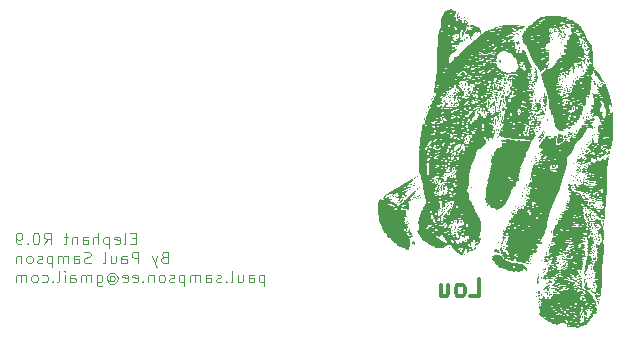
<source format=gbr>
%TF.GenerationSoftware,KiCad,Pcbnew,7.0.9*%
%TF.CreationDate,2023-12-30T14:39:04-07:00*%
%TF.ProjectId,ElephantR9,456c6570-6861-46e7-9452-392e6b696361,rev?*%
%TF.SameCoordinates,Original*%
%TF.FileFunction,Legend,Bot*%
%TF.FilePolarity,Positive*%
%FSLAX46Y46*%
G04 Gerber Fmt 4.6, Leading zero omitted, Abs format (unit mm)*
G04 Created by KiCad (PCBNEW 7.0.9) date 2023-12-30 14:39:04*
%MOMM*%
%LPD*%
G01*
G04 APERTURE LIST*
%ADD10C,0.125000*%
%ADD11C,0.300000*%
G04 APERTURE END LIST*
D10*
X29132189Y-44895309D02*
X28798856Y-44895309D01*
X28655999Y-45419119D02*
X29132189Y-45419119D01*
X29132189Y-45419119D02*
X29132189Y-44419119D01*
X29132189Y-44419119D02*
X28655999Y-44419119D01*
X28084570Y-45419119D02*
X28179808Y-45371500D01*
X28179808Y-45371500D02*
X28227427Y-45276261D01*
X28227427Y-45276261D02*
X28227427Y-44419119D01*
X27322665Y-45371500D02*
X27417903Y-45419119D01*
X27417903Y-45419119D02*
X27608379Y-45419119D01*
X27608379Y-45419119D02*
X27703617Y-45371500D01*
X27703617Y-45371500D02*
X27751236Y-45276261D01*
X27751236Y-45276261D02*
X27751236Y-44895309D01*
X27751236Y-44895309D02*
X27703617Y-44800071D01*
X27703617Y-44800071D02*
X27608379Y-44752452D01*
X27608379Y-44752452D02*
X27417903Y-44752452D01*
X27417903Y-44752452D02*
X27322665Y-44800071D01*
X27322665Y-44800071D02*
X27275046Y-44895309D01*
X27275046Y-44895309D02*
X27275046Y-44990547D01*
X27275046Y-44990547D02*
X27751236Y-45085785D01*
X26846474Y-44752452D02*
X26846474Y-45752452D01*
X26846474Y-44800071D02*
X26751236Y-44752452D01*
X26751236Y-44752452D02*
X26560760Y-44752452D01*
X26560760Y-44752452D02*
X26465522Y-44800071D01*
X26465522Y-44800071D02*
X26417903Y-44847690D01*
X26417903Y-44847690D02*
X26370284Y-44942928D01*
X26370284Y-44942928D02*
X26370284Y-45228642D01*
X26370284Y-45228642D02*
X26417903Y-45323880D01*
X26417903Y-45323880D02*
X26465522Y-45371500D01*
X26465522Y-45371500D02*
X26560760Y-45419119D01*
X26560760Y-45419119D02*
X26751236Y-45419119D01*
X26751236Y-45419119D02*
X26846474Y-45371500D01*
X25941712Y-45419119D02*
X25941712Y-44419119D01*
X25513141Y-45419119D02*
X25513141Y-44895309D01*
X25513141Y-44895309D02*
X25560760Y-44800071D01*
X25560760Y-44800071D02*
X25655998Y-44752452D01*
X25655998Y-44752452D02*
X25798855Y-44752452D01*
X25798855Y-44752452D02*
X25894093Y-44800071D01*
X25894093Y-44800071D02*
X25941712Y-44847690D01*
X24608379Y-45419119D02*
X24608379Y-44895309D01*
X24608379Y-44895309D02*
X24655998Y-44800071D01*
X24655998Y-44800071D02*
X24751236Y-44752452D01*
X24751236Y-44752452D02*
X24941712Y-44752452D01*
X24941712Y-44752452D02*
X25036950Y-44800071D01*
X24608379Y-45371500D02*
X24703617Y-45419119D01*
X24703617Y-45419119D02*
X24941712Y-45419119D01*
X24941712Y-45419119D02*
X25036950Y-45371500D01*
X25036950Y-45371500D02*
X25084569Y-45276261D01*
X25084569Y-45276261D02*
X25084569Y-45181023D01*
X25084569Y-45181023D02*
X25036950Y-45085785D01*
X25036950Y-45085785D02*
X24941712Y-45038166D01*
X24941712Y-45038166D02*
X24703617Y-45038166D01*
X24703617Y-45038166D02*
X24608379Y-44990547D01*
X24132188Y-44752452D02*
X24132188Y-45419119D01*
X24132188Y-44847690D02*
X24084569Y-44800071D01*
X24084569Y-44800071D02*
X23989331Y-44752452D01*
X23989331Y-44752452D02*
X23846474Y-44752452D01*
X23846474Y-44752452D02*
X23751236Y-44800071D01*
X23751236Y-44800071D02*
X23703617Y-44895309D01*
X23703617Y-44895309D02*
X23703617Y-45419119D01*
X23370283Y-44752452D02*
X22989331Y-44752452D01*
X23227426Y-44419119D02*
X23227426Y-45276261D01*
X23227426Y-45276261D02*
X23179807Y-45371500D01*
X23179807Y-45371500D02*
X23084569Y-45419119D01*
X23084569Y-45419119D02*
X22989331Y-45419119D01*
X21322664Y-45419119D02*
X21655997Y-44942928D01*
X21894092Y-45419119D02*
X21894092Y-44419119D01*
X21894092Y-44419119D02*
X21513140Y-44419119D01*
X21513140Y-44419119D02*
X21417902Y-44466738D01*
X21417902Y-44466738D02*
X21370283Y-44514357D01*
X21370283Y-44514357D02*
X21322664Y-44609595D01*
X21322664Y-44609595D02*
X21322664Y-44752452D01*
X21322664Y-44752452D02*
X21370283Y-44847690D01*
X21370283Y-44847690D02*
X21417902Y-44895309D01*
X21417902Y-44895309D02*
X21513140Y-44942928D01*
X21513140Y-44942928D02*
X21894092Y-44942928D01*
X20703616Y-44419119D02*
X20608378Y-44419119D01*
X20608378Y-44419119D02*
X20513140Y-44466738D01*
X20513140Y-44466738D02*
X20465521Y-44514357D01*
X20465521Y-44514357D02*
X20417902Y-44609595D01*
X20417902Y-44609595D02*
X20370283Y-44800071D01*
X20370283Y-44800071D02*
X20370283Y-45038166D01*
X20370283Y-45038166D02*
X20417902Y-45228642D01*
X20417902Y-45228642D02*
X20465521Y-45323880D01*
X20465521Y-45323880D02*
X20513140Y-45371500D01*
X20513140Y-45371500D02*
X20608378Y-45419119D01*
X20608378Y-45419119D02*
X20703616Y-45419119D01*
X20703616Y-45419119D02*
X20798854Y-45371500D01*
X20798854Y-45371500D02*
X20846473Y-45323880D01*
X20846473Y-45323880D02*
X20894092Y-45228642D01*
X20894092Y-45228642D02*
X20941711Y-45038166D01*
X20941711Y-45038166D02*
X20941711Y-44800071D01*
X20941711Y-44800071D02*
X20894092Y-44609595D01*
X20894092Y-44609595D02*
X20846473Y-44514357D01*
X20846473Y-44514357D02*
X20798854Y-44466738D01*
X20798854Y-44466738D02*
X20703616Y-44419119D01*
X19941711Y-45323880D02*
X19894092Y-45371500D01*
X19894092Y-45371500D02*
X19941711Y-45419119D01*
X19941711Y-45419119D02*
X19989330Y-45371500D01*
X19989330Y-45371500D02*
X19941711Y-45323880D01*
X19941711Y-45323880D02*
X19941711Y-45419119D01*
X19417902Y-45419119D02*
X19227426Y-45419119D01*
X19227426Y-45419119D02*
X19132188Y-45371500D01*
X19132188Y-45371500D02*
X19084569Y-45323880D01*
X19084569Y-45323880D02*
X18989331Y-45181023D01*
X18989331Y-45181023D02*
X18941712Y-44990547D01*
X18941712Y-44990547D02*
X18941712Y-44609595D01*
X18941712Y-44609595D02*
X18989331Y-44514357D01*
X18989331Y-44514357D02*
X19036950Y-44466738D01*
X19036950Y-44466738D02*
X19132188Y-44419119D01*
X19132188Y-44419119D02*
X19322664Y-44419119D01*
X19322664Y-44419119D02*
X19417902Y-44466738D01*
X19417902Y-44466738D02*
X19465521Y-44514357D01*
X19465521Y-44514357D02*
X19513140Y-44609595D01*
X19513140Y-44609595D02*
X19513140Y-44847690D01*
X19513140Y-44847690D02*
X19465521Y-44942928D01*
X19465521Y-44942928D02*
X19417902Y-44990547D01*
X19417902Y-44990547D02*
X19322664Y-45038166D01*
X19322664Y-45038166D02*
X19132188Y-45038166D01*
X19132188Y-45038166D02*
X19036950Y-44990547D01*
X19036950Y-44990547D02*
X18989331Y-44942928D01*
X18989331Y-44942928D02*
X18941712Y-44847690D01*
X31513142Y-46505309D02*
X31370285Y-46552928D01*
X31370285Y-46552928D02*
X31322666Y-46600547D01*
X31322666Y-46600547D02*
X31275047Y-46695785D01*
X31275047Y-46695785D02*
X31275047Y-46838642D01*
X31275047Y-46838642D02*
X31322666Y-46933880D01*
X31322666Y-46933880D02*
X31370285Y-46981500D01*
X31370285Y-46981500D02*
X31465523Y-47029119D01*
X31465523Y-47029119D02*
X31846475Y-47029119D01*
X31846475Y-47029119D02*
X31846475Y-46029119D01*
X31846475Y-46029119D02*
X31513142Y-46029119D01*
X31513142Y-46029119D02*
X31417904Y-46076738D01*
X31417904Y-46076738D02*
X31370285Y-46124357D01*
X31370285Y-46124357D02*
X31322666Y-46219595D01*
X31322666Y-46219595D02*
X31322666Y-46314833D01*
X31322666Y-46314833D02*
X31370285Y-46410071D01*
X31370285Y-46410071D02*
X31417904Y-46457690D01*
X31417904Y-46457690D02*
X31513142Y-46505309D01*
X31513142Y-46505309D02*
X31846475Y-46505309D01*
X30941713Y-46362452D02*
X30703618Y-47029119D01*
X30465523Y-46362452D02*
X30703618Y-47029119D01*
X30703618Y-47029119D02*
X30798856Y-47267214D01*
X30798856Y-47267214D02*
X30846475Y-47314833D01*
X30846475Y-47314833D02*
X30941713Y-47362452D01*
X29322665Y-47029119D02*
X29322665Y-46029119D01*
X29322665Y-46029119D02*
X28941713Y-46029119D01*
X28941713Y-46029119D02*
X28846475Y-46076738D01*
X28846475Y-46076738D02*
X28798856Y-46124357D01*
X28798856Y-46124357D02*
X28751237Y-46219595D01*
X28751237Y-46219595D02*
X28751237Y-46362452D01*
X28751237Y-46362452D02*
X28798856Y-46457690D01*
X28798856Y-46457690D02*
X28846475Y-46505309D01*
X28846475Y-46505309D02*
X28941713Y-46552928D01*
X28941713Y-46552928D02*
X29322665Y-46552928D01*
X27894094Y-47029119D02*
X27894094Y-46505309D01*
X27894094Y-46505309D02*
X27941713Y-46410071D01*
X27941713Y-46410071D02*
X28036951Y-46362452D01*
X28036951Y-46362452D02*
X28227427Y-46362452D01*
X28227427Y-46362452D02*
X28322665Y-46410071D01*
X27894094Y-46981500D02*
X27989332Y-47029119D01*
X27989332Y-47029119D02*
X28227427Y-47029119D01*
X28227427Y-47029119D02*
X28322665Y-46981500D01*
X28322665Y-46981500D02*
X28370284Y-46886261D01*
X28370284Y-46886261D02*
X28370284Y-46791023D01*
X28370284Y-46791023D02*
X28322665Y-46695785D01*
X28322665Y-46695785D02*
X28227427Y-46648166D01*
X28227427Y-46648166D02*
X27989332Y-46648166D01*
X27989332Y-46648166D02*
X27894094Y-46600547D01*
X26989332Y-46362452D02*
X26989332Y-47029119D01*
X27417903Y-46362452D02*
X27417903Y-46886261D01*
X27417903Y-46886261D02*
X27370284Y-46981500D01*
X27370284Y-46981500D02*
X27275046Y-47029119D01*
X27275046Y-47029119D02*
X27132189Y-47029119D01*
X27132189Y-47029119D02*
X27036951Y-46981500D01*
X27036951Y-46981500D02*
X26989332Y-46933880D01*
X26370284Y-47029119D02*
X26465522Y-46981500D01*
X26465522Y-46981500D02*
X26513141Y-46886261D01*
X26513141Y-46886261D02*
X26513141Y-46029119D01*
X25275045Y-46981500D02*
X25132188Y-47029119D01*
X25132188Y-47029119D02*
X24894093Y-47029119D01*
X24894093Y-47029119D02*
X24798855Y-46981500D01*
X24798855Y-46981500D02*
X24751236Y-46933880D01*
X24751236Y-46933880D02*
X24703617Y-46838642D01*
X24703617Y-46838642D02*
X24703617Y-46743404D01*
X24703617Y-46743404D02*
X24751236Y-46648166D01*
X24751236Y-46648166D02*
X24798855Y-46600547D01*
X24798855Y-46600547D02*
X24894093Y-46552928D01*
X24894093Y-46552928D02*
X25084569Y-46505309D01*
X25084569Y-46505309D02*
X25179807Y-46457690D01*
X25179807Y-46457690D02*
X25227426Y-46410071D01*
X25227426Y-46410071D02*
X25275045Y-46314833D01*
X25275045Y-46314833D02*
X25275045Y-46219595D01*
X25275045Y-46219595D02*
X25227426Y-46124357D01*
X25227426Y-46124357D02*
X25179807Y-46076738D01*
X25179807Y-46076738D02*
X25084569Y-46029119D01*
X25084569Y-46029119D02*
X24846474Y-46029119D01*
X24846474Y-46029119D02*
X24703617Y-46076738D01*
X23846474Y-47029119D02*
X23846474Y-46505309D01*
X23846474Y-46505309D02*
X23894093Y-46410071D01*
X23894093Y-46410071D02*
X23989331Y-46362452D01*
X23989331Y-46362452D02*
X24179807Y-46362452D01*
X24179807Y-46362452D02*
X24275045Y-46410071D01*
X23846474Y-46981500D02*
X23941712Y-47029119D01*
X23941712Y-47029119D02*
X24179807Y-47029119D01*
X24179807Y-47029119D02*
X24275045Y-46981500D01*
X24275045Y-46981500D02*
X24322664Y-46886261D01*
X24322664Y-46886261D02*
X24322664Y-46791023D01*
X24322664Y-46791023D02*
X24275045Y-46695785D01*
X24275045Y-46695785D02*
X24179807Y-46648166D01*
X24179807Y-46648166D02*
X23941712Y-46648166D01*
X23941712Y-46648166D02*
X23846474Y-46600547D01*
X23370283Y-47029119D02*
X23370283Y-46362452D01*
X23370283Y-46457690D02*
X23322664Y-46410071D01*
X23322664Y-46410071D02*
X23227426Y-46362452D01*
X23227426Y-46362452D02*
X23084569Y-46362452D01*
X23084569Y-46362452D02*
X22989331Y-46410071D01*
X22989331Y-46410071D02*
X22941712Y-46505309D01*
X22941712Y-46505309D02*
X22941712Y-47029119D01*
X22941712Y-46505309D02*
X22894093Y-46410071D01*
X22894093Y-46410071D02*
X22798855Y-46362452D01*
X22798855Y-46362452D02*
X22655998Y-46362452D01*
X22655998Y-46362452D02*
X22560759Y-46410071D01*
X22560759Y-46410071D02*
X22513140Y-46505309D01*
X22513140Y-46505309D02*
X22513140Y-47029119D01*
X22036950Y-46362452D02*
X22036950Y-47362452D01*
X22036950Y-46410071D02*
X21941712Y-46362452D01*
X21941712Y-46362452D02*
X21751236Y-46362452D01*
X21751236Y-46362452D02*
X21655998Y-46410071D01*
X21655998Y-46410071D02*
X21608379Y-46457690D01*
X21608379Y-46457690D02*
X21560760Y-46552928D01*
X21560760Y-46552928D02*
X21560760Y-46838642D01*
X21560760Y-46838642D02*
X21608379Y-46933880D01*
X21608379Y-46933880D02*
X21655998Y-46981500D01*
X21655998Y-46981500D02*
X21751236Y-47029119D01*
X21751236Y-47029119D02*
X21941712Y-47029119D01*
X21941712Y-47029119D02*
X22036950Y-46981500D01*
X21179807Y-46981500D02*
X21084569Y-47029119D01*
X21084569Y-47029119D02*
X20894093Y-47029119D01*
X20894093Y-47029119D02*
X20798855Y-46981500D01*
X20798855Y-46981500D02*
X20751236Y-46886261D01*
X20751236Y-46886261D02*
X20751236Y-46838642D01*
X20751236Y-46838642D02*
X20798855Y-46743404D01*
X20798855Y-46743404D02*
X20894093Y-46695785D01*
X20894093Y-46695785D02*
X21036950Y-46695785D01*
X21036950Y-46695785D02*
X21132188Y-46648166D01*
X21132188Y-46648166D02*
X21179807Y-46552928D01*
X21179807Y-46552928D02*
X21179807Y-46505309D01*
X21179807Y-46505309D02*
X21132188Y-46410071D01*
X21132188Y-46410071D02*
X21036950Y-46362452D01*
X21036950Y-46362452D02*
X20894093Y-46362452D01*
X20894093Y-46362452D02*
X20798855Y-46410071D01*
X20179807Y-47029119D02*
X20275045Y-46981500D01*
X20275045Y-46981500D02*
X20322664Y-46933880D01*
X20322664Y-46933880D02*
X20370283Y-46838642D01*
X20370283Y-46838642D02*
X20370283Y-46552928D01*
X20370283Y-46552928D02*
X20322664Y-46457690D01*
X20322664Y-46457690D02*
X20275045Y-46410071D01*
X20275045Y-46410071D02*
X20179807Y-46362452D01*
X20179807Y-46362452D02*
X20036950Y-46362452D01*
X20036950Y-46362452D02*
X19941712Y-46410071D01*
X19941712Y-46410071D02*
X19894093Y-46457690D01*
X19894093Y-46457690D02*
X19846474Y-46552928D01*
X19846474Y-46552928D02*
X19846474Y-46838642D01*
X19846474Y-46838642D02*
X19894093Y-46933880D01*
X19894093Y-46933880D02*
X19941712Y-46981500D01*
X19941712Y-46981500D02*
X20036950Y-47029119D01*
X20036950Y-47029119D02*
X20179807Y-47029119D01*
X19417902Y-46362452D02*
X19417902Y-47029119D01*
X19417902Y-46457690D02*
X19370283Y-46410071D01*
X19370283Y-46410071D02*
X19275045Y-46362452D01*
X19275045Y-46362452D02*
X19132188Y-46362452D01*
X19132188Y-46362452D02*
X19036950Y-46410071D01*
X19036950Y-46410071D02*
X18989331Y-46505309D01*
X18989331Y-46505309D02*
X18989331Y-47029119D01*
X39989330Y-47972452D02*
X39989330Y-48972452D01*
X39989330Y-48020071D02*
X39894092Y-47972452D01*
X39894092Y-47972452D02*
X39703616Y-47972452D01*
X39703616Y-47972452D02*
X39608378Y-48020071D01*
X39608378Y-48020071D02*
X39560759Y-48067690D01*
X39560759Y-48067690D02*
X39513140Y-48162928D01*
X39513140Y-48162928D02*
X39513140Y-48448642D01*
X39513140Y-48448642D02*
X39560759Y-48543880D01*
X39560759Y-48543880D02*
X39608378Y-48591500D01*
X39608378Y-48591500D02*
X39703616Y-48639119D01*
X39703616Y-48639119D02*
X39894092Y-48639119D01*
X39894092Y-48639119D02*
X39989330Y-48591500D01*
X38655997Y-48639119D02*
X38655997Y-48115309D01*
X38655997Y-48115309D02*
X38703616Y-48020071D01*
X38703616Y-48020071D02*
X38798854Y-47972452D01*
X38798854Y-47972452D02*
X38989330Y-47972452D01*
X38989330Y-47972452D02*
X39084568Y-48020071D01*
X38655997Y-48591500D02*
X38751235Y-48639119D01*
X38751235Y-48639119D02*
X38989330Y-48639119D01*
X38989330Y-48639119D02*
X39084568Y-48591500D01*
X39084568Y-48591500D02*
X39132187Y-48496261D01*
X39132187Y-48496261D02*
X39132187Y-48401023D01*
X39132187Y-48401023D02*
X39084568Y-48305785D01*
X39084568Y-48305785D02*
X38989330Y-48258166D01*
X38989330Y-48258166D02*
X38751235Y-48258166D01*
X38751235Y-48258166D02*
X38655997Y-48210547D01*
X37751235Y-47972452D02*
X37751235Y-48639119D01*
X38179806Y-47972452D02*
X38179806Y-48496261D01*
X38179806Y-48496261D02*
X38132187Y-48591500D01*
X38132187Y-48591500D02*
X38036949Y-48639119D01*
X38036949Y-48639119D02*
X37894092Y-48639119D01*
X37894092Y-48639119D02*
X37798854Y-48591500D01*
X37798854Y-48591500D02*
X37751235Y-48543880D01*
X37132187Y-48639119D02*
X37227425Y-48591500D01*
X37227425Y-48591500D02*
X37275044Y-48496261D01*
X37275044Y-48496261D02*
X37275044Y-47639119D01*
X36751234Y-48543880D02*
X36703615Y-48591500D01*
X36703615Y-48591500D02*
X36751234Y-48639119D01*
X36751234Y-48639119D02*
X36798853Y-48591500D01*
X36798853Y-48591500D02*
X36751234Y-48543880D01*
X36751234Y-48543880D02*
X36751234Y-48639119D01*
X36322663Y-48591500D02*
X36227425Y-48639119D01*
X36227425Y-48639119D02*
X36036949Y-48639119D01*
X36036949Y-48639119D02*
X35941711Y-48591500D01*
X35941711Y-48591500D02*
X35894092Y-48496261D01*
X35894092Y-48496261D02*
X35894092Y-48448642D01*
X35894092Y-48448642D02*
X35941711Y-48353404D01*
X35941711Y-48353404D02*
X36036949Y-48305785D01*
X36036949Y-48305785D02*
X36179806Y-48305785D01*
X36179806Y-48305785D02*
X36275044Y-48258166D01*
X36275044Y-48258166D02*
X36322663Y-48162928D01*
X36322663Y-48162928D02*
X36322663Y-48115309D01*
X36322663Y-48115309D02*
X36275044Y-48020071D01*
X36275044Y-48020071D02*
X36179806Y-47972452D01*
X36179806Y-47972452D02*
X36036949Y-47972452D01*
X36036949Y-47972452D02*
X35941711Y-48020071D01*
X35036949Y-48639119D02*
X35036949Y-48115309D01*
X35036949Y-48115309D02*
X35084568Y-48020071D01*
X35084568Y-48020071D02*
X35179806Y-47972452D01*
X35179806Y-47972452D02*
X35370282Y-47972452D01*
X35370282Y-47972452D02*
X35465520Y-48020071D01*
X35036949Y-48591500D02*
X35132187Y-48639119D01*
X35132187Y-48639119D02*
X35370282Y-48639119D01*
X35370282Y-48639119D02*
X35465520Y-48591500D01*
X35465520Y-48591500D02*
X35513139Y-48496261D01*
X35513139Y-48496261D02*
X35513139Y-48401023D01*
X35513139Y-48401023D02*
X35465520Y-48305785D01*
X35465520Y-48305785D02*
X35370282Y-48258166D01*
X35370282Y-48258166D02*
X35132187Y-48258166D01*
X35132187Y-48258166D02*
X35036949Y-48210547D01*
X34560758Y-48639119D02*
X34560758Y-47972452D01*
X34560758Y-48067690D02*
X34513139Y-48020071D01*
X34513139Y-48020071D02*
X34417901Y-47972452D01*
X34417901Y-47972452D02*
X34275044Y-47972452D01*
X34275044Y-47972452D02*
X34179806Y-48020071D01*
X34179806Y-48020071D02*
X34132187Y-48115309D01*
X34132187Y-48115309D02*
X34132187Y-48639119D01*
X34132187Y-48115309D02*
X34084568Y-48020071D01*
X34084568Y-48020071D02*
X33989330Y-47972452D01*
X33989330Y-47972452D02*
X33846473Y-47972452D01*
X33846473Y-47972452D02*
X33751234Y-48020071D01*
X33751234Y-48020071D02*
X33703615Y-48115309D01*
X33703615Y-48115309D02*
X33703615Y-48639119D01*
X33227425Y-47972452D02*
X33227425Y-48972452D01*
X33227425Y-48020071D02*
X33132187Y-47972452D01*
X33132187Y-47972452D02*
X32941711Y-47972452D01*
X32941711Y-47972452D02*
X32846473Y-48020071D01*
X32846473Y-48020071D02*
X32798854Y-48067690D01*
X32798854Y-48067690D02*
X32751235Y-48162928D01*
X32751235Y-48162928D02*
X32751235Y-48448642D01*
X32751235Y-48448642D02*
X32798854Y-48543880D01*
X32798854Y-48543880D02*
X32846473Y-48591500D01*
X32846473Y-48591500D02*
X32941711Y-48639119D01*
X32941711Y-48639119D02*
X33132187Y-48639119D01*
X33132187Y-48639119D02*
X33227425Y-48591500D01*
X32370282Y-48591500D02*
X32275044Y-48639119D01*
X32275044Y-48639119D02*
X32084568Y-48639119D01*
X32084568Y-48639119D02*
X31989330Y-48591500D01*
X31989330Y-48591500D02*
X31941711Y-48496261D01*
X31941711Y-48496261D02*
X31941711Y-48448642D01*
X31941711Y-48448642D02*
X31989330Y-48353404D01*
X31989330Y-48353404D02*
X32084568Y-48305785D01*
X32084568Y-48305785D02*
X32227425Y-48305785D01*
X32227425Y-48305785D02*
X32322663Y-48258166D01*
X32322663Y-48258166D02*
X32370282Y-48162928D01*
X32370282Y-48162928D02*
X32370282Y-48115309D01*
X32370282Y-48115309D02*
X32322663Y-48020071D01*
X32322663Y-48020071D02*
X32227425Y-47972452D01*
X32227425Y-47972452D02*
X32084568Y-47972452D01*
X32084568Y-47972452D02*
X31989330Y-48020071D01*
X31370282Y-48639119D02*
X31465520Y-48591500D01*
X31465520Y-48591500D02*
X31513139Y-48543880D01*
X31513139Y-48543880D02*
X31560758Y-48448642D01*
X31560758Y-48448642D02*
X31560758Y-48162928D01*
X31560758Y-48162928D02*
X31513139Y-48067690D01*
X31513139Y-48067690D02*
X31465520Y-48020071D01*
X31465520Y-48020071D02*
X31370282Y-47972452D01*
X31370282Y-47972452D02*
X31227425Y-47972452D01*
X31227425Y-47972452D02*
X31132187Y-48020071D01*
X31132187Y-48020071D02*
X31084568Y-48067690D01*
X31084568Y-48067690D02*
X31036949Y-48162928D01*
X31036949Y-48162928D02*
X31036949Y-48448642D01*
X31036949Y-48448642D02*
X31084568Y-48543880D01*
X31084568Y-48543880D02*
X31132187Y-48591500D01*
X31132187Y-48591500D02*
X31227425Y-48639119D01*
X31227425Y-48639119D02*
X31370282Y-48639119D01*
X30608377Y-47972452D02*
X30608377Y-48639119D01*
X30608377Y-48067690D02*
X30560758Y-48020071D01*
X30560758Y-48020071D02*
X30465520Y-47972452D01*
X30465520Y-47972452D02*
X30322663Y-47972452D01*
X30322663Y-47972452D02*
X30227425Y-48020071D01*
X30227425Y-48020071D02*
X30179806Y-48115309D01*
X30179806Y-48115309D02*
X30179806Y-48639119D01*
X29703615Y-48543880D02*
X29655996Y-48591500D01*
X29655996Y-48591500D02*
X29703615Y-48639119D01*
X29703615Y-48639119D02*
X29751234Y-48591500D01*
X29751234Y-48591500D02*
X29703615Y-48543880D01*
X29703615Y-48543880D02*
X29703615Y-48639119D01*
X28846473Y-48591500D02*
X28941711Y-48639119D01*
X28941711Y-48639119D02*
X29132187Y-48639119D01*
X29132187Y-48639119D02*
X29227425Y-48591500D01*
X29227425Y-48591500D02*
X29275044Y-48496261D01*
X29275044Y-48496261D02*
X29275044Y-48115309D01*
X29275044Y-48115309D02*
X29227425Y-48020071D01*
X29227425Y-48020071D02*
X29132187Y-47972452D01*
X29132187Y-47972452D02*
X28941711Y-47972452D01*
X28941711Y-47972452D02*
X28846473Y-48020071D01*
X28846473Y-48020071D02*
X28798854Y-48115309D01*
X28798854Y-48115309D02*
X28798854Y-48210547D01*
X28798854Y-48210547D02*
X29275044Y-48305785D01*
X27989330Y-48591500D02*
X28084568Y-48639119D01*
X28084568Y-48639119D02*
X28275044Y-48639119D01*
X28275044Y-48639119D02*
X28370282Y-48591500D01*
X28370282Y-48591500D02*
X28417901Y-48496261D01*
X28417901Y-48496261D02*
X28417901Y-48115309D01*
X28417901Y-48115309D02*
X28370282Y-48020071D01*
X28370282Y-48020071D02*
X28275044Y-47972452D01*
X28275044Y-47972452D02*
X28084568Y-47972452D01*
X28084568Y-47972452D02*
X27989330Y-48020071D01*
X27989330Y-48020071D02*
X27941711Y-48115309D01*
X27941711Y-48115309D02*
X27941711Y-48210547D01*
X27941711Y-48210547D02*
X28417901Y-48305785D01*
X26894092Y-48162928D02*
X26941711Y-48115309D01*
X26941711Y-48115309D02*
X27036949Y-48067690D01*
X27036949Y-48067690D02*
X27132187Y-48067690D01*
X27132187Y-48067690D02*
X27227425Y-48115309D01*
X27227425Y-48115309D02*
X27275044Y-48162928D01*
X27275044Y-48162928D02*
X27322663Y-48258166D01*
X27322663Y-48258166D02*
X27322663Y-48353404D01*
X27322663Y-48353404D02*
X27275044Y-48448642D01*
X27275044Y-48448642D02*
X27227425Y-48496261D01*
X27227425Y-48496261D02*
X27132187Y-48543880D01*
X27132187Y-48543880D02*
X27036949Y-48543880D01*
X27036949Y-48543880D02*
X26941711Y-48496261D01*
X26941711Y-48496261D02*
X26894092Y-48448642D01*
X26894092Y-48067690D02*
X26894092Y-48448642D01*
X26894092Y-48448642D02*
X26846473Y-48496261D01*
X26846473Y-48496261D02*
X26798854Y-48496261D01*
X26798854Y-48496261D02*
X26703615Y-48448642D01*
X26703615Y-48448642D02*
X26655996Y-48353404D01*
X26655996Y-48353404D02*
X26655996Y-48115309D01*
X26655996Y-48115309D02*
X26751235Y-47972452D01*
X26751235Y-47972452D02*
X26894092Y-47877214D01*
X26894092Y-47877214D02*
X27084568Y-47829595D01*
X27084568Y-47829595D02*
X27275044Y-47877214D01*
X27275044Y-47877214D02*
X27417901Y-47972452D01*
X27417901Y-47972452D02*
X27513139Y-48115309D01*
X27513139Y-48115309D02*
X27560758Y-48305785D01*
X27560758Y-48305785D02*
X27513139Y-48496261D01*
X27513139Y-48496261D02*
X27417901Y-48639119D01*
X27417901Y-48639119D02*
X27275044Y-48734357D01*
X27275044Y-48734357D02*
X27084568Y-48781976D01*
X27084568Y-48781976D02*
X26894092Y-48734357D01*
X26894092Y-48734357D02*
X26751235Y-48639119D01*
X25798854Y-47972452D02*
X25798854Y-48781976D01*
X25798854Y-48781976D02*
X25846473Y-48877214D01*
X25846473Y-48877214D02*
X25894092Y-48924833D01*
X25894092Y-48924833D02*
X25989330Y-48972452D01*
X25989330Y-48972452D02*
X26132187Y-48972452D01*
X26132187Y-48972452D02*
X26227425Y-48924833D01*
X25798854Y-48591500D02*
X25894092Y-48639119D01*
X25894092Y-48639119D02*
X26084568Y-48639119D01*
X26084568Y-48639119D02*
X26179806Y-48591500D01*
X26179806Y-48591500D02*
X26227425Y-48543880D01*
X26227425Y-48543880D02*
X26275044Y-48448642D01*
X26275044Y-48448642D02*
X26275044Y-48162928D01*
X26275044Y-48162928D02*
X26227425Y-48067690D01*
X26227425Y-48067690D02*
X26179806Y-48020071D01*
X26179806Y-48020071D02*
X26084568Y-47972452D01*
X26084568Y-47972452D02*
X25894092Y-47972452D01*
X25894092Y-47972452D02*
X25798854Y-48020071D01*
X25322663Y-48639119D02*
X25322663Y-47972452D01*
X25322663Y-48067690D02*
X25275044Y-48020071D01*
X25275044Y-48020071D02*
X25179806Y-47972452D01*
X25179806Y-47972452D02*
X25036949Y-47972452D01*
X25036949Y-47972452D02*
X24941711Y-48020071D01*
X24941711Y-48020071D02*
X24894092Y-48115309D01*
X24894092Y-48115309D02*
X24894092Y-48639119D01*
X24894092Y-48115309D02*
X24846473Y-48020071D01*
X24846473Y-48020071D02*
X24751235Y-47972452D01*
X24751235Y-47972452D02*
X24608378Y-47972452D01*
X24608378Y-47972452D02*
X24513139Y-48020071D01*
X24513139Y-48020071D02*
X24465520Y-48115309D01*
X24465520Y-48115309D02*
X24465520Y-48639119D01*
X23560759Y-48639119D02*
X23560759Y-48115309D01*
X23560759Y-48115309D02*
X23608378Y-48020071D01*
X23608378Y-48020071D02*
X23703616Y-47972452D01*
X23703616Y-47972452D02*
X23894092Y-47972452D01*
X23894092Y-47972452D02*
X23989330Y-48020071D01*
X23560759Y-48591500D02*
X23655997Y-48639119D01*
X23655997Y-48639119D02*
X23894092Y-48639119D01*
X23894092Y-48639119D02*
X23989330Y-48591500D01*
X23989330Y-48591500D02*
X24036949Y-48496261D01*
X24036949Y-48496261D02*
X24036949Y-48401023D01*
X24036949Y-48401023D02*
X23989330Y-48305785D01*
X23989330Y-48305785D02*
X23894092Y-48258166D01*
X23894092Y-48258166D02*
X23655997Y-48258166D01*
X23655997Y-48258166D02*
X23560759Y-48210547D01*
X23084568Y-48639119D02*
X23084568Y-47972452D01*
X23084568Y-47639119D02*
X23132187Y-47686738D01*
X23132187Y-47686738D02*
X23084568Y-47734357D01*
X23084568Y-47734357D02*
X23036949Y-47686738D01*
X23036949Y-47686738D02*
X23084568Y-47639119D01*
X23084568Y-47639119D02*
X23084568Y-47734357D01*
X22465521Y-48639119D02*
X22560759Y-48591500D01*
X22560759Y-48591500D02*
X22608378Y-48496261D01*
X22608378Y-48496261D02*
X22608378Y-47639119D01*
X22084568Y-48543880D02*
X22036949Y-48591500D01*
X22036949Y-48591500D02*
X22084568Y-48639119D01*
X22084568Y-48639119D02*
X22132187Y-48591500D01*
X22132187Y-48591500D02*
X22084568Y-48543880D01*
X22084568Y-48543880D02*
X22084568Y-48639119D01*
X21179807Y-48591500D02*
X21275045Y-48639119D01*
X21275045Y-48639119D02*
X21465521Y-48639119D01*
X21465521Y-48639119D02*
X21560759Y-48591500D01*
X21560759Y-48591500D02*
X21608378Y-48543880D01*
X21608378Y-48543880D02*
X21655997Y-48448642D01*
X21655997Y-48448642D02*
X21655997Y-48162928D01*
X21655997Y-48162928D02*
X21608378Y-48067690D01*
X21608378Y-48067690D02*
X21560759Y-48020071D01*
X21560759Y-48020071D02*
X21465521Y-47972452D01*
X21465521Y-47972452D02*
X21275045Y-47972452D01*
X21275045Y-47972452D02*
X21179807Y-48020071D01*
X20608378Y-48639119D02*
X20703616Y-48591500D01*
X20703616Y-48591500D02*
X20751235Y-48543880D01*
X20751235Y-48543880D02*
X20798854Y-48448642D01*
X20798854Y-48448642D02*
X20798854Y-48162928D01*
X20798854Y-48162928D02*
X20751235Y-48067690D01*
X20751235Y-48067690D02*
X20703616Y-48020071D01*
X20703616Y-48020071D02*
X20608378Y-47972452D01*
X20608378Y-47972452D02*
X20465521Y-47972452D01*
X20465521Y-47972452D02*
X20370283Y-48020071D01*
X20370283Y-48020071D02*
X20322664Y-48067690D01*
X20322664Y-48067690D02*
X20275045Y-48162928D01*
X20275045Y-48162928D02*
X20275045Y-48448642D01*
X20275045Y-48448642D02*
X20322664Y-48543880D01*
X20322664Y-48543880D02*
X20370283Y-48591500D01*
X20370283Y-48591500D02*
X20465521Y-48639119D01*
X20465521Y-48639119D02*
X20608378Y-48639119D01*
X19846473Y-48639119D02*
X19846473Y-47972452D01*
X19846473Y-48067690D02*
X19798854Y-48020071D01*
X19798854Y-48020071D02*
X19703616Y-47972452D01*
X19703616Y-47972452D02*
X19560759Y-47972452D01*
X19560759Y-47972452D02*
X19465521Y-48020071D01*
X19465521Y-48020071D02*
X19417902Y-48115309D01*
X19417902Y-48115309D02*
X19417902Y-48639119D01*
X19417902Y-48115309D02*
X19370283Y-48020071D01*
X19370283Y-48020071D02*
X19275045Y-47972452D01*
X19275045Y-47972452D02*
X19132188Y-47972452D01*
X19132188Y-47972452D02*
X19036949Y-48020071D01*
X19036949Y-48020071D02*
X18989330Y-48115309D01*
X18989330Y-48115309D02*
X18989330Y-48639119D01*
D11*
X57407857Y-49827328D02*
X58122143Y-49827328D01*
X58122143Y-49827328D02*
X58122143Y-48327328D01*
X56693571Y-49827328D02*
X56836428Y-49755900D01*
X56836428Y-49755900D02*
X56907857Y-49684471D01*
X56907857Y-49684471D02*
X56979285Y-49541614D01*
X56979285Y-49541614D02*
X56979285Y-49113042D01*
X56979285Y-49113042D02*
X56907857Y-48970185D01*
X56907857Y-48970185D02*
X56836428Y-48898757D01*
X56836428Y-48898757D02*
X56693571Y-48827328D01*
X56693571Y-48827328D02*
X56479285Y-48827328D01*
X56479285Y-48827328D02*
X56336428Y-48898757D01*
X56336428Y-48898757D02*
X56265000Y-48970185D01*
X56265000Y-48970185D02*
X56193571Y-49113042D01*
X56193571Y-49113042D02*
X56193571Y-49541614D01*
X56193571Y-49541614D02*
X56265000Y-49684471D01*
X56265000Y-49684471D02*
X56336428Y-49755900D01*
X56336428Y-49755900D02*
X56479285Y-49827328D01*
X56479285Y-49827328D02*
X56693571Y-49827328D01*
X54907857Y-48827328D02*
X54907857Y-49827328D01*
X55550714Y-48827328D02*
X55550714Y-49613042D01*
X55550714Y-49613042D02*
X55479285Y-49755900D01*
X55479285Y-49755900D02*
X55336428Y-49827328D01*
X55336428Y-49827328D02*
X55122142Y-49827328D01*
X55122142Y-49827328D02*
X54979285Y-49755900D01*
X54979285Y-49755900D02*
X54907857Y-49684471D01*
%TO.C,G\u002A\u002A\u002A*%
G36*
X68904080Y-31891961D02*
G01*
X68958334Y-31990183D01*
X68998065Y-32087438D01*
X69000210Y-32092688D01*
X69016993Y-32177082D01*
X69019426Y-32202525D01*
X69050067Y-32275853D01*
X69069572Y-32309697D01*
X69111743Y-32417291D01*
X69163090Y-32575276D01*
X69184706Y-32649587D01*
X69218543Y-32765913D01*
X69222441Y-32780616D01*
X69239560Y-32845193D01*
X69268296Y-32953595D01*
X69273033Y-32971464D01*
X69293915Y-33058829D01*
X69314796Y-33146189D01*
X69321489Y-33174190D01*
X69335162Y-33240864D01*
X69351803Y-33322014D01*
X69358844Y-33356351D01*
X69394805Y-33562649D01*
X69415092Y-33704199D01*
X69419401Y-33786719D01*
X69408253Y-33820461D01*
X69382169Y-33815677D01*
X69354102Y-33764974D01*
X69341594Y-33671270D01*
X69341437Y-33658011D01*
X69323338Y-33575700D01*
X69268026Y-33551939D01*
X69261541Y-33552384D01*
X69212086Y-33593635D01*
X69205960Y-33612802D01*
X69184009Y-33681478D01*
X69179038Y-33786834D01*
X69198902Y-33880625D01*
X69245328Y-33933773D01*
X69288802Y-33962579D01*
X69267229Y-34007710D01*
X69251660Y-34039039D01*
X69223870Y-34094960D01*
X69229298Y-34125175D01*
X69242905Y-34200920D01*
X69243095Y-34201141D01*
X69324518Y-34295790D01*
X69426617Y-34370151D01*
X69406920Y-34206739D01*
X69400196Y-34131472D01*
X69408049Y-34069623D01*
X69441218Y-34064046D01*
X69462023Y-34084712D01*
X69495976Y-34169713D01*
X69520012Y-34295110D01*
X69524876Y-34349512D01*
X69530724Y-34468918D01*
X69532046Y-34495899D01*
X69537145Y-34692474D01*
X69539953Y-34902956D01*
X69540262Y-34926105D01*
X69540770Y-35032930D01*
X69541486Y-35183659D01*
X69541479Y-35187048D01*
X69541388Y-35229043D01*
X69541111Y-35357530D01*
X69540907Y-35452003D01*
X69540655Y-35481284D01*
X69538615Y-35718004D01*
X69536956Y-35824144D01*
X69536745Y-35837669D01*
X69534700Y-35968529D01*
X69532765Y-36047307D01*
X69531935Y-36081119D01*
X69529251Y-36190444D01*
X69523032Y-36353003D01*
X69522358Y-36370617D01*
X69514110Y-36495914D01*
X69504598Y-36553203D01*
X69489836Y-36593620D01*
X69489501Y-36595070D01*
X69464725Y-36702318D01*
X69453264Y-36774277D01*
X69443032Y-36838521D01*
X69439303Y-36863379D01*
X69429688Y-36927477D01*
X69427094Y-36939959D01*
X69403718Y-37052438D01*
X69378156Y-37130023D01*
X69356559Y-37185551D01*
X69336887Y-37292323D01*
X69336517Y-37299197D01*
X69328562Y-37347836D01*
X69313992Y-37317185D01*
X69293371Y-37277469D01*
X69221429Y-37224479D01*
X69179413Y-37199140D01*
X69166709Y-37125714D01*
X69171520Y-37080646D01*
X69150223Y-37028219D01*
X69145052Y-37026458D01*
X69121681Y-37059219D01*
X69111622Y-37134177D01*
X69110132Y-37145276D01*
X69109944Y-37165183D01*
X69119726Y-37242480D01*
X69142737Y-37262076D01*
X69165130Y-37265860D01*
X69179294Y-37323027D01*
X69190644Y-37372512D01*
X69240156Y-37406572D01*
X69268136Y-37410999D01*
X69301019Y-37445874D01*
X69298376Y-37457129D01*
X69254434Y-37464881D01*
X69169878Y-37430078D01*
X69062240Y-37359090D01*
X68969022Y-37310114D01*
X68847948Y-37284847D01*
X68763315Y-37269999D01*
X68706171Y-37221652D01*
X68686042Y-37192256D01*
X68656924Y-37185804D01*
X68732968Y-37185804D01*
X68733363Y-37191476D01*
X68756850Y-37200411D01*
X68797705Y-37156852D01*
X68807577Y-37134177D01*
X68779812Y-37138959D01*
X68761788Y-37151485D01*
X68732968Y-37185804D01*
X68656924Y-37185804D01*
X68627594Y-37179305D01*
X68591151Y-37188953D01*
X68555413Y-37174680D01*
X68570691Y-37133374D01*
X68635121Y-37087718D01*
X68706506Y-37064732D01*
X68813497Y-37081639D01*
X68854064Y-37096902D01*
X68932347Y-37100806D01*
X68988753Y-37078488D01*
X68994078Y-37037145D01*
X68983424Y-37026655D01*
X68907813Y-37005459D01*
X68792177Y-37003191D01*
X68666004Y-37018876D01*
X68558786Y-37051540D01*
X68512411Y-37081971D01*
X68481431Y-37102300D01*
X68450810Y-37168212D01*
X68493849Y-37226661D01*
X68514660Y-37249140D01*
X68483706Y-37289297D01*
X68479188Y-37292242D01*
X68464141Y-37316989D01*
X68524681Y-37324801D01*
X68527868Y-37324833D01*
X68596111Y-37341636D01*
X68599263Y-37373015D01*
X68601760Y-37397877D01*
X68600742Y-37444833D01*
X68605377Y-37447147D01*
X68651818Y-37470333D01*
X68693445Y-37458509D01*
X68701876Y-37397877D01*
X68701052Y-37394615D01*
X68708673Y-37340644D01*
X68778954Y-37326043D01*
X68846903Y-37333675D01*
X68934706Y-37364435D01*
X68940944Y-37368418D01*
X68974077Y-37400039D01*
X68934706Y-37421462D01*
X68866979Y-37443591D01*
X68799163Y-37468875D01*
X68794742Y-37480380D01*
X68844549Y-37484519D01*
X68901305Y-37490212D01*
X68935843Y-37504691D01*
X68938989Y-37521160D01*
X68949616Y-37553155D01*
X68960472Y-37585841D01*
X68960687Y-37587479D01*
X68965723Y-37625824D01*
X68919897Y-37650022D01*
X68881896Y-37663676D01*
X68854693Y-37731173D01*
X68847085Y-37778339D01*
X68814118Y-37812323D01*
X68796903Y-37817695D01*
X68773543Y-37868844D01*
X68748774Y-37921038D01*
X68679743Y-37959242D01*
X68607581Y-37952073D01*
X68592536Y-37947118D01*
X68573665Y-37974623D01*
X68570668Y-37978991D01*
X68568561Y-37997132D01*
X68546494Y-38004549D01*
X68536532Y-38001164D01*
X68472088Y-38016800D01*
X68375965Y-38062578D01*
X68299651Y-38103037D01*
X68264731Y-38111871D01*
X68284379Y-38078788D01*
X68307960Y-38029574D01*
X68309066Y-37974623D01*
X68367792Y-37974623D01*
X68368971Y-37984322D01*
X68408367Y-38015198D01*
X68418066Y-38014019D01*
X68448942Y-37974623D01*
X68447763Y-37964925D01*
X68408367Y-37934048D01*
X68398669Y-37935227D01*
X68367792Y-37974623D01*
X68309066Y-37974623D01*
X68309577Y-37949244D01*
X68284476Y-37876501D01*
X68242478Y-37835850D01*
X68193406Y-37851797D01*
X68165428Y-37893849D01*
X68195348Y-37922214D01*
X68198672Y-37923514D01*
X68241416Y-37970367D01*
X68235916Y-38027766D01*
X68185204Y-38055773D01*
X68157038Y-38061600D01*
X68124963Y-38106492D01*
X68141610Y-38178541D01*
X68187070Y-38236911D01*
X68239075Y-38242682D01*
X68264531Y-38242437D01*
X68275552Y-38298347D01*
X68262054Y-38346234D01*
X68217145Y-38380374D01*
X68197094Y-38383501D01*
X68164917Y-38420949D01*
X68164940Y-38422309D01*
X68195573Y-38456818D01*
X68256997Y-38454962D01*
X68308961Y-38417661D01*
X68349212Y-38395204D01*
X68433081Y-38398147D01*
X68512744Y-38406170D01*
X68522083Y-38376784D01*
X68459086Y-38315859D01*
X68426733Y-38290546D01*
X68420905Y-38274049D01*
X68486217Y-38287476D01*
X68511160Y-38293258D01*
X68563072Y-38291880D01*
X68559582Y-38247711D01*
X68554668Y-38232525D01*
X68567583Y-38195551D01*
X68644033Y-38190470D01*
X68723190Y-38204871D01*
X68780594Y-38235752D01*
X68796759Y-38246209D01*
X68852723Y-38232324D01*
X68909737Y-38184910D01*
X68935843Y-38126464D01*
X68936036Y-38123724D01*
X68967228Y-38067515D01*
X69035560Y-37992952D01*
X69135277Y-37900537D01*
X69113294Y-38028874D01*
X69104878Y-38085882D01*
X69108786Y-38123225D01*
X69137961Y-38096348D01*
X69149769Y-38081304D01*
X69172572Y-38063700D01*
X69161997Y-38117117D01*
X69142113Y-38202177D01*
X69120268Y-38319992D01*
X69115672Y-38347902D01*
X69091670Y-38479093D01*
X69064280Y-38615562D01*
X69063119Y-38621346D01*
X69061414Y-38630338D01*
X69050769Y-38736305D01*
X69042839Y-38905499D01*
X69041426Y-38968713D01*
X69038704Y-39090438D01*
X69037993Y-39122248D01*
X69037992Y-39122356D01*
X69037529Y-39205401D01*
X69036605Y-39370880D01*
X69036946Y-39407868D01*
X69038177Y-39541334D01*
X69038908Y-39620611D01*
X69039047Y-39635723D01*
X69039576Y-39669373D01*
X69040042Y-39735298D01*
X69041078Y-39881652D01*
X69041457Y-39935240D01*
X69040819Y-40014573D01*
X69039451Y-40184701D01*
X69039419Y-40185965D01*
X69036280Y-40309644D01*
X69033947Y-40401577D01*
X69025337Y-40569691D01*
X69014010Y-40672866D01*
X69002044Y-40747254D01*
X68998456Y-40769561D01*
X68982990Y-40896213D01*
X68980496Y-40916637D01*
X68973069Y-40990704D01*
X68960613Y-41114914D01*
X68938287Y-41370356D01*
X68912999Y-41688928D01*
X68884230Y-42076594D01*
X68855770Y-42478457D01*
X68854812Y-42491982D01*
X68851460Y-42539320D01*
X68850026Y-42560013D01*
X68840870Y-42698199D01*
X68836289Y-42767347D01*
X68833044Y-42820951D01*
X68825108Y-42952025D01*
X68822187Y-43007496D01*
X68817599Y-43094622D01*
X68814881Y-43175710D01*
X68804573Y-43254374D01*
X68773984Y-43309973D01*
X68748099Y-43348332D01*
X68732968Y-43434366D01*
X68720134Y-43514425D01*
X68682035Y-43524665D01*
X68623902Y-43457451D01*
X68607072Y-43426921D01*
X68608758Y-43377884D01*
X68676696Y-43335825D01*
X68712279Y-43318281D01*
X68750368Y-43280378D01*
X68724516Y-43233187D01*
X68717598Y-43225761D01*
X68677653Y-43196649D01*
X68658986Y-43233088D01*
X68655300Y-43246832D01*
X68620756Y-43287672D01*
X68569645Y-43253588D01*
X68506775Y-43147291D01*
X68494910Y-43123093D01*
X68445175Y-43036364D01*
X68530864Y-43036364D01*
X68556689Y-43063236D01*
X68632573Y-43093790D01*
X68698370Y-43103326D01*
X68707753Y-43079110D01*
X68701263Y-43060676D01*
X68726618Y-43009857D01*
X68729900Y-43007496D01*
X68722623Y-42975374D01*
X68650666Y-42936768D01*
X68623256Y-42926522D01*
X68556264Y-42909903D01*
X68532173Y-42940942D01*
X68530864Y-43036364D01*
X68445175Y-43036364D01*
X68441798Y-43030475D01*
X68400734Y-42980928D01*
X68358818Y-42969505D01*
X68333719Y-42999810D01*
X68360353Y-43055299D01*
X68389145Y-43089264D01*
X68403596Y-43146265D01*
X68351903Y-43168233D01*
X68307252Y-43141023D01*
X68269081Y-43063215D01*
X68258900Y-43027152D01*
X68230066Y-42984887D01*
X68183533Y-43007320D01*
X68182195Y-43008427D01*
X68135882Y-43034246D01*
X68124342Y-42994412D01*
X68107552Y-42954541D01*
X68036847Y-42955261D01*
X67982165Y-42961987D01*
X67976644Y-42933981D01*
X68018507Y-42909749D01*
X68104714Y-42908095D01*
X68172162Y-42917981D01*
X68197391Y-42908168D01*
X68166600Y-42865823D01*
X68145997Y-42846027D01*
X68408367Y-42846027D01*
X68409529Y-42855086D01*
X68448942Y-42884208D01*
X68468333Y-42876466D01*
X68489517Y-42820951D01*
X68483679Y-42791968D01*
X68448942Y-42782770D01*
X68437861Y-42791075D01*
X68432209Y-42801605D01*
X68408367Y-42846027D01*
X68145997Y-42846027D01*
X68077507Y-42780218D01*
X68035525Y-42742782D01*
X67979870Y-42706089D01*
X67974796Y-42732051D01*
X67988619Y-42777157D01*
X67975116Y-42800150D01*
X67904786Y-42778540D01*
X67865227Y-42744479D01*
X67865288Y-42660782D01*
X68113650Y-42660782D01*
X68164917Y-42721907D01*
X68232892Y-42776332D01*
X68296786Y-42802155D01*
X68301631Y-42801605D01*
X68300862Y-42775275D01*
X68246067Y-42721907D01*
X68178597Y-42673309D01*
X68121148Y-42644583D01*
X68113650Y-42660782D01*
X67865288Y-42660782D01*
X67865291Y-42656815D01*
X67870530Y-42633636D01*
X67865514Y-42574377D01*
X67857979Y-42572479D01*
X68182586Y-42572479D01*
X68202420Y-42581793D01*
X68205606Y-42580326D01*
X68254403Y-42599824D01*
X68317500Y-42666961D01*
X68351105Y-42707054D01*
X68406486Y-42737308D01*
X68431666Y-42698199D01*
X68416785Y-42596706D01*
X68388866Y-42544258D01*
X68318541Y-42495569D01*
X68241995Y-42492607D01*
X68189562Y-42542595D01*
X68182586Y-42572479D01*
X67857979Y-42572479D01*
X67806874Y-42559607D01*
X67755143Y-42545850D01*
X67698610Y-42478457D01*
X67860604Y-42478457D01*
X67868909Y-42489538D01*
X67923861Y-42519032D01*
X67932920Y-42517871D01*
X67943031Y-42504186D01*
X68050369Y-42504186D01*
X68083767Y-42519032D01*
X68105247Y-42516104D01*
X68110817Y-42491982D01*
X68104870Y-42487126D01*
X68056717Y-42491982D01*
X68050369Y-42504186D01*
X67943031Y-42504186D01*
X67962041Y-42478457D01*
X67954300Y-42459066D01*
X67898784Y-42437882D01*
X67869802Y-42443721D01*
X67860604Y-42478457D01*
X67698610Y-42478457D01*
X67698116Y-42477868D01*
X67675988Y-42432009D01*
X67641754Y-42414929D01*
X67641091Y-42415310D01*
X67586098Y-42410716D01*
X67498395Y-42375135D01*
X67435268Y-42344343D01*
X67401464Y-42339985D01*
X67408737Y-42377212D01*
X67413499Y-42410242D01*
X67374824Y-42437882D01*
X67322925Y-42424963D01*
X67288898Y-42381803D01*
X67312840Y-42336444D01*
X67331384Y-42321992D01*
X67333593Y-42308426D01*
X67530322Y-42308426D01*
X67598894Y-42313305D01*
X67674737Y-42325964D01*
X67751051Y-42364847D01*
X67757695Y-42371262D01*
X67790909Y-42383509D01*
X67791877Y-42377019D01*
X67840316Y-42377019D01*
X67860604Y-42397307D01*
X67880891Y-42377019D01*
X67860604Y-42356732D01*
X67840316Y-42377019D01*
X67791877Y-42377019D01*
X67799741Y-42324272D01*
X67779726Y-42260252D01*
X67705101Y-42238496D01*
X67576578Y-42275582D01*
X67537396Y-42293558D01*
X67530322Y-42308426D01*
X67333593Y-42308426D01*
X67337812Y-42282509D01*
X67287799Y-42256834D01*
X67199685Y-42257724D01*
X67107899Y-42260894D01*
X67031006Y-42239087D01*
X66995748Y-42201745D01*
X67021768Y-42159691D01*
X67038698Y-42141381D01*
X67018939Y-42100221D01*
X66933146Y-42041174D01*
X67127972Y-42041174D01*
X67130891Y-42070686D01*
X67169956Y-42136531D01*
X67194122Y-42167351D01*
X67223256Y-42188788D01*
X67230400Y-42146107D01*
X67214944Y-42086837D01*
X67171947Y-42039530D01*
X67127972Y-42041174D01*
X66933146Y-42041174D01*
X66930474Y-42039335D01*
X66892037Y-42018061D01*
X66815708Y-41986905D01*
X66785364Y-41992924D01*
X66786533Y-42002256D01*
X66825939Y-42032131D01*
X66837806Y-42034076D01*
X66866514Y-42076450D01*
X66866572Y-42078192D01*
X66889014Y-42133569D01*
X66891800Y-42140444D01*
X66918065Y-42179554D01*
X66949063Y-42225713D01*
X66956573Y-42236586D01*
X66983162Y-42275079D01*
X67013822Y-42370565D01*
X67013437Y-42377019D01*
X67008602Y-42458169D01*
X67006038Y-42501198D01*
X67003575Y-42518750D01*
X67003188Y-42530663D01*
X66999658Y-42639342D01*
X67024927Y-42699217D01*
X67065178Y-42753351D01*
X67058971Y-42814680D01*
X67008527Y-42843633D01*
X66979094Y-42835692D01*
X66947664Y-42780375D01*
X66941826Y-42751393D01*
X66907089Y-42742195D01*
X66871845Y-42777841D01*
X66873949Y-42786859D01*
X66884890Y-42833766D01*
X66970525Y-42885186D01*
X67013657Y-42904750D01*
X67059062Y-42957708D01*
X67060469Y-43007463D01*
X67061819Y-43055224D01*
X67072602Y-43173830D01*
X67082625Y-43188521D01*
X67133377Y-43262909D01*
X67147635Y-43283808D01*
X67148028Y-43284199D01*
X67162578Y-43300158D01*
X67206838Y-43348706D01*
X67210594Y-43352826D01*
X67218022Y-43393766D01*
X67175235Y-43433766D01*
X67169771Y-43437812D01*
X67129203Y-43483321D01*
X67157852Y-43519665D01*
X67199651Y-43553112D01*
X67257249Y-43614559D01*
X67269656Y-43627795D01*
X67286299Y-43649810D01*
X67307026Y-43701995D01*
X67269656Y-43742466D01*
X67268453Y-43743647D01*
X67235265Y-43776220D01*
X67262121Y-43803617D01*
X67264999Y-43805929D01*
X67282526Y-43820007D01*
X67309095Y-43892770D01*
X67308900Y-43902926D01*
X67307416Y-43980146D01*
X67296474Y-44000022D01*
X67275101Y-44038845D01*
X67260741Y-44058088D01*
X67260445Y-44060885D01*
X67254253Y-44119353D01*
X67251095Y-44149169D01*
X67267009Y-44279080D01*
X67269469Y-44299160D01*
X67283178Y-44298035D01*
X67334932Y-44262263D01*
X67369997Y-44214534D01*
X67373413Y-44100139D01*
X67368146Y-44015949D01*
X67410117Y-43966658D01*
X67446169Y-43960914D01*
X67449097Y-44000390D01*
X67456153Y-44045379D01*
X67534081Y-44084316D01*
X67580492Y-44104103D01*
X67619974Y-44148340D01*
X67614217Y-44186083D01*
X67557559Y-44191486D01*
X67536774Y-44192124D01*
X67526016Y-44232061D01*
X67565413Y-44266257D01*
X67651545Y-44282449D01*
X67723960Y-44294235D01*
X67732496Y-44303674D01*
X67759166Y-44333167D01*
X67755044Y-44353555D01*
X67707321Y-44385486D01*
X67686291Y-44388059D01*
X67605328Y-44439745D01*
X67600968Y-44446348D01*
X67541569Y-44536299D01*
X67515716Y-44649224D01*
X67508646Y-44677607D01*
X67488453Y-44689799D01*
X67454853Y-44710086D01*
X67454094Y-44710089D01*
X67402745Y-44737830D01*
X67401766Y-44800636D01*
X67451720Y-44869787D01*
X67465226Y-44880308D01*
X67503878Y-44887375D01*
X67522727Y-44824036D01*
X67544803Y-44764990D01*
X67596866Y-44730374D01*
X67624798Y-44736625D01*
X67647585Y-44781093D01*
X67646904Y-44801182D01*
X67678016Y-44831812D01*
X67687714Y-44830633D01*
X67718591Y-44791237D01*
X67727069Y-44771291D01*
X67783795Y-44750661D01*
X67820817Y-44760728D01*
X67824197Y-44815294D01*
X67811851Y-44848251D01*
X67774221Y-44977399D01*
X67777003Y-45025117D01*
X67778531Y-45051324D01*
X67824807Y-45081953D01*
X67839190Y-45085943D01*
X67886682Y-45136431D01*
X67891489Y-45163033D01*
X67902538Y-45224174D01*
X67907308Y-45250570D01*
X67908728Y-45279080D01*
X67901070Y-45369344D01*
X67868614Y-45387317D01*
X67851478Y-45377537D01*
X67830172Y-45323784D01*
X67830794Y-45307746D01*
X67794399Y-45278137D01*
X67789864Y-45278591D01*
X67765091Y-45324023D01*
X67770389Y-45440438D01*
X67770461Y-45442014D01*
X67774831Y-45475682D01*
X67780060Y-45560658D01*
X67760594Y-45588977D01*
X67708025Y-45579097D01*
X67673151Y-45568640D01*
X67646302Y-45570541D01*
X67659469Y-45610485D01*
X67713323Y-45704360D01*
X67759189Y-45794209D01*
X67779221Y-45866338D01*
X67762662Y-45890224D01*
X67709800Y-45853627D01*
X67667614Y-45818675D01*
X67622450Y-45814201D01*
X67617639Y-45876620D01*
X67624693Y-45915300D01*
X67634336Y-45978058D01*
X67647459Y-45994356D01*
X67710631Y-46008489D01*
X67742344Y-46016614D01*
X67828032Y-46069441D01*
X67923651Y-46155169D01*
X67980773Y-46215924D01*
X68024604Y-46269728D01*
X68017586Y-46284481D01*
X67963582Y-46271429D01*
X67878089Y-46226869D01*
X67788193Y-46145037D01*
X67714883Y-46081816D01*
X67611814Y-46049064D01*
X67548419Y-46039050D01*
X67538505Y-46004441D01*
X67537760Y-45983047D01*
X67475681Y-46008200D01*
X67402995Y-46034859D01*
X67340944Y-46012248D01*
X67321668Y-45980282D01*
X67365588Y-45967914D01*
X67401475Y-45956632D01*
X67432517Y-45900745D01*
X67424195Y-45829846D01*
X67374745Y-45780112D01*
X67359394Y-45773794D01*
X67335819Y-45746860D01*
X67375111Y-45696971D01*
X67407211Y-45656437D01*
X67408197Y-45602703D01*
X67363925Y-45515311D01*
X67361613Y-45511373D01*
X67324447Y-45440438D01*
X67373703Y-45440438D01*
X67381994Y-45451403D01*
X67439355Y-45481013D01*
X67452998Y-45477887D01*
X67454853Y-45440438D01*
X67446561Y-45429473D01*
X67389201Y-45399863D01*
X67375558Y-45402989D01*
X67373703Y-45440438D01*
X67324447Y-45440438D01*
X67318426Y-45428946D01*
X67318709Y-45382977D01*
X67362147Y-45342691D01*
X67404294Y-45297492D01*
X67393169Y-45264612D01*
X67637441Y-45264612D01*
X67638700Y-45286035D01*
X67652760Y-45318713D01*
X67666781Y-45311183D01*
X67712979Y-45264612D01*
X67735523Y-45224174D01*
X67697659Y-45210512D01*
X67670014Y-45216589D01*
X67637441Y-45264612D01*
X67393169Y-45264612D01*
X67387215Y-45247017D01*
X67372243Y-45219221D01*
X67352897Y-45123720D01*
X67351457Y-45090716D01*
X67407926Y-45090716D01*
X67429196Y-45115837D01*
X67453174Y-45126653D01*
X67487746Y-45186844D01*
X67491201Y-45199517D01*
X67504268Y-45223168D01*
X67511009Y-45168951D01*
X67511243Y-45163033D01*
X67495997Y-45083885D01*
X67457631Y-45048353D01*
X67414687Y-45074600D01*
X67407926Y-45090716D01*
X67351457Y-45090716D01*
X67347335Y-44996271D01*
X67347569Y-44973824D01*
X67393990Y-44973824D01*
X67414278Y-44994112D01*
X67427374Y-44981015D01*
X67565059Y-44981015D01*
X67577477Y-45054895D01*
X67637895Y-45075262D01*
X67688122Y-45066149D01*
X67717829Y-45025117D01*
X67677354Y-44973415D01*
X67664549Y-44962270D01*
X67659461Y-44910158D01*
X67664112Y-44893186D01*
X67628398Y-44872387D01*
X67590594Y-44897480D01*
X67565595Y-44973824D01*
X67565059Y-44981015D01*
X67427374Y-44981015D01*
X67434565Y-44973824D01*
X67414278Y-44953537D01*
X67393990Y-44973824D01*
X67347569Y-44973824D01*
X67348395Y-44894501D01*
X67339525Y-44825536D01*
X67310348Y-44805174D01*
X67251261Y-44815330D01*
X67183700Y-44822288D01*
X67150540Y-44802148D01*
X67121152Y-44762243D01*
X67044561Y-44715400D01*
X67007021Y-44701625D01*
X66913076Y-44698372D01*
X66854660Y-44739650D01*
X66852980Y-44814491D01*
X66876274Y-44844790D01*
X66894494Y-44868489D01*
X66932343Y-44857494D01*
X66935301Y-44788918D01*
X66930545Y-44769671D01*
X66930653Y-44729429D01*
X66971644Y-44753726D01*
X67006578Y-44798419D01*
X66982958Y-44858463D01*
X66962717Y-44893586D01*
X66967725Y-44944374D01*
X66983248Y-44952097D01*
X67017463Y-44923106D01*
X67018184Y-44921152D01*
X67065401Y-44875540D01*
X67122676Y-44886307D01*
X67150540Y-44946510D01*
X67148568Y-44970830D01*
X67116936Y-45005502D01*
X67030120Y-45002958D01*
X66935418Y-44975685D01*
X66862851Y-44928836D01*
X66832062Y-44901194D01*
X66755140Y-44872387D01*
X66717659Y-44882459D01*
X66739469Y-44926839D01*
X66759100Y-44959200D01*
X66758917Y-44967062D01*
X66757962Y-45007989D01*
X66769772Y-45026469D01*
X66839464Y-45034687D01*
X66912770Y-45046655D01*
X66947664Y-45079661D01*
X66956211Y-45089782D01*
X66968314Y-45104115D01*
X67044872Y-45100237D01*
X67112632Y-45094239D01*
X67165324Y-45136413D01*
X67182930Y-45164174D01*
X67250704Y-45196987D01*
X67279874Y-45201649D01*
X67312840Y-45236558D01*
X67293965Y-45255424D01*
X67221546Y-45242499D01*
X67165852Y-45222982D01*
X67033813Y-45185857D01*
X66941700Y-45173554D01*
X66907089Y-45189058D01*
X66910100Y-45196682D01*
X66962428Y-45231189D01*
X67059246Y-45266707D01*
X67211402Y-45310164D01*
X67028815Y-45293332D01*
X66975560Y-45286769D01*
X66877640Y-45263918D01*
X66832617Y-45236491D01*
X66826714Y-45225378D01*
X66782311Y-45219162D01*
X66772162Y-45231077D01*
X66785342Y-45279879D01*
X66837435Y-45336688D01*
X66904775Y-45379627D01*
X66963698Y-45386822D01*
X66982715Y-45383391D01*
X67053636Y-45401914D01*
X67127837Y-45447739D01*
X67139262Y-45459788D01*
X67179085Y-45501786D01*
X67181143Y-45544974D01*
X67127136Y-45551611D01*
X67039130Y-45524825D01*
X66927377Y-45474306D01*
X67046550Y-45599385D01*
X67048097Y-45601010D01*
X67067478Y-45623026D01*
X67116348Y-45678542D01*
X67129447Y-45715220D01*
X67092300Y-45724463D01*
X67043730Y-45735593D01*
X67064776Y-45779767D01*
X67080074Y-45800761D01*
X67072756Y-45823397D01*
X66998738Y-45818322D01*
X66886802Y-45801572D01*
X66911365Y-45815757D01*
X66993572Y-45863230D01*
X67010298Y-45875269D01*
X67070846Y-45918851D01*
X67080673Y-45933042D01*
X67086090Y-45940864D01*
X67123869Y-45995419D01*
X67138604Y-46049064D01*
X67155506Y-46110601D01*
X67161092Y-46161088D01*
X67165581Y-46201664D01*
X67171144Y-46251939D01*
X67174872Y-46285633D01*
X67176438Y-46306040D01*
X67191466Y-46501915D01*
X67060217Y-46473088D01*
X66980215Y-46458253D01*
X66955295Y-46467724D01*
X66955707Y-46468340D01*
X66983860Y-46510400D01*
X67004038Y-46536457D01*
X67008239Y-46570083D01*
X66942489Y-46579112D01*
X66846227Y-46581684D01*
X66937521Y-46618380D01*
X66955490Y-46626325D01*
X66969618Y-46637403D01*
X67017631Y-46675052D01*
X67020357Y-46719448D01*
X66959837Y-46738840D01*
X66915763Y-46748180D01*
X66922381Y-46759128D01*
X66939549Y-46787530D01*
X66941049Y-46789093D01*
X66973107Y-46860566D01*
X66974429Y-46863513D01*
X66988239Y-46971426D01*
X66987716Y-46995816D01*
X66987661Y-46998384D01*
X66966231Y-47085600D01*
X66964729Y-47091712D01*
X66963901Y-47092312D01*
X66898135Y-47139963D01*
X66849063Y-47158116D01*
X66808031Y-47173295D01*
X66848696Y-47198691D01*
X66898135Y-47229566D01*
X66912451Y-47239266D01*
X66926651Y-47248888D01*
X66979234Y-47299833D01*
X66981187Y-47329442D01*
X66927377Y-47321564D01*
X66910646Y-47316847D01*
X66876208Y-47337637D01*
X66872838Y-47367754D01*
X66866514Y-47424276D01*
X66853213Y-47515360D01*
X66805652Y-47550342D01*
X66777795Y-47544750D01*
X66754933Y-47504695D01*
X66753324Y-47481869D01*
X66707892Y-47438296D01*
X66673820Y-47435374D01*
X66675181Y-47481321D01*
X66683655Y-47525607D01*
X66655344Y-47558840D01*
X66592148Y-47544820D01*
X66513420Y-47483308D01*
X66511732Y-47481518D01*
X66433964Y-47415624D01*
X66371407Y-47388663D01*
X66344317Y-47396023D01*
X66378505Y-47427073D01*
X66388790Y-47435534D01*
X66395429Y-47449817D01*
X66427471Y-47518753D01*
X66438745Y-47605874D01*
X66445718Y-47659758D01*
X66446199Y-47672067D01*
X66447406Y-47702959D01*
X66448187Y-47717375D01*
X66448560Y-47724273D01*
X66453770Y-47820485D01*
X66463281Y-47868607D01*
X66480353Y-47856613D01*
X66509399Y-47793792D01*
X66552890Y-47692355D01*
X66581171Y-47793792D01*
X66596375Y-47903878D01*
X66573360Y-47972263D01*
X66516390Y-47979986D01*
X66481473Y-47971132D01*
X66461354Y-47988809D01*
X66490496Y-48035464D01*
X66562201Y-48094374D01*
X66621541Y-48128063D01*
X66665621Y-48126900D01*
X66667176Y-48063870D01*
X66669811Y-48050624D01*
X66713090Y-48046964D01*
X66717272Y-48048448D01*
X66762677Y-48093635D01*
X66747598Y-48149333D01*
X66679668Y-48184203D01*
X66646093Y-48186990D01*
X66598208Y-48175679D01*
X66541340Y-48135762D01*
X66461008Y-48056127D01*
X66342731Y-47925661D01*
X66340253Y-47922894D01*
X66229995Y-47829177D01*
X66130027Y-47796996D01*
X66034725Y-47800199D01*
X66126731Y-47834368D01*
X66136163Y-47837871D01*
X66174748Y-47857945D01*
X66275277Y-47947144D01*
X66286017Y-47961165D01*
X66372047Y-48073478D01*
X66442592Y-48209687D01*
X66443215Y-48211352D01*
X66444480Y-48265812D01*
X66381220Y-48280693D01*
X66372629Y-48280599D01*
X66315069Y-48262594D01*
X66318670Y-48199799D01*
X66325685Y-48141993D01*
X66284872Y-48141725D01*
X66246939Y-48144214D01*
X66231500Y-48090771D01*
X66220060Y-48041515D01*
X66146307Y-48004009D01*
X66073909Y-48012774D01*
X66073369Y-48013928D01*
X66056395Y-48050215D01*
X66105731Y-48091521D01*
X66105816Y-48091555D01*
X66109446Y-48106929D01*
X66047263Y-48115190D01*
X66028372Y-48118393D01*
X65967989Y-48128631D01*
X65910318Y-48163307D01*
X65907736Y-48167906D01*
X65921014Y-48191384D01*
X66004217Y-48181501D01*
X66034352Y-48175596D01*
X66113767Y-48178027D01*
X66153450Y-48226644D01*
X66163185Y-48260406D01*
X66164175Y-48263838D01*
X66152184Y-48269665D01*
X66129356Y-48261250D01*
X66069334Y-48285644D01*
X65992541Y-48310384D01*
X65868817Y-48302981D01*
X65796892Y-48286091D01*
X65756102Y-48260406D01*
X65892712Y-48260406D01*
X65913000Y-48280693D01*
X65933287Y-48260406D01*
X65913000Y-48240118D01*
X65892712Y-48260406D01*
X65756102Y-48260406D01*
X65743990Y-48252779D01*
X65742848Y-48196944D01*
X65746647Y-48135504D01*
X65712571Y-48124282D01*
X65659404Y-48170449D01*
X65649262Y-48179256D01*
X65622852Y-48220496D01*
X65627119Y-48224401D01*
X65644294Y-48240118D01*
X65645410Y-48240131D01*
X65683870Y-48270262D01*
X65683681Y-48331661D01*
X65644725Y-48384935D01*
X65624551Y-48392320D01*
X65572086Y-48368275D01*
X65529556Y-48344788D01*
X65426092Y-48355417D01*
X65418651Y-48357452D01*
X65348561Y-48388067D01*
X65358661Y-48418642D01*
X65386417Y-48429907D01*
X65470221Y-48426960D01*
X65519402Y-48420905D01*
X65610291Y-48443652D01*
X65626887Y-48452004D01*
X65666956Y-48472169D01*
X65773525Y-48526073D01*
X65830362Y-48544431D01*
X65836588Y-48546442D01*
X65931550Y-48544983D01*
X65986048Y-48542752D01*
X66069326Y-48584829D01*
X66101916Y-48605294D01*
X66128613Y-48622058D01*
X66246045Y-48620705D01*
X66315821Y-48605850D01*
X66333660Y-48617220D01*
X66311379Y-48645869D01*
X66292437Y-48670225D01*
X66268812Y-48699969D01*
X66264234Y-48705732D01*
X66195346Y-48808454D01*
X66193393Y-48811813D01*
X66127448Y-48925252D01*
X66075638Y-49029214D01*
X66055013Y-49093429D01*
X66056182Y-49102796D01*
X66095588Y-49132770D01*
X66114107Y-49126069D01*
X66130838Y-49085336D01*
X66181734Y-49085336D01*
X66237600Y-49091459D01*
X66307565Y-49097864D01*
X66420188Y-49119048D01*
X66521626Y-49144793D01*
X66423259Y-49037344D01*
X66411360Y-49024653D01*
X66336551Y-48957333D01*
X66284628Y-48929895D01*
X66273472Y-48931197D01*
X66270782Y-48956314D01*
X66272014Y-48984020D01*
X66226826Y-49036174D01*
X66197597Y-49059097D01*
X66181734Y-49085336D01*
X66130838Y-49085336D01*
X66136163Y-49072371D01*
X66144107Y-49035627D01*
X66189632Y-48953647D01*
X66253564Y-48880431D01*
X66310379Y-48848745D01*
X66370020Y-48877716D01*
X66432229Y-48943241D01*
X66460763Y-49008147D01*
X66462271Y-49017444D01*
X66515446Y-49047579D01*
X66644800Y-49050171D01*
X66651888Y-49050894D01*
X66705144Y-49087358D01*
X66760085Y-49152691D01*
X66785364Y-49211022D01*
X66781130Y-49233766D01*
X66742770Y-49255259D01*
X66689406Y-49232217D01*
X66651882Y-49173345D01*
X66632012Y-49126012D01*
X66591020Y-49092195D01*
X66563887Y-49107532D01*
X66544790Y-49144793D01*
X66530157Y-49173345D01*
X66527753Y-49201489D01*
X66525973Y-49222326D01*
X66551203Y-49254495D01*
X66558458Y-49255679D01*
X66618474Y-49292719D01*
X66645842Y-49318299D01*
X66696365Y-49365520D01*
X66710640Y-49380515D01*
X66781213Y-49436597D01*
X66815981Y-49426383D01*
X66831982Y-49403489D01*
X66892386Y-49378894D01*
X66957675Y-49383783D01*
X66988239Y-49419694D01*
X66997605Y-49455689D01*
X67060119Y-49531063D01*
X67157710Y-49589095D01*
X67198863Y-49598783D01*
X67203586Y-49570361D01*
X67193654Y-49544202D01*
X67435639Y-49544202D01*
X67473803Y-49599383D01*
X67474127Y-49599827D01*
X67514507Y-49655166D01*
X67544809Y-49697440D01*
X67548315Y-49700570D01*
X67556291Y-49671977D01*
X67542251Y-49635750D01*
X67485284Y-49573920D01*
X67449764Y-49546827D01*
X67435639Y-49544202D01*
X67193654Y-49544202D01*
X67171428Y-49485666D01*
X67117091Y-49401950D01*
X67198292Y-49401950D01*
X67231690Y-49416796D01*
X67253170Y-49413867D01*
X67258740Y-49389746D01*
X67252793Y-49384890D01*
X67204640Y-49389746D01*
X67198292Y-49401950D01*
X67117091Y-49401950D01*
X67108773Y-49389135D01*
X67025253Y-49334805D01*
X66965361Y-49309889D01*
X66914705Y-49257054D01*
X66913665Y-49223822D01*
X66962415Y-49226469D01*
X66998678Y-49233962D01*
X67028815Y-49212647D01*
X67029074Y-49205225D01*
X67050690Y-49172200D01*
X67089989Y-49193924D01*
X67122789Y-49258578D01*
X67145395Y-49306302D01*
X67184823Y-49319247D01*
X67185162Y-49319035D01*
X67207831Y-49264219D01*
X67193012Y-49181030D01*
X67152893Y-49104932D01*
X67099657Y-49071390D01*
X67068173Y-49067556D01*
X67001247Y-49034453D01*
X66990798Y-49019236D01*
X67018671Y-49027222D01*
X67048143Y-49034695D01*
X67067231Y-48996199D01*
X67157717Y-48996199D01*
X67191115Y-49011045D01*
X67212595Y-49008117D01*
X67218165Y-48983995D01*
X67212218Y-48979139D01*
X67164065Y-48983995D01*
X67157717Y-48996199D01*
X67067231Y-48996199D01*
X67069390Y-48991844D01*
X67086588Y-48946601D01*
X67154107Y-48895941D01*
X67184538Y-48883882D01*
X67214551Y-48855315D01*
X67174841Y-48811501D01*
X67161664Y-48799052D01*
X67133473Y-48742365D01*
X67147931Y-48703392D01*
X67198266Y-48711151D01*
X67220946Y-48712704D01*
X67215272Y-48658062D01*
X67217193Y-48587117D01*
X67288074Y-48526541D01*
X67366622Y-48497360D01*
X67440708Y-48495938D01*
X67456128Y-48511302D01*
X67406868Y-48520941D01*
X67329121Y-48550534D01*
X67289580Y-48639981D01*
X67288657Y-48795723D01*
X67304073Y-48885906D01*
X67345571Y-48983995D01*
X67360474Y-49019221D01*
X67443394Y-49103209D01*
X67540557Y-49121969D01*
X67596887Y-49117619D01*
X67655105Y-49135501D01*
X67660867Y-49169104D01*
X67600948Y-49201096D01*
X67549860Y-49226212D01*
X67515716Y-49281910D01*
X67510615Y-49307077D01*
X67475140Y-49315358D01*
X67455701Y-49294855D01*
X67434565Y-49221286D01*
X67415535Y-49166040D01*
X67349464Y-49099144D01*
X67275707Y-49066004D01*
X67237654Y-49079291D01*
X67257046Y-49140214D01*
X67269900Y-49168042D01*
X67279898Y-49258428D01*
X67282929Y-49294151D01*
X67319487Y-49359829D01*
X67355160Y-49389746D01*
X67373857Y-49405426D01*
X67420200Y-49404111D01*
X67450953Y-49410178D01*
X67516075Y-49457132D01*
X67590834Y-49526663D01*
X67652418Y-49597249D01*
X67678016Y-49647365D01*
X67690643Y-49671977D01*
X67693409Y-49677369D01*
X67730205Y-49708544D01*
X67754220Y-49728891D01*
X67792435Y-49761684D01*
X67795545Y-49764353D01*
X67813623Y-49828134D01*
X67800444Y-49940430D01*
X67794109Y-49979422D01*
X67789970Y-50062202D01*
X67807696Y-50081368D01*
X67851276Y-50072242D01*
X67939396Y-50082067D01*
X68013227Y-50125738D01*
X68015415Y-50131597D01*
X68052050Y-50229686D01*
X68052233Y-50230943D01*
X68053921Y-50324429D01*
X68033099Y-50376547D01*
X68027750Y-50383768D01*
X68044103Y-50435737D01*
X68104054Y-50512323D01*
X68123243Y-50533361D01*
X68173377Y-50608085D01*
X68171346Y-50650362D01*
X68156938Y-50652068D01*
X68102475Y-50616926D01*
X68038147Y-50545543D01*
X67984491Y-50463024D01*
X67962041Y-50394478D01*
X67961966Y-50392926D01*
X67923835Y-50362572D01*
X67836935Y-50350022D01*
X67764323Y-50360145D01*
X67727652Y-50394916D01*
X67757136Y-50436057D01*
X67850454Y-50463996D01*
X67936178Y-50497623D01*
X67995881Y-50593473D01*
X67997371Y-50595865D01*
X67998249Y-50598357D01*
X68041176Y-50680963D01*
X68085997Y-50715198D01*
X68106907Y-50724003D01*
X68107157Y-50728723D01*
X68109669Y-50776061D01*
X68104991Y-50809873D01*
X68104968Y-50810040D01*
X68145903Y-50836923D01*
X68188521Y-50845045D01*
X68197066Y-50888757D01*
X68194315Y-50893249D01*
X68154268Y-50958649D01*
X68143149Y-50976808D01*
X68111216Y-51041369D01*
X68106598Y-51128964D01*
X68108189Y-51141283D01*
X68112022Y-51170960D01*
X68086501Y-51202099D01*
X68060849Y-51218440D01*
X68043192Y-51285644D01*
X68034964Y-51331850D01*
X68004389Y-51345207D01*
X67987583Y-51321450D01*
X67990981Y-51251519D01*
X68000638Y-51218781D01*
X67985506Y-51213358D01*
X67924192Y-51262866D01*
X67853574Y-51339265D01*
X67783597Y-51441508D01*
X67736674Y-51536980D01*
X67728409Y-51598898D01*
X67724574Y-51617342D01*
X67680745Y-51682467D01*
X67608611Y-51763705D01*
X67602888Y-51770150D01*
X67552189Y-51820429D01*
X67500521Y-51865465D01*
X67492081Y-51861909D01*
X67499107Y-51832298D01*
X67453558Y-51837124D01*
X67412089Y-51862970D01*
X67440244Y-51895385D01*
X67455459Y-51907038D01*
X67461927Y-51949661D01*
X67409117Y-52021607D01*
X67383786Y-52054176D01*
X67345016Y-52104023D01*
X67301081Y-52182895D01*
X67271931Y-52220297D01*
X67204851Y-52231594D01*
X67139412Y-52199501D01*
X67109965Y-52132988D01*
X67103455Y-52091294D01*
X67079164Y-52054176D01*
X67231690Y-52054176D01*
X67232869Y-52063874D01*
X67272265Y-52094751D01*
X67281963Y-52093572D01*
X67312840Y-52054176D01*
X67311661Y-52044477D01*
X67272265Y-52013601D01*
X67262567Y-52014780D01*
X67231690Y-52054176D01*
X67079164Y-52054176D01*
X67063507Y-52030252D01*
X67046424Y-52026404D01*
X67034224Y-52066064D01*
X67049536Y-52153708D01*
X67050198Y-52155614D01*
X67085424Y-52257051D01*
X67090342Y-52271213D01*
X67104511Y-52309397D01*
X67093573Y-52325141D01*
X67029396Y-52291500D01*
X67011499Y-52281202D01*
X66947976Y-52258414D01*
X66918694Y-52287483D01*
X66906539Y-52307749D01*
X66842845Y-52338201D01*
X66817980Y-52342219D01*
X66785364Y-52378776D01*
X66778498Y-52397442D01*
X66724501Y-52419352D01*
X66695551Y-52411823D01*
X66663639Y-52357215D01*
X66656890Y-52326192D01*
X66603147Y-52271867D01*
X66590234Y-52264144D01*
X66569005Y-52235948D01*
X66753458Y-52235948D01*
X66758314Y-52284101D01*
X66770518Y-52290449D01*
X66785364Y-52257051D01*
X66782436Y-52235571D01*
X66758314Y-52230001D01*
X66753458Y-52235948D01*
X66569005Y-52235948D01*
X66539370Y-52196588D01*
X66522323Y-52155614D01*
X66582489Y-52155614D01*
X66602776Y-52175901D01*
X66623064Y-52155614D01*
X66602776Y-52135326D01*
X66582489Y-52155614D01*
X66522323Y-52155614D01*
X66495374Y-52090842D01*
X66469340Y-52014939D01*
X66434970Y-51965487D01*
X66395343Y-51976809D01*
X66363885Y-51994933D01*
X66300240Y-51994412D01*
X66283252Y-51987142D01*
X66257888Y-52006474D01*
X66273011Y-52032651D01*
X66338550Y-52065805D01*
X66399333Y-52104895D01*
X66402468Y-52106911D01*
X66442270Y-52167027D01*
X66459666Y-52193302D01*
X66472523Y-52216476D01*
X66502338Y-52270216D01*
X66561592Y-52323295D01*
X66572921Y-52328744D01*
X66615906Y-52387405D01*
X66616495Y-52461836D01*
X66572345Y-52511105D01*
X66520428Y-52509395D01*
X66435974Y-52472942D01*
X66327978Y-52437460D01*
X66157669Y-52436278D01*
X66129778Y-52438881D01*
X66022740Y-52442324D01*
X65968530Y-52423620D01*
X65944419Y-52376385D01*
X65944301Y-52375936D01*
X65909735Y-52311229D01*
X65870696Y-52302786D01*
X65852137Y-52356094D01*
X65842012Y-52403977D01*
X65787657Y-52445876D01*
X65712840Y-52421606D01*
X65655186Y-52333606D01*
X65645357Y-52257051D01*
X65689837Y-52257051D01*
X65713069Y-52291619D01*
X65775187Y-52290558D01*
X65844022Y-52248936D01*
X65869952Y-52220066D01*
X65871173Y-52216476D01*
X66217313Y-52216476D01*
X66218964Y-52227597D01*
X66260283Y-52257051D01*
X66274959Y-52253865D01*
X66278176Y-52216476D01*
X66269848Y-52204333D01*
X66235206Y-52175901D01*
X66231157Y-52176956D01*
X66217313Y-52216476D01*
X65871173Y-52216476D01*
X65887997Y-52167027D01*
X65833635Y-52148851D01*
X65807867Y-52153025D01*
X65795454Y-52182664D01*
X65797237Y-52199847D01*
X65753094Y-52216476D01*
X65722863Y-52221442D01*
X65689837Y-52257051D01*
X65645357Y-52257051D01*
X65638550Y-52204037D01*
X65673775Y-52072918D01*
X65692983Y-52033668D01*
X65706131Y-51976199D01*
X65673178Y-51948516D01*
X65662249Y-51942192D01*
X65626836Y-51899278D01*
X65858902Y-51899278D01*
X65881427Y-51937395D01*
X65900640Y-51967289D01*
X65906002Y-52048976D01*
X65901889Y-52062205D01*
X65897614Y-52092767D01*
X65930202Y-52054176D01*
X65940906Y-52040257D01*
X65978317Y-52016718D01*
X66017196Y-52064320D01*
X66064612Y-52117558D01*
X66113933Y-52135777D01*
X66134872Y-52104895D01*
X66122945Y-52071913D01*
X66078302Y-52001571D01*
X66050445Y-51942962D01*
X66049186Y-51918944D01*
X66508507Y-51918944D01*
X66516346Y-51946514D01*
X66555546Y-51996580D01*
X66596698Y-51994197D01*
X66612104Y-51935057D01*
X66608710Y-51923463D01*
X66671455Y-51923463D01*
X66673041Y-51935057D01*
X66682399Y-52003457D01*
X66685194Y-52014547D01*
X66723379Y-52120111D01*
X66765284Y-52147180D01*
X66814351Y-52098228D01*
X66882943Y-52029464D01*
X66984195Y-51968312D01*
X66998482Y-51961957D01*
X67059974Y-51928749D01*
X67089148Y-51885409D01*
X67091848Y-51840755D01*
X67198762Y-51840755D01*
X67220423Y-51882885D01*
X67293019Y-51925779D01*
X67305775Y-51927952D01*
X67348590Y-51925829D01*
X67322984Y-51887699D01*
X67282694Y-51834929D01*
X67279996Y-51792858D01*
X67333128Y-51796052D01*
X67378961Y-51800492D01*
X67390382Y-51763705D01*
X67347909Y-51699724D01*
X67317690Y-51682829D01*
X67256537Y-51699370D01*
X67209015Y-51759463D01*
X67198762Y-51840755D01*
X67091848Y-51840755D01*
X67093803Y-51808428D01*
X67081738Y-51674297D01*
X67075571Y-51610739D01*
X67070906Y-51504325D01*
X67082910Y-51456858D01*
X67113753Y-51453372D01*
X67150046Y-51481694D01*
X67183793Y-51560309D01*
X67200478Y-51614020D01*
X67238853Y-51648425D01*
X67257989Y-51635995D01*
X67254066Y-51578373D01*
X67246017Y-51551932D01*
X67261564Y-51546244D01*
X67323346Y-51598661D01*
X67378357Y-51647049D01*
X67444003Y-51683012D01*
X67470271Y-51650345D01*
X67462713Y-51546987D01*
X67456761Y-51487273D01*
X67466370Y-51417869D01*
X67493974Y-51406673D01*
X67530126Y-51465153D01*
X67549697Y-51492215D01*
X67614575Y-51501787D01*
X67634166Y-51493496D01*
X67653732Y-51465915D01*
X67611611Y-51413923D01*
X67588013Y-51389114D01*
X67570483Y-51343876D01*
X67619269Y-51296972D01*
X67678819Y-51226975D01*
X67704017Y-51141283D01*
X67689849Y-51069744D01*
X67634673Y-51039799D01*
X67585291Y-51026806D01*
X67556291Y-50958649D01*
X67547966Y-50911446D01*
X67511972Y-50877499D01*
X67510641Y-50877464D01*
X67448727Y-50852704D01*
X67363765Y-50795780D01*
X67297247Y-50749889D01*
X67244987Y-50736578D01*
X67246554Y-50780409D01*
X67281831Y-50837752D01*
X67305579Y-50876355D01*
X67355467Y-50949590D01*
X67389519Y-51015330D01*
X67387446Y-51038916D01*
X67345300Y-51007339D01*
X67323741Y-50990763D01*
X67251574Y-50963726D01*
X67181812Y-50960271D01*
X67150540Y-50984607D01*
X67161819Y-51007408D01*
X67215687Y-51058202D01*
X67245994Y-51098593D01*
X67278574Y-51195158D01*
X67295015Y-51303537D01*
X67295982Y-51309912D01*
X67294124Y-51411336D01*
X67268906Y-51467913D01*
X67256058Y-51473198D01*
X67231690Y-51447944D01*
X67217018Y-51423205D01*
X67151775Y-51404975D01*
X67114357Y-51400018D01*
X67082066Y-51360557D01*
X67079207Y-51303537D01*
X67150540Y-51303537D01*
X67170827Y-51323824D01*
X67191115Y-51303537D01*
X67170827Y-51283249D01*
X67150540Y-51303537D01*
X67079207Y-51303537D01*
X67077188Y-51263265D01*
X67066146Y-51156312D01*
X67007160Y-51038288D01*
X66994903Y-51024368D01*
X66957790Y-50964192D01*
X66954004Y-50891262D01*
X66954360Y-50889671D01*
X67069390Y-50889671D01*
X67069621Y-50915182D01*
X67075002Y-51003940D01*
X67085279Y-51039799D01*
X67086452Y-51039740D01*
X67112970Y-51003055D01*
X67128656Y-50923520D01*
X67129679Y-50837752D01*
X67112211Y-50782364D01*
X67100036Y-50773160D01*
X67076703Y-50794059D01*
X67069390Y-50889671D01*
X66954360Y-50889671D01*
X66980309Y-50773664D01*
X67012089Y-50644675D01*
X67025487Y-50543439D01*
X67010462Y-50486568D01*
X66966228Y-50456413D01*
X66935856Y-50449822D01*
X66918075Y-50478433D01*
X66923740Y-50524495D01*
X66929111Y-50568161D01*
X66937961Y-50634048D01*
X66939467Y-50645256D01*
X66924587Y-50694911D01*
X66922716Y-50701153D01*
X66859829Y-50729848D01*
X66844896Y-50734134D01*
X66796022Y-50759937D01*
X66820137Y-50791282D01*
X66835389Y-50807444D01*
X66847229Y-50867032D01*
X66850391Y-50882944D01*
X66832003Y-50973701D01*
X66785748Y-51039799D01*
X66762863Y-51071522D01*
X66747508Y-51120949D01*
X66737473Y-51153250D01*
X66724011Y-51249930D01*
X66726126Y-51330626D01*
X66747466Y-51364399D01*
X66755386Y-51365470D01*
X66776376Y-51407619D01*
X66767587Y-51483483D01*
X66763756Y-51516556D01*
X66761297Y-51533565D01*
X66739078Y-51687279D01*
X66745921Y-51766059D01*
X66748039Y-51790438D01*
X66748593Y-51796815D01*
X66793475Y-51857172D01*
X66810473Y-51882620D01*
X66750534Y-51891254D01*
X66704791Y-51894453D01*
X66671455Y-51923463D01*
X66608710Y-51923463D01*
X66597597Y-51885495D01*
X66550591Y-51851300D01*
X66523233Y-51861751D01*
X66508507Y-51918944D01*
X66049186Y-51918944D01*
X66045008Y-51839271D01*
X66051450Y-51788159D01*
X66034584Y-51779663D01*
X66002500Y-51782885D01*
X65946821Y-51739088D01*
X65917186Y-51704072D01*
X65909258Y-51705906D01*
X65903279Y-51707289D01*
X65916776Y-51780294D01*
X65922719Y-51851300D01*
X65923752Y-51863643D01*
X65888996Y-51891875D01*
X65858902Y-51899278D01*
X65626836Y-51899278D01*
X65610069Y-51878960D01*
X65558663Y-51777904D01*
X65540429Y-51729575D01*
X65650504Y-51729575D01*
X65654945Y-51764454D01*
X65689837Y-51851300D01*
X65696461Y-51861447D01*
X65723654Y-51891693D01*
X65729169Y-51851300D01*
X65724729Y-51816422D01*
X65689837Y-51729575D01*
X65683213Y-51719428D01*
X65670112Y-51704856D01*
X65777362Y-51704856D01*
X65787048Y-51759161D01*
X65800899Y-51758533D01*
X65808359Y-51705906D01*
X65801861Y-51666023D01*
X65783845Y-51681392D01*
X65777362Y-51704856D01*
X65670112Y-51704856D01*
X65656020Y-51689182D01*
X65650504Y-51729575D01*
X65540429Y-51729575D01*
X65486851Y-51587562D01*
X65608687Y-51587562D01*
X65613264Y-51615561D01*
X65649262Y-51648425D01*
X65667928Y-51641558D01*
X65689837Y-51587562D01*
X65686251Y-51565633D01*
X66050093Y-51565633D01*
X66062205Y-51587562D01*
X66096630Y-51649889D01*
X66107015Y-51664793D01*
X66164792Y-51761060D01*
X66192894Y-51831302D01*
X66205932Y-51883170D01*
X66238319Y-51913799D01*
X66273163Y-51870019D01*
X66291538Y-51790438D01*
X66582489Y-51790438D01*
X66602776Y-51810725D01*
X66623064Y-51790438D01*
X66602776Y-51770150D01*
X66582489Y-51790438D01*
X66291538Y-51790438D01*
X66297167Y-51766059D01*
X66286575Y-51681982D01*
X66242569Y-51648425D01*
X66205243Y-51639123D01*
X66136163Y-51587562D01*
X66093389Y-51543287D01*
X66051550Y-51526099D01*
X66050093Y-51565633D01*
X65686251Y-51565633D01*
X65685259Y-51559564D01*
X65649262Y-51526700D01*
X65630596Y-51533566D01*
X65608687Y-51587562D01*
X65486851Y-51587562D01*
X65482758Y-51576713D01*
X65462682Y-51506412D01*
X65527537Y-51506412D01*
X65547824Y-51526700D01*
X65568112Y-51506412D01*
X65547824Y-51486125D01*
X65527537Y-51506412D01*
X65462682Y-51506412D01*
X65437536Y-51418356D01*
X65430921Y-51315326D01*
X65431439Y-51314410D01*
X65552273Y-51314410D01*
X65608687Y-51384687D01*
X65647505Y-51425831D01*
X65699627Y-51474328D01*
X65727990Y-51476109D01*
X65735408Y-51465837D01*
X65973862Y-51465837D01*
X65994150Y-51486125D01*
X66014438Y-51465837D01*
X65995926Y-51447326D01*
X66191983Y-51447326D01*
X66235962Y-51465837D01*
X66253510Y-51473223D01*
X66306788Y-51499005D01*
X66308946Y-51506412D01*
X66322319Y-51552320D01*
X66319127Y-51579471D01*
X66358205Y-51607850D01*
X66421281Y-51591237D01*
X66425809Y-51533565D01*
X66362294Y-51433142D01*
X66339799Y-51407616D01*
X66592437Y-51407616D01*
X66602776Y-51445550D01*
X66611112Y-51457561D01*
X66648141Y-51486125D01*
X66653691Y-51483483D01*
X66643351Y-51445550D01*
X66635015Y-51433539D01*
X66597987Y-51404975D01*
X66592437Y-51407616D01*
X66339799Y-51407616D01*
X66300640Y-51363181D01*
X66259022Y-51348131D01*
X66217471Y-51384497D01*
X66201070Y-51405535D01*
X66198672Y-51416562D01*
X66191983Y-51447326D01*
X65995926Y-51447326D01*
X65994150Y-51445550D01*
X65973862Y-51465837D01*
X65735408Y-51465837D01*
X65754504Y-51439394D01*
X65759745Y-51416562D01*
X65727643Y-51357621D01*
X65667800Y-51313681D01*
X66462201Y-51313681D01*
X66469176Y-51370601D01*
X66496606Y-51404975D01*
X66506573Y-51402445D01*
X66543408Y-51349576D01*
X66570544Y-51247300D01*
X66580497Y-51120949D01*
X66579613Y-51019511D01*
X66521626Y-51120949D01*
X66483558Y-51209028D01*
X66462201Y-51313681D01*
X65667800Y-51313681D01*
X65656824Y-51305622D01*
X65573571Y-51283249D01*
X65557104Y-51285292D01*
X65552273Y-51314410D01*
X65431439Y-51314410D01*
X65462504Y-51259480D01*
X65531878Y-51242674D01*
X65587920Y-51235218D01*
X65601455Y-51200726D01*
X65539212Y-51139957D01*
X65525848Y-51129847D01*
X65521100Y-51123182D01*
X65906155Y-51123182D01*
X65948692Y-51207440D01*
X66014438Y-51301306D01*
X66014438Y-51242513D01*
X66142872Y-51242513D01*
X66143247Y-51243620D01*
X66171991Y-51267270D01*
X66229268Y-51224923D01*
X66278689Y-51133345D01*
X66283071Y-51098165D01*
X66385774Y-51098165D01*
X66387903Y-51142763D01*
X66406744Y-51136416D01*
X66445501Y-51081897D01*
X66486585Y-51000777D01*
X66515915Y-50921849D01*
X66519406Y-50873906D01*
X66476346Y-50837358D01*
X66434763Y-50873154D01*
X66401800Y-50983082D01*
X66397799Y-51005398D01*
X66385774Y-51098165D01*
X66283071Y-51098165D01*
X66298463Y-50974610D01*
X66299882Y-50932463D01*
X66319899Y-50800408D01*
X66320521Y-50798743D01*
X66582489Y-50798743D01*
X66584938Y-50812404D01*
X66620302Y-50818343D01*
X66650487Y-50834274D01*
X66661640Y-50873906D01*
X66671021Y-50907242D01*
X66671337Y-50909938D01*
X66689214Y-50979245D01*
X66716977Y-50968429D01*
X66726033Y-50950425D01*
X66730955Y-50867032D01*
X66698040Y-50789775D01*
X66640617Y-50755773D01*
X66615112Y-50760158D01*
X66582489Y-50798743D01*
X66320521Y-50798743D01*
X66356029Y-50703627D01*
X66358112Y-50700323D01*
X66360387Y-50694911D01*
X66541914Y-50694911D01*
X66562201Y-50715198D01*
X66582489Y-50694911D01*
X66562201Y-50674623D01*
X66541914Y-50694911D01*
X66360387Y-50694911D01*
X66378653Y-50651453D01*
X66667519Y-50651453D01*
X66673264Y-50655497D01*
X66717667Y-50641980D01*
X66742893Y-50612945D01*
X66834608Y-50612945D01*
X66839464Y-50661098D01*
X66851668Y-50667446D01*
X66866514Y-50634048D01*
X66863586Y-50612568D01*
X66839464Y-50606998D01*
X66834608Y-50612945D01*
X66742893Y-50612945D01*
X66763971Y-50588685D01*
X66785364Y-50524495D01*
X66781942Y-50503923D01*
X66742394Y-50471748D01*
X66726458Y-50476296D01*
X66727305Y-50516859D01*
X66733901Y-50543255D01*
X66700443Y-50595803D01*
X66676243Y-50615411D01*
X66667519Y-50651453D01*
X66378653Y-50651453D01*
X66402570Y-50594553D01*
X66425838Y-50470406D01*
X66426396Y-50430594D01*
X67178770Y-50430594D01*
X67212059Y-50583329D01*
X67228186Y-50618995D01*
X67279680Y-50667239D01*
X67330462Y-50667440D01*
X67353415Y-50613760D01*
X67348837Y-50585762D01*
X67312840Y-50552898D01*
X67293281Y-50544939D01*
X67272265Y-50489060D01*
X67282893Y-50454301D01*
X67343271Y-50439341D01*
X67385094Y-50461368D01*
X67402430Y-50538759D01*
X67406937Y-50593125D01*
X67453149Y-50648067D01*
X67482839Y-50666798D01*
X67515716Y-50732939D01*
X67524298Y-50764040D01*
X67576578Y-50770446D01*
X67616927Y-50768256D01*
X67637441Y-50824467D01*
X67644076Y-50869978D01*
X67686131Y-50950534D01*
X67740444Y-50992458D01*
X67779997Y-50979933D01*
X67783291Y-50937546D01*
X67970710Y-50937546D01*
X67975566Y-50985699D01*
X67987771Y-50992047D01*
X68002616Y-50958649D01*
X67999688Y-50937168D01*
X67975566Y-50931599D01*
X67970710Y-50937546D01*
X67783291Y-50937546D01*
X67786734Y-50893249D01*
X67784848Y-50876640D01*
X67758421Y-50822078D01*
X67847493Y-50822078D01*
X67880891Y-50836923D01*
X67902372Y-50833995D01*
X67907941Y-50809873D01*
X67901994Y-50805017D01*
X67853841Y-50809873D01*
X67847493Y-50822078D01*
X67758421Y-50822078D01*
X67742963Y-50790162D01*
X67721489Y-50776061D01*
X68002616Y-50776061D01*
X68022904Y-50796348D01*
X68043192Y-50776061D01*
X68022904Y-50755773D01*
X68002616Y-50776061D01*
X67721489Y-50776061D01*
X67667984Y-50740927D01*
X67806918Y-50740927D01*
X67840316Y-50755773D01*
X67861796Y-50752845D01*
X67867366Y-50728723D01*
X67861419Y-50723867D01*
X67813266Y-50728723D01*
X67806918Y-50740927D01*
X67667984Y-50740927D01*
X67637008Y-50720587D01*
X67531131Y-50648978D01*
X67483017Y-50567060D01*
X67460837Y-50505369D01*
X67560559Y-50505369D01*
X67570292Y-50571435D01*
X67597016Y-50603994D01*
X67663119Y-50630941D01*
X67729159Y-50629399D01*
X67759166Y-50594901D01*
X67748710Y-50572370D01*
X67889560Y-50572370D01*
X67891832Y-50594901D01*
X67894416Y-50620523D01*
X67906621Y-50626871D01*
X67921466Y-50593473D01*
X67918538Y-50571993D01*
X67894416Y-50566423D01*
X67889560Y-50572370D01*
X67748710Y-50572370D01*
X67746315Y-50567209D01*
X67688518Y-50519605D01*
X67616911Y-50485980D01*
X67568090Y-50486998D01*
X67560559Y-50505369D01*
X67460837Y-50505369D01*
X67457825Y-50496991D01*
X67391723Y-50408834D01*
X67340741Y-50348973D01*
X67312840Y-50279896D01*
X67301731Y-50250096D01*
X67241834Y-50236215D01*
X67221695Y-50244297D01*
X67182472Y-50311866D01*
X67181222Y-50351941D01*
X67178770Y-50430594D01*
X66426396Y-50430594D01*
X66427497Y-50351941D01*
X66417741Y-50309447D01*
X66602776Y-50309447D01*
X66611104Y-50321590D01*
X66645746Y-50350022D01*
X66649795Y-50348968D01*
X66663639Y-50309447D01*
X66661988Y-50298326D01*
X66620669Y-50268872D01*
X66605993Y-50272058D01*
X66602776Y-50309447D01*
X66417741Y-50309447D01*
X66407127Y-50263218D01*
X66364310Y-50228297D01*
X66338714Y-50237502D01*
X66322206Y-50292595D01*
X66323241Y-50310578D01*
X66329012Y-50410885D01*
X66332501Y-50446491D01*
X66331354Y-50555754D01*
X66305013Y-50593473D01*
X66286617Y-50599813D01*
X66285337Y-50611366D01*
X66281296Y-50647835D01*
X66283655Y-50683601D01*
X66244966Y-50749660D01*
X66231319Y-50763218D01*
X66206107Y-50835541D01*
X66211797Y-50897386D01*
X66217555Y-50959973D01*
X66227693Y-51026815D01*
X66224156Y-51112524D01*
X66186502Y-51156866D01*
X66157936Y-51181445D01*
X66142872Y-51242513D01*
X66014438Y-51242513D01*
X66014438Y-51179580D01*
X66029697Y-51077147D01*
X66074860Y-50971591D01*
X66104686Y-50926892D01*
X66109977Y-50897386D01*
X66059599Y-50905118D01*
X65999539Y-50939653D01*
X65933431Y-51019242D01*
X65923150Y-51039799D01*
X65920535Y-51045028D01*
X65906155Y-51123182D01*
X65521100Y-51123182D01*
X65491858Y-51082130D01*
X65525320Y-51022182D01*
X65529344Y-51018696D01*
X65820231Y-51018696D01*
X65825087Y-51066849D01*
X65837291Y-51073197D01*
X65852137Y-51039799D01*
X65849209Y-51018318D01*
X65825087Y-51012749D01*
X65820231Y-51018696D01*
X65529344Y-51018696D01*
X65567841Y-50985346D01*
X65622232Y-50996539D01*
X65650620Y-51014708D01*
X65717274Y-50993290D01*
X65763434Y-50939855D01*
X65760827Y-50901667D01*
X65703080Y-50906104D01*
X65656073Y-50912438D01*
X65661232Y-50864255D01*
X65672237Y-50824806D01*
X65659933Y-50797443D01*
X65620210Y-50822543D01*
X65619009Y-50824260D01*
X65569845Y-50894547D01*
X65520239Y-50956297D01*
X65487230Y-50966738D01*
X65466557Y-50973277D01*
X65426858Y-50989008D01*
X65399478Y-51039799D01*
X65391761Y-51054115D01*
X65385544Y-51085040D01*
X65375053Y-51137227D01*
X65387780Y-51205749D01*
X65385717Y-51264278D01*
X65345263Y-51349327D01*
X65322041Y-51388228D01*
X65309297Y-51409577D01*
X65301259Y-51465520D01*
X65341765Y-51523182D01*
X65365203Y-51555237D01*
X65380657Y-51576372D01*
X65405811Y-51643335D01*
X65412629Y-51674002D01*
X65448913Y-51764823D01*
X65470832Y-51809399D01*
X65480310Y-51828675D01*
X65506005Y-51880931D01*
X65554766Y-51981102D01*
X65578703Y-52068637D01*
X65561165Y-52123409D01*
X65548082Y-52137642D01*
X65507187Y-52147884D01*
X65455776Y-52091504D01*
X65441554Y-52071975D01*
X65396156Y-52032983D01*
X65360662Y-52060187D01*
X65354804Y-52068447D01*
X65332867Y-52065244D01*
X65325283Y-51983169D01*
X65325112Y-51973187D01*
X65310997Y-51886777D01*
X65281352Y-51851300D01*
X65259628Y-51867823D01*
X65264744Y-51935430D01*
X65269514Y-51964828D01*
X65241620Y-52048542D01*
X65172684Y-52107715D01*
X65089819Y-52114580D01*
X65060824Y-52113528D01*
X65014074Y-52157333D01*
X64994109Y-52188161D01*
X64944603Y-52181006D01*
X64921383Y-52170995D01*
X64864346Y-52185624D01*
X64823010Y-52228678D01*
X64828569Y-52274910D01*
X64818846Y-52282446D01*
X64755124Y-52262846D01*
X64690992Y-52224642D01*
X64666321Y-52176784D01*
X64666770Y-52158619D01*
X64634113Y-52156091D01*
X64605017Y-52163452D01*
X64536813Y-52138119D01*
X64503001Y-52119790D01*
X64417429Y-52118463D01*
X64358583Y-52112454D01*
X64338585Y-52079905D01*
X64682637Y-52079905D01*
X64716035Y-52094751D01*
X64737515Y-52091823D01*
X64743085Y-52067701D01*
X64737138Y-52062845D01*
X64688985Y-52067701D01*
X64682637Y-52079905D01*
X64338585Y-52079905D01*
X64310238Y-52033767D01*
X64301197Y-52012293D01*
X64797185Y-52012293D01*
X64804969Y-52060711D01*
X64811703Y-52067701D01*
X64837760Y-52094751D01*
X64857554Y-52086480D01*
X64878335Y-52030090D01*
X64893495Y-51988606D01*
X64959485Y-51944207D01*
X65009204Y-51916287D01*
X65040636Y-51828675D01*
X65025601Y-51742590D01*
X64981745Y-51708465D01*
X64921538Y-51746697D01*
X64919740Y-51749863D01*
X64897569Y-51788901D01*
X64895358Y-51792794D01*
X64923877Y-51834083D01*
X64941176Y-51863719D01*
X64885272Y-51897250D01*
X64832558Y-51931913D01*
X64797185Y-52012293D01*
X64301197Y-52012293D01*
X64295645Y-51999106D01*
X64262341Y-51961359D01*
X64422607Y-51961359D01*
X64455713Y-51962779D01*
X64527159Y-51898824D01*
X64569377Y-51847025D01*
X64590313Y-51788901D01*
X64543591Y-51770467D01*
X64497141Y-51797200D01*
X64473980Y-51831013D01*
X64445971Y-51871905D01*
X64435125Y-51896981D01*
X64422607Y-51961359D01*
X64262341Y-51961359D01*
X64248228Y-51945364D01*
X64171012Y-51948425D01*
X64096986Y-51956996D01*
X63999178Y-51942526D01*
X63979163Y-51932564D01*
X63927295Y-51883517D01*
X63912120Y-51833583D01*
X63915829Y-51831013D01*
X64026259Y-51831013D01*
X64046546Y-51851300D01*
X64066834Y-51831013D01*
X64046546Y-51810725D01*
X64026259Y-51831013D01*
X63915829Y-51831013D01*
X63945108Y-51810725D01*
X63956176Y-51809094D01*
X63985684Y-51767849D01*
X63960732Y-51755450D01*
X63895505Y-51788137D01*
X63850475Y-51816099D01*
X63783320Y-51846115D01*
X63743617Y-51851487D01*
X63753826Y-51826183D01*
X63757601Y-51818628D01*
X63740235Y-51769745D01*
X63723288Y-51749863D01*
X64310284Y-51749863D01*
X64330572Y-51770150D01*
X64350859Y-51749863D01*
X64330572Y-51729575D01*
X64310284Y-51749863D01*
X63723288Y-51749863D01*
X63693545Y-51714970D01*
X63663990Y-51699144D01*
X64229263Y-51699144D01*
X64233364Y-51701450D01*
X64289877Y-51707770D01*
X64391563Y-51711265D01*
X64427725Y-51711308D01*
X64517708Y-51706918D01*
X64553735Y-51697481D01*
X64550456Y-51693341D01*
X64756610Y-51693341D01*
X64757193Y-51697481D01*
X64758279Y-51705199D01*
X64795311Y-51728667D01*
X64851285Y-51702525D01*
X64870356Y-51678381D01*
X64871399Y-51634485D01*
X64817473Y-51633752D01*
X64788900Y-51648985D01*
X64756610Y-51693341D01*
X64550456Y-51693341D01*
X64529971Y-51667477D01*
X64466065Y-51610730D01*
X64464670Y-51609696D01*
X65093847Y-51609696D01*
X65102500Y-51634485D01*
X65126780Y-51704044D01*
X65170237Y-51777868D01*
X65210491Y-51810725D01*
X65214898Y-51809399D01*
X65214605Y-51767547D01*
X65180699Y-51685229D01*
X65143287Y-51621524D01*
X65102839Y-51580971D01*
X65093847Y-51609696D01*
X64464670Y-51609696D01*
X64411893Y-51570582D01*
X64362926Y-51564693D01*
X64303765Y-51614370D01*
X64254229Y-51666514D01*
X64252546Y-51668713D01*
X64229263Y-51699144D01*
X63663990Y-51699144D01*
X63645046Y-51689000D01*
X63630876Y-51681812D01*
X63614928Y-51668713D01*
X63863958Y-51668713D01*
X63884246Y-51689000D01*
X63904533Y-51668713D01*
X63884246Y-51648425D01*
X63863958Y-51668713D01*
X63614928Y-51668713D01*
X63571224Y-51632815D01*
X63544951Y-51607850D01*
X63701658Y-51607850D01*
X63702914Y-51621438D01*
X63739418Y-51645605D01*
X63823383Y-51607850D01*
X63837663Y-51598169D01*
X63840818Y-51593004D01*
X63952286Y-51593004D01*
X63985684Y-51607850D01*
X64007164Y-51604922D01*
X64011993Y-51584008D01*
X64089869Y-51584008D01*
X64093381Y-51619468D01*
X64133315Y-51620265D01*
X64206905Y-51583964D01*
X64237601Y-51555237D01*
X64235683Y-51528305D01*
X64187577Y-51529334D01*
X64113221Y-51562824D01*
X64100567Y-51574303D01*
X64093405Y-51580800D01*
X64089869Y-51584008D01*
X64011993Y-51584008D01*
X64012734Y-51580800D01*
X64006787Y-51575944D01*
X63958634Y-51580800D01*
X63952286Y-51593004D01*
X63840818Y-51593004D01*
X63852240Y-51574303D01*
X63792952Y-51567896D01*
X63736023Y-51576422D01*
X63701658Y-51607850D01*
X63544951Y-51607850D01*
X63486948Y-51552735D01*
X63446681Y-51514039D01*
X64902507Y-51514039D01*
X64936883Y-51540484D01*
X64969757Y-51542363D01*
X65017945Y-51498043D01*
X65031065Y-51438874D01*
X65005600Y-51414351D01*
X64942173Y-51457066D01*
X64931279Y-51468199D01*
X64902507Y-51514039D01*
X63446681Y-51514039D01*
X63444573Y-51512013D01*
X63390224Y-51465837D01*
X63539358Y-51465837D01*
X63559645Y-51486125D01*
X63579933Y-51465837D01*
X63566264Y-51452169D01*
X64417952Y-51452169D01*
X64424911Y-51465837D01*
X64435241Y-51486125D01*
X64467154Y-51476663D01*
X64497878Y-51419475D01*
X64488691Y-51377183D01*
X64655813Y-51377183D01*
X64716772Y-51413188D01*
X64751254Y-51419475D01*
X64795669Y-51427573D01*
X64846737Y-51387493D01*
X64846745Y-51387478D01*
X64903298Y-51346200D01*
X65011507Y-51350752D01*
X65014886Y-51351394D01*
X65107478Y-51376813D01*
X65176030Y-51407990D01*
X65202907Y-51434407D01*
X65189906Y-51438874D01*
X65170476Y-51445550D01*
X65153624Y-51448070D01*
X65121786Y-51486125D01*
X65122729Y-51495631D01*
X65155598Y-51526700D01*
X65183832Y-51520765D01*
X65230963Y-51468240D01*
X65246277Y-51388228D01*
X65227537Y-51313696D01*
X65172505Y-51277615D01*
X65094000Y-51272429D01*
X64944711Y-51267706D01*
X64815873Y-51269529D01*
X64727669Y-51277341D01*
X64700284Y-51290589D01*
X64700925Y-51294066D01*
X64702957Y-51305087D01*
X64669185Y-51347990D01*
X64655813Y-51377183D01*
X64488691Y-51377183D01*
X64480478Y-51339371D01*
X64464934Y-51314666D01*
X64441916Y-51310769D01*
X64423046Y-51379625D01*
X64417952Y-51452169D01*
X63566264Y-51452169D01*
X63559645Y-51445550D01*
X63539358Y-51465837D01*
X63390224Y-51465837D01*
X63355410Y-51436259D01*
X63350526Y-51433174D01*
X63907861Y-51433174D01*
X63947099Y-51426433D01*
X64054723Y-51388576D01*
X64109341Y-51367488D01*
X64196544Y-51323602D01*
X64214623Y-51294066D01*
X64159241Y-51283249D01*
X64076122Y-51304965D01*
X63980035Y-51363050D01*
X63929423Y-51406208D01*
X63907861Y-51433174D01*
X63350526Y-51433174D01*
X63294363Y-51397697D01*
X63281934Y-51392358D01*
X63259830Y-51360446D01*
X63262091Y-51290076D01*
X63263479Y-51283249D01*
X63377057Y-51283249D01*
X63378236Y-51292948D01*
X63417632Y-51323824D01*
X63427331Y-51322645D01*
X63458208Y-51283249D01*
X63457028Y-51273551D01*
X63417632Y-51242674D01*
X63407934Y-51243853D01*
X63377057Y-51283249D01*
X63263479Y-51283249D01*
X63288202Y-51161618D01*
X63300992Y-51099846D01*
X63913202Y-51099846D01*
X63918058Y-51147999D01*
X63930263Y-51154347D01*
X63937602Y-51137836D01*
X64426644Y-51137836D01*
X64430410Y-51161524D01*
X64458328Y-51153358D01*
X64521208Y-51106048D01*
X64539503Y-51088358D01*
X64589882Y-51072861D01*
X64664820Y-51110714D01*
X64716106Y-51141994D01*
X64750213Y-51142755D01*
X64756610Y-51085040D01*
X64732336Y-51024377D01*
X64716930Y-51018696D01*
X64968154Y-51018696D01*
X64973011Y-51066849D01*
X64985215Y-51073197D01*
X65000061Y-51039799D01*
X64998794Y-51030509D01*
X65134797Y-51030509D01*
X65178248Y-51029690D01*
X65284086Y-50999224D01*
X65385524Y-50966738D01*
X65276337Y-50962693D01*
X65197272Y-50970357D01*
X65142073Y-50999224D01*
X65140581Y-51001680D01*
X65134797Y-51030509D01*
X64998794Y-51030509D01*
X64997132Y-51018318D01*
X64973011Y-51012749D01*
X64968154Y-51018696D01*
X64716930Y-51018696D01*
X64661344Y-50998199D01*
X64566876Y-51016735D01*
X64562763Y-51019511D01*
X64472585Y-51080374D01*
X64472131Y-51080828D01*
X64456306Y-51100661D01*
X64426644Y-51137836D01*
X63937602Y-51137836D01*
X63945108Y-51120949D01*
X63942342Y-51100661D01*
X64310284Y-51100661D01*
X64330572Y-51120949D01*
X64350859Y-51100661D01*
X64330572Y-51080374D01*
X64310284Y-51100661D01*
X63942342Y-51100661D01*
X63942180Y-51099469D01*
X63918058Y-51093899D01*
X63913202Y-51099846D01*
X63300992Y-51099846D01*
X63306381Y-51073818D01*
X63309618Y-51036947D01*
X63751162Y-51036947D01*
X63764835Y-51033296D01*
X63791638Y-51019511D01*
X64107409Y-51019511D01*
X64127696Y-51039799D01*
X64147984Y-51019511D01*
X64127696Y-50999224D01*
X64107409Y-51019511D01*
X63791638Y-51019511D01*
X63879946Y-50974094D01*
X63925041Y-50884656D01*
X63926508Y-50855783D01*
X64188559Y-50855783D01*
X64203998Y-50875335D01*
X64265653Y-50915903D01*
X64328870Y-50935600D01*
X64340805Y-50923145D01*
X64432009Y-50923145D01*
X64436274Y-50944739D01*
X64462786Y-50951908D01*
X64529722Y-50936594D01*
X64655172Y-50896650D01*
X64671405Y-50891177D01*
X64711420Y-50873963D01*
X65058738Y-50873963D01*
X65093394Y-50906888D01*
X65164521Y-50910695D01*
X65218418Y-50855104D01*
X65225626Y-50824260D01*
X65205937Y-50814781D01*
X65188715Y-50819548D01*
X65150611Y-50786457D01*
X65128991Y-50757163D01*
X65081703Y-50782669D01*
X65060153Y-50812453D01*
X65059734Y-50830664D01*
X65059481Y-50841645D01*
X65058738Y-50873963D01*
X64711420Y-50873963D01*
X64746813Y-50858737D01*
X64749083Y-50841645D01*
X64684364Y-50842096D01*
X64558807Y-50862283D01*
X64552392Y-50863611D01*
X64467155Y-50891644D01*
X64461131Y-50897043D01*
X64432009Y-50923145D01*
X64340805Y-50923145D01*
X64365817Y-50897043D01*
X64360849Y-50851173D01*
X64288723Y-50836923D01*
X64223344Y-50841524D01*
X64188559Y-50855783D01*
X63926508Y-50855783D01*
X63927784Y-50830664D01*
X63925671Y-50796348D01*
X63923319Y-50798163D01*
X63912166Y-50811709D01*
X63889338Y-50839436D01*
X63829799Y-50918074D01*
X63813362Y-50940521D01*
X63764951Y-51010274D01*
X63751162Y-51036947D01*
X63309618Y-51036947D01*
X63315849Y-50965989D01*
X63294870Y-50917433D01*
X63270797Y-50871390D01*
X63270865Y-50833602D01*
X63312354Y-50833602D01*
X63349295Y-50856559D01*
X63413758Y-50839318D01*
X63443979Y-50811709D01*
X63418429Y-50776553D01*
X63394868Y-50767847D01*
X63329411Y-50787189D01*
X63312354Y-50833602D01*
X63270865Y-50833602D01*
X63270956Y-50782588D01*
X63273557Y-50719714D01*
X64147984Y-50719714D01*
X64148001Y-50722367D01*
X64156159Y-50745857D01*
X64195549Y-50747384D01*
X64289997Y-50728403D01*
X64373298Y-50708073D01*
X64410492Y-50694095D01*
X65414480Y-50694095D01*
X65419336Y-50742248D01*
X65431541Y-50748596D01*
X65437368Y-50735486D01*
X65486962Y-50735486D01*
X65507249Y-50755773D01*
X65527537Y-50735486D01*
X65507249Y-50715198D01*
X65486962Y-50735486D01*
X65437368Y-50735486D01*
X65446386Y-50715198D01*
X65443458Y-50693718D01*
X65419336Y-50688148D01*
X65414480Y-50694095D01*
X64410492Y-50694095D01*
X64453965Y-50677757D01*
X64461155Y-50654336D01*
X64675460Y-50654336D01*
X64695747Y-50674623D01*
X64716035Y-50654336D01*
X64837760Y-50654336D01*
X64858048Y-50674623D01*
X64860443Y-50672228D01*
X65892712Y-50672228D01*
X65896901Y-50694701D01*
X65937573Y-50735486D01*
X65937912Y-50735826D01*
X65988491Y-50727620D01*
X65999507Y-50714987D01*
X66009534Y-50658966D01*
X65959872Y-50636852D01*
X66077033Y-50636852D01*
X66087657Y-50652416D01*
X66100752Y-50658966D01*
X66122791Y-50669990D01*
X66136163Y-50611366D01*
X66130212Y-50582410D01*
X66094926Y-50573594D01*
X66082121Y-50584740D01*
X66081035Y-50595868D01*
X66077033Y-50636852D01*
X65959872Y-50636852D01*
X65953575Y-50634048D01*
X65925612Y-50638344D01*
X65892712Y-50672228D01*
X64860443Y-50672228D01*
X64878335Y-50654336D01*
X64858048Y-50634048D01*
X64837760Y-50654336D01*
X64716035Y-50654336D01*
X64695747Y-50634048D01*
X64679032Y-50650764D01*
X64675460Y-50654336D01*
X64461155Y-50654336D01*
X64462251Y-50650764D01*
X64439595Y-50642465D01*
X64362057Y-50645069D01*
X64265368Y-50663692D01*
X64182890Y-50691013D01*
X64147984Y-50719714D01*
X63273557Y-50719714D01*
X63274016Y-50708613D01*
X63252645Y-50674623D01*
X63245421Y-50673981D01*
X63214757Y-50639675D01*
X63240761Y-50621335D01*
X63316124Y-50624104D01*
X63380214Y-50631010D01*
X63403834Y-50602879D01*
X63399810Y-50573185D01*
X64310284Y-50573185D01*
X64330572Y-50593473D01*
X65121786Y-50593473D01*
X65122251Y-50602655D01*
X65139679Y-50634048D01*
X65146187Y-50632181D01*
X65182648Y-50593473D01*
X65188988Y-50577756D01*
X65182198Y-50570791D01*
X65689837Y-50570791D01*
X65690746Y-50577756D01*
X65693078Y-50595628D01*
X65730412Y-50654336D01*
X65755367Y-50651971D01*
X65770987Y-50595868D01*
X65763060Y-50546409D01*
X65730412Y-50512323D01*
X65712523Y-50518350D01*
X65689837Y-50570791D01*
X65182198Y-50570791D01*
X65164755Y-50552898D01*
X65152978Y-50554457D01*
X65138006Y-50573185D01*
X65121786Y-50593473D01*
X64330572Y-50593473D01*
X64350859Y-50573185D01*
X64330572Y-50552898D01*
X64310284Y-50573185D01*
X63399810Y-50573185D01*
X63392202Y-50517039D01*
X63383489Y-50464282D01*
X63389531Y-50416327D01*
X64317461Y-50416327D01*
X64350859Y-50431173D01*
X64372340Y-50428244D01*
X64374251Y-50419966D01*
X64890546Y-50419966D01*
X64944374Y-50426466D01*
X64989826Y-50420699D01*
X65063550Y-50383288D01*
X65076314Y-50369194D01*
X65628734Y-50369194D01*
X65642126Y-50406475D01*
X65660277Y-50413064D01*
X65711384Y-50388560D01*
X65724462Y-50362128D01*
X65714658Y-50327322D01*
X65706099Y-50330116D01*
X65653899Y-50347157D01*
X65628734Y-50369194D01*
X65076314Y-50369194D01*
X65111705Y-50330116D01*
X65109550Y-50292289D01*
X65941616Y-50292289D01*
X65941920Y-50355632D01*
X65945693Y-50362128D01*
X65959669Y-50386190D01*
X65990784Y-50355468D01*
X66004573Y-50310578D01*
X65988371Y-50270407D01*
X65949348Y-50279861D01*
X65941616Y-50292289D01*
X65109550Y-50292289D01*
X65109030Y-50283167D01*
X65096801Y-50275183D01*
X65040103Y-50276662D01*
X64987660Y-50306651D01*
X64986964Y-50309447D01*
X64977698Y-50346665D01*
X64978400Y-50370310D01*
X64978422Y-50371066D01*
X64929551Y-50403108D01*
X64925814Y-50404123D01*
X64914522Y-50407190D01*
X64890546Y-50419966D01*
X64374251Y-50419966D01*
X64377909Y-50404123D01*
X64371962Y-50399267D01*
X64323809Y-50404123D01*
X64317461Y-50416327D01*
X63389531Y-50416327D01*
X63390903Y-50405442D01*
X63437816Y-50390598D01*
X63484324Y-50379559D01*
X63479801Y-50370310D01*
X64432009Y-50370310D01*
X64452297Y-50390598D01*
X64472585Y-50370310D01*
X64553735Y-50370310D01*
X64574022Y-50390598D01*
X64594310Y-50370310D01*
X64574022Y-50350022D01*
X64553735Y-50370310D01*
X64472585Y-50370310D01*
X64452297Y-50350022D01*
X64432009Y-50370310D01*
X63479801Y-50370310D01*
X63462476Y-50334878D01*
X63448799Y-50309447D01*
X63681370Y-50309447D01*
X63689662Y-50320413D01*
X63747022Y-50350022D01*
X63760666Y-50346896D01*
X63762521Y-50309447D01*
X63754229Y-50298482D01*
X63696869Y-50268872D01*
X63683225Y-50271998D01*
X63681370Y-50309447D01*
X63448799Y-50309447D01*
X63442996Y-50298656D01*
X63442343Y-50254027D01*
X64885513Y-50254027D01*
X64918910Y-50268872D01*
X64940391Y-50265944D01*
X64945960Y-50241822D01*
X64940013Y-50236966D01*
X64891860Y-50241822D01*
X64885513Y-50254027D01*
X63442343Y-50254027D01*
X63441738Y-50212692D01*
X63448643Y-50168977D01*
X63406175Y-50169661D01*
X63390673Y-50166619D01*
X63669752Y-50166619D01*
X63674608Y-50214772D01*
X63686812Y-50221120D01*
X63701658Y-50187722D01*
X63698730Y-50166242D01*
X63685591Y-50163208D01*
X65092200Y-50163208D01*
X65092828Y-50177059D01*
X65145455Y-50184519D01*
X65185338Y-50178021D01*
X65180949Y-50172876D01*
X65250688Y-50172876D01*
X65262262Y-50178021D01*
X65284086Y-50187722D01*
X65305566Y-50184794D01*
X65309574Y-50167435D01*
X66055013Y-50167435D01*
X66056176Y-50197678D01*
X66069377Y-50241822D01*
X66075310Y-50261663D01*
X66103471Y-50251569D01*
X66121727Y-50167406D01*
X66116525Y-50100548D01*
X66091295Y-50065997D01*
X66072063Y-50086284D01*
X66067442Y-50091159D01*
X66056115Y-50160672D01*
X66055013Y-50167435D01*
X65309574Y-50167435D01*
X65311136Y-50160672D01*
X65305189Y-50155816D01*
X65257036Y-50160672D01*
X65250688Y-50172876D01*
X65180949Y-50172876D01*
X65169969Y-50160005D01*
X65146505Y-50153522D01*
X65092200Y-50163208D01*
X63685591Y-50163208D01*
X63674608Y-50160672D01*
X63669752Y-50166619D01*
X63390673Y-50166619D01*
X63347642Y-50158175D01*
X63283041Y-50068683D01*
X63258523Y-50012410D01*
X63251976Y-49953504D01*
X63291620Y-49957908D01*
X63371194Y-50028476D01*
X63385448Y-50043323D01*
X63443756Y-50084354D01*
X63481397Y-50061302D01*
X63491210Y-50034711D01*
X63471933Y-50004319D01*
X63588602Y-50004319D01*
X63593458Y-50052472D01*
X63605662Y-50058820D01*
X63620508Y-50025422D01*
X63617580Y-50003942D01*
X63593458Y-49998372D01*
X63588602Y-50004319D01*
X63471933Y-50004319D01*
X63465391Y-49994004D01*
X63419095Y-49962393D01*
X63433003Y-49932836D01*
X63498783Y-49932515D01*
X63541592Y-49934614D01*
X63585141Y-49885689D01*
X63584738Y-49771828D01*
X63584249Y-49758937D01*
X63613525Y-49740943D01*
X63679425Y-49770550D01*
X63764365Y-49840990D01*
X63784552Y-49861426D01*
X63849490Y-49937126D01*
X63854711Y-49974700D01*
X63803096Y-49984847D01*
X63775178Y-49988765D01*
X63742233Y-50019795D01*
X63750148Y-50025422D01*
X63768026Y-50038133D01*
X63843198Y-50035443D01*
X63905165Y-50013032D01*
X63921761Y-49979896D01*
X63918472Y-49968362D01*
X63940561Y-49910373D01*
X63993125Y-49850258D01*
X64048378Y-49822546D01*
X64055331Y-49825814D01*
X64060954Y-49877014D01*
X64042729Y-49970627D01*
X64004950Y-50081085D01*
X63987028Y-50128580D01*
X64000427Y-50131452D01*
X64055564Y-50086284D01*
X65202936Y-50086284D01*
X65223223Y-50106572D01*
X65243511Y-50086284D01*
X65223223Y-50065997D01*
X65202936Y-50086284D01*
X64055564Y-50086284D01*
X64061911Y-50081085D01*
X64135054Y-50029196D01*
X64195394Y-50005134D01*
X65075124Y-50005134D01*
X65076822Y-50016331D01*
X65118743Y-50058220D01*
X65141773Y-50055633D01*
X65162361Y-50005134D01*
X65158352Y-49984847D01*
X65446386Y-49984847D01*
X65447566Y-49994545D01*
X65461077Y-50005134D01*
X65486962Y-50025422D01*
X65496660Y-50024243D01*
X65527537Y-49984847D01*
X65526358Y-49975148D01*
X65511807Y-49963744D01*
X65820231Y-49963744D01*
X65822359Y-49984847D01*
X65825087Y-50011897D01*
X65837291Y-50018245D01*
X65852137Y-49984847D01*
X65849209Y-49963366D01*
X65825087Y-49957797D01*
X65820231Y-49963744D01*
X65511807Y-49963744D01*
X65486962Y-49944272D01*
X65477263Y-49945451D01*
X65446386Y-49984847D01*
X65158352Y-49984847D01*
X65155741Y-49971635D01*
X65118743Y-49952049D01*
X65106713Y-49957559D01*
X65075124Y-50005134D01*
X64195394Y-50005134D01*
X64200018Y-50003290D01*
X64219594Y-49997724D01*
X64238141Y-49949161D01*
X64237797Y-49947199D01*
X64261420Y-49886925D01*
X64329435Y-49816191D01*
X64331722Y-49814379D01*
X64334345Y-49811724D01*
X65089496Y-49811724D01*
X65135232Y-49822546D01*
X65192595Y-49802259D01*
X65608687Y-49802259D01*
X65628974Y-49822546D01*
X65649262Y-49802259D01*
X65628974Y-49781971D01*
X65608687Y-49802259D01*
X65192595Y-49802259D01*
X65201015Y-49799281D01*
X65233054Y-49727654D01*
X65207565Y-49632279D01*
X65202854Y-49624403D01*
X65324661Y-49624403D01*
X65324870Y-49629586D01*
X65353048Y-49655635D01*
X65436243Y-49633374D01*
X65440631Y-49630226D01*
X65576642Y-49630226D01*
X65608687Y-49680534D01*
X65650953Y-49720470D01*
X65671567Y-49727654D01*
X65706530Y-49739839D01*
X65712748Y-49730811D01*
X66171840Y-49730811D01*
X66173098Y-49802259D01*
X66173812Y-49842834D01*
X66176139Y-49865511D01*
X66186708Y-49984847D01*
X66187661Y-49995607D01*
X66193956Y-50096428D01*
X66197381Y-50165231D01*
X66200081Y-50167406D01*
X66212912Y-50177744D01*
X66259384Y-50125058D01*
X66275292Y-50100995D01*
X66292029Y-50015729D01*
X66284230Y-49955001D01*
X66705121Y-49955001D01*
X66712780Y-50015729D01*
X66714898Y-50032520D01*
X66744789Y-50065997D01*
X66770669Y-50085970D01*
X66788216Y-50157291D01*
X66795846Y-50219434D01*
X66823213Y-50309447D01*
X66829381Y-50329735D01*
X66831417Y-50333925D01*
X66850361Y-50350126D01*
X66856758Y-50294502D01*
X66851164Y-50162796D01*
X66848482Y-50118117D01*
X66847545Y-49955669D01*
X66867481Y-49866132D01*
X66910660Y-49844382D01*
X66979448Y-49885296D01*
X67029761Y-49945947D01*
X67042605Y-50007435D01*
X67050676Y-50046570D01*
X67112391Y-50087055D01*
X67123226Y-50090608D01*
X67171770Y-50118251D01*
X67146828Y-50149441D01*
X67116712Y-50161020D01*
X67062523Y-50136037D01*
X67048066Y-50117757D01*
X67012939Y-50108922D01*
X67007839Y-50127878D01*
X67029866Y-50188897D01*
X67072826Y-50226491D01*
X67139241Y-50202268D01*
X67160227Y-50185441D01*
X67198699Y-50100057D01*
X67188533Y-50045904D01*
X67416173Y-50045904D01*
X67450215Y-50041875D01*
X67495527Y-50041815D01*
X67568448Y-50083951D01*
X67585730Y-50100057D01*
X67595325Y-50108999D01*
X67650195Y-50144551D01*
X67664246Y-50131597D01*
X67623442Y-50072946D01*
X67581389Y-50015936D01*
X67556291Y-49951221D01*
X67544182Y-49910491D01*
X67502174Y-49916615D01*
X67444919Y-49983345D01*
X67433087Y-50002778D01*
X67416173Y-50045904D01*
X67188533Y-50045904D01*
X67179814Y-49999459D01*
X67106878Y-49913198D01*
X67065449Y-49882244D01*
X67048437Y-49846151D01*
X67094908Y-49803451D01*
X67126257Y-49779161D01*
X67132970Y-49761684D01*
X67596866Y-49761684D01*
X67617153Y-49781971D01*
X67637441Y-49761684D01*
X67617153Y-49741396D01*
X67596866Y-49761684D01*
X67132970Y-49761684D01*
X67137819Y-49749058D01*
X67076386Y-49723329D01*
X67024798Y-49695957D01*
X67015393Y-49667826D01*
X67362704Y-49667826D01*
X67363962Y-49671328D01*
X67402789Y-49718560D01*
X67451318Y-49735119D01*
X67475140Y-49708544D01*
X67466696Y-49685733D01*
X67410887Y-49644272D01*
X67375381Y-49637276D01*
X67362704Y-49667826D01*
X67015393Y-49667826D01*
X67011338Y-49655699D01*
X66999859Y-49634667D01*
X66924725Y-49644250D01*
X66915387Y-49646534D01*
X66845232Y-49654199D01*
X66842282Y-49626053D01*
X66849704Y-49601077D01*
X66807759Y-49604189D01*
X66777682Y-49623178D01*
X66744789Y-49689273D01*
X66744797Y-49690595D01*
X66768065Y-49730947D01*
X66846227Y-49724734D01*
X66914308Y-49717635D01*
X66947664Y-49740623D01*
X66940792Y-49759653D01*
X66886802Y-49781971D01*
X66858803Y-49786549D01*
X66825939Y-49822546D01*
X66824288Y-49833668D01*
X66782969Y-49863122D01*
X66766666Y-49858007D01*
X66768951Y-49816277D01*
X66778824Y-49793602D01*
X66751058Y-49798384D01*
X66742688Y-49805289D01*
X66714653Y-49867802D01*
X66708512Y-49923984D01*
X66705121Y-49955001D01*
X66284230Y-49955001D01*
X66280246Y-49923984D01*
X66541914Y-49923984D01*
X66562201Y-49944272D01*
X66582489Y-49923984D01*
X66562201Y-49903697D01*
X66541914Y-49923984D01*
X66280246Y-49923984D01*
X66274496Y-49879213D01*
X66259150Y-49813955D01*
X66223429Y-49719595D01*
X66191352Y-49690806D01*
X66184350Y-49705162D01*
X66171840Y-49730811D01*
X65712748Y-49730811D01*
X65730412Y-49705162D01*
X65721950Y-49683989D01*
X65666231Y-49644300D01*
X65606578Y-49624339D01*
X65576642Y-49630226D01*
X65440631Y-49630226D01*
X65483009Y-49599827D01*
X65473149Y-49567698D01*
X65405811Y-49567339D01*
X65358429Y-49586520D01*
X65324661Y-49624403D01*
X65202854Y-49624403D01*
X65190183Y-49603221D01*
X65168434Y-49584470D01*
X65163595Y-49641987D01*
X65155278Y-49694275D01*
X65131894Y-49739002D01*
X65113671Y-49773856D01*
X65089496Y-49811724D01*
X64334345Y-49811724D01*
X64381412Y-49764078D01*
X64634885Y-49764078D01*
X64635940Y-49768128D01*
X64675460Y-49781971D01*
X64686581Y-49780320D01*
X64716035Y-49739002D01*
X64712849Y-49724326D01*
X64675460Y-49721109D01*
X64663317Y-49729437D01*
X64634885Y-49764078D01*
X64381412Y-49764078D01*
X64402630Y-49742599D01*
X64432009Y-49682321D01*
X64437826Y-49660562D01*
X64490537Y-49617555D01*
X64564512Y-49601617D01*
X64618169Y-49625450D01*
X64639269Y-49640321D01*
X64699460Y-49616590D01*
X64768378Y-49590502D01*
X64878436Y-49593317D01*
X64936407Y-49602469D01*
X64988046Y-49590611D01*
X64997310Y-49547178D01*
X65811562Y-49547178D01*
X65822991Y-49571309D01*
X65870479Y-49568566D01*
X65903276Y-49558808D01*
X66217313Y-49558808D01*
X66237600Y-49579096D01*
X66257888Y-49558808D01*
X66248920Y-49549840D01*
X66399506Y-49549840D01*
X66401074Y-49558808D01*
X66406509Y-49589902D01*
X66438371Y-49579052D01*
X66493492Y-49521279D01*
X66549861Y-49440485D01*
X66588941Y-49363786D01*
X66592193Y-49318299D01*
X66546752Y-49293441D01*
X66487142Y-49314409D01*
X66486804Y-49315358D01*
X66460763Y-49388393D01*
X66452136Y-49452294D01*
X66440054Y-49477332D01*
X66421328Y-49516139D01*
X66416653Y-49525826D01*
X66399506Y-49549840D01*
X66248920Y-49549840D01*
X66237600Y-49538521D01*
X66217313Y-49558808D01*
X65903276Y-49558808D01*
X65973862Y-49537807D01*
X66034080Y-49516139D01*
X66026592Y-49508182D01*
X65943431Y-49509907D01*
X65933676Y-49510386D01*
X65847112Y-49523961D01*
X65811562Y-49547151D01*
X65811562Y-49547178D01*
X64997310Y-49547178D01*
X65000061Y-49534283D01*
X64998163Y-49504249D01*
X64969604Y-49466985D01*
X64888479Y-49471824D01*
X64854618Y-49478098D01*
X64641199Y-49512890D01*
X64497652Y-49525528D01*
X64416791Y-49516205D01*
X64391434Y-49485113D01*
X64399288Y-49449274D01*
X64449105Y-49378870D01*
X64462019Y-49368529D01*
X64492824Y-49358229D01*
X64484948Y-49414477D01*
X64485021Y-49474262D01*
X64523259Y-49497700D01*
X64576054Y-49454083D01*
X64595434Y-49442525D01*
X65656439Y-49442525D01*
X65689837Y-49457371D01*
X65711317Y-49454442D01*
X65716887Y-49430321D01*
X65710940Y-49425465D01*
X65662787Y-49430321D01*
X65656439Y-49442525D01*
X64595434Y-49442525D01*
X64613472Y-49431767D01*
X64695519Y-49433400D01*
X64716823Y-49438064D01*
X64778392Y-49428204D01*
X64807191Y-49355538D01*
X64810491Y-49299034D01*
X64952869Y-49299034D01*
X64989038Y-49370995D01*
X65041598Y-49406281D01*
X65115958Y-49389151D01*
X65180981Y-49369711D01*
X65273942Y-49406891D01*
X65338234Y-49438768D01*
X65365236Y-49421462D01*
X65373017Y-49399790D01*
X65428494Y-49376221D01*
X65457410Y-49370101D01*
X65465654Y-49333995D01*
X65433701Y-49314049D01*
X65356740Y-49318054D01*
X65304949Y-49327354D01*
X65301687Y-49299417D01*
X65346640Y-49263102D01*
X65436250Y-49264128D01*
X65534485Y-49321647D01*
X65584691Y-49355559D01*
X65608687Y-49343208D01*
X65612579Y-49335645D01*
X65811562Y-49335645D01*
X65812027Y-49344828D01*
X65829455Y-49376221D01*
X65835964Y-49374353D01*
X65849533Y-49359948D01*
X66226830Y-49359948D01*
X66240796Y-49430321D01*
X66240986Y-49431276D01*
X66259416Y-49465388D01*
X66304232Y-49497946D01*
X66317777Y-49477332D01*
X66296603Y-49413321D01*
X66251481Y-49353275D01*
X66226830Y-49359948D01*
X65849533Y-49359948D01*
X65872425Y-49335645D01*
X65878765Y-49319928D01*
X65874310Y-49315358D01*
X65973862Y-49315358D01*
X65978432Y-49319928D01*
X65994150Y-49335645D01*
X66014438Y-49315358D01*
X65994150Y-49295070D01*
X65973862Y-49315358D01*
X65874310Y-49315358D01*
X65854532Y-49295070D01*
X65842754Y-49296630D01*
X65811562Y-49335645D01*
X65612579Y-49335645D01*
X65619621Y-49321959D01*
X65676206Y-49323527D01*
X65718061Y-49332327D01*
X65712639Y-49299139D01*
X65709379Y-49292150D01*
X65726861Y-49226424D01*
X65738059Y-49213920D01*
X66055013Y-49213920D01*
X66056664Y-49225041D01*
X66097982Y-49254495D01*
X66112658Y-49251309D01*
X66113923Y-49236602D01*
X66217313Y-49236602D01*
X66221634Y-49262401D01*
X66259161Y-49295070D01*
X66304255Y-49265943D01*
X66334413Y-49201489D01*
X66326463Y-49147245D01*
X66290746Y-49137782D01*
X66240979Y-49172443D01*
X66225680Y-49213920D01*
X66217313Y-49236602D01*
X66113923Y-49236602D01*
X66115875Y-49213920D01*
X66107547Y-49201778D01*
X66072906Y-49173345D01*
X66068856Y-49174400D01*
X66055013Y-49213920D01*
X65738059Y-49213920D01*
X65807420Y-49136468D01*
X65834442Y-49110959D01*
X65904998Y-49027412D01*
X65933287Y-48964822D01*
X65939709Y-48929235D01*
X65984006Y-48851788D01*
X65986330Y-48849314D01*
X66012598Y-48811813D01*
X65973862Y-48815650D01*
X65973743Y-48815694D01*
X65968209Y-48817737D01*
X65910137Y-48870944D01*
X65854446Y-48963928D01*
X65854298Y-48964258D01*
X65811697Y-49026252D01*
X65785738Y-49064028D01*
X65702289Y-49118075D01*
X65642970Y-49143058D01*
X65608687Y-49185859D01*
X65602105Y-49208097D01*
X65563167Y-49184631D01*
X65532073Y-49165456D01*
X65451586Y-49164102D01*
X65426983Y-49172535D01*
X65413258Y-49165956D01*
X65458462Y-49115526D01*
X65482177Y-49090509D01*
X65514112Y-49038186D01*
X65478838Y-49021472D01*
X65371717Y-49036122D01*
X65316053Y-49052121D01*
X65254795Y-49086619D01*
X65239467Y-49118655D01*
X65284086Y-49132770D01*
X65293616Y-49133744D01*
X65324661Y-49167505D01*
X65322136Y-49173731D01*
X65270267Y-49192480D01*
X65172505Y-49197793D01*
X65080010Y-49203792D01*
X64986848Y-49239849D01*
X64952869Y-49299034D01*
X64810491Y-49299034D01*
X64811121Y-49288241D01*
X64791559Y-49254495D01*
X64783345Y-49255635D01*
X64770364Y-49274783D01*
X64756610Y-49295070D01*
X64741393Y-49318654D01*
X64675460Y-49335645D01*
X64623001Y-49322309D01*
X64602894Y-49274783D01*
X64675460Y-49274783D01*
X64695747Y-49295070D01*
X64716035Y-49274783D01*
X64695747Y-49254495D01*
X64675460Y-49274783D01*
X64602894Y-49274783D01*
X64594310Y-49254495D01*
X64586325Y-49213617D01*
X64695747Y-49213617D01*
X64805901Y-49213769D01*
X64880481Y-49200447D01*
X64960177Y-49131478D01*
X64997856Y-49081888D01*
X65052898Y-49055135D01*
X65085423Y-49058300D01*
X65174890Y-49045962D01*
X65190707Y-49014829D01*
X65590738Y-49014829D01*
X65604468Y-49029336D01*
X65671944Y-49051620D01*
X65718623Y-49046418D01*
X65719524Y-49026252D01*
X65649206Y-48999274D01*
X65603721Y-48994093D01*
X65590738Y-49014829D01*
X65190707Y-49014829D01*
X65202936Y-48990757D01*
X65220538Y-48955753D01*
X65296954Y-48924709D01*
X65412064Y-48923793D01*
X65438111Y-48913141D01*
X65493214Y-48860992D01*
X65502768Y-48849120D01*
X65519622Y-48815694D01*
X65485162Y-48809578D01*
X65385524Y-48826310D01*
X65362408Y-48830620D01*
X65229124Y-48849701D01*
X65121786Y-48856923D01*
X65048525Y-48864570D01*
X64974772Y-48893602D01*
X64937873Y-48910042D01*
X64853047Y-48906530D01*
X64826361Y-48899339D01*
X64818864Y-48910957D01*
X64875946Y-48962573D01*
X64974995Y-49043381D01*
X64961480Y-49051620D01*
X64835371Y-49128499D01*
X64695747Y-49213617D01*
X64586325Y-49213617D01*
X64583325Y-49198256D01*
X64530680Y-49176630D01*
X64428804Y-49215636D01*
X64387976Y-49231948D01*
X64308387Y-49232550D01*
X64261713Y-49195123D01*
X64271549Y-49132187D01*
X64309755Y-49093409D01*
X64346323Y-49127825D01*
X64358875Y-49144447D01*
X64411602Y-49160916D01*
X64466161Y-49100741D01*
X64485577Y-49051620D01*
X64553735Y-49051620D01*
X64553744Y-49052125D01*
X64589993Y-49080442D01*
X64675460Y-49092195D01*
X64676974Y-49092192D01*
X64761927Y-49080109D01*
X64797185Y-49051620D01*
X64797176Y-49051115D01*
X64760927Y-49022798D01*
X64675460Y-49011045D01*
X64673946Y-49011048D01*
X64588993Y-49023131D01*
X64553735Y-49051620D01*
X64485577Y-49051620D01*
X64518897Y-48967321D01*
X64531331Y-48928582D01*
X64568532Y-48852651D01*
X64599476Y-48857103D01*
X64632381Y-48888121D01*
X64681885Y-48858549D01*
X64682925Y-48857537D01*
X64758024Y-48822636D01*
X64866163Y-48808169D01*
X64883338Y-48807956D01*
X64973047Y-48791042D01*
X64998758Y-48744912D01*
X65081211Y-48744912D01*
X65090462Y-48793838D01*
X65136926Y-48827982D01*
X65199374Y-48792174D01*
X65219287Y-48752311D01*
X65675973Y-48752311D01*
X65676375Y-48764107D01*
X65700166Y-48767398D01*
X65783852Y-48790648D01*
X65815671Y-48796041D01*
X65872384Y-48767661D01*
X65889690Y-48720426D01*
X65872389Y-48712173D01*
X66021615Y-48712173D01*
X66040181Y-48720426D01*
X66055013Y-48727019D01*
X66076493Y-48724091D01*
X66082063Y-48699969D01*
X66076116Y-48695113D01*
X66027963Y-48699969D01*
X66021615Y-48712173D01*
X65872389Y-48712173D01*
X65852608Y-48702737D01*
X65748660Y-48724873D01*
X65737968Y-48728140D01*
X65692575Y-48745838D01*
X65675973Y-48752311D01*
X65219287Y-48752311D01*
X65222521Y-48745838D01*
X65180365Y-48711470D01*
X65129211Y-48693430D01*
X65088913Y-48695535D01*
X65081211Y-48744912D01*
X64998758Y-48744912D01*
X65000061Y-48742574D01*
X65000024Y-48739144D01*
X64979399Y-48697141D01*
X64908767Y-48706785D01*
X64818742Y-48727677D01*
X64695747Y-48741949D01*
X64598961Y-48765497D01*
X64499031Y-48858888D01*
X64495609Y-48863886D01*
X64425224Y-48939331D01*
X64360089Y-48970470D01*
X64332657Y-48967812D01*
X64326126Y-48943354D01*
X64374947Y-48879176D01*
X64435557Y-48805953D01*
X64537160Y-48666774D01*
X64610780Y-48666774D01*
X64652778Y-48686444D01*
X64683008Y-48681478D01*
X64712502Y-48649678D01*
X65383170Y-48649678D01*
X65395512Y-48674640D01*
X65464279Y-48686444D01*
X65464453Y-48686444D01*
X65550279Y-48679355D01*
X65558343Y-48660653D01*
X65487002Y-48634123D01*
X65435649Y-48628686D01*
X65392692Y-48645869D01*
X65383170Y-48649678D01*
X64712502Y-48649678D01*
X64716035Y-48645869D01*
X64714942Y-48636242D01*
X64677855Y-48605294D01*
X64666471Y-48606842D01*
X64614597Y-48645869D01*
X64610780Y-48666774D01*
X64537160Y-48666774D01*
X64538414Y-48665056D01*
X64583977Y-48587401D01*
X64837760Y-48587401D01*
X64838815Y-48591450D01*
X64878335Y-48605294D01*
X64889456Y-48603643D01*
X64918910Y-48562324D01*
X64915725Y-48547648D01*
X64878335Y-48544431D01*
X64866193Y-48552759D01*
X64837760Y-48587401D01*
X64583977Y-48587401D01*
X64608797Y-48545100D01*
X64609015Y-48544431D01*
X64716035Y-48544431D01*
X64736323Y-48564719D01*
X64756610Y-48544431D01*
X64736323Y-48524144D01*
X64716035Y-48544431D01*
X64609015Y-48544431D01*
X64631898Y-48474104D01*
X65036763Y-48474104D01*
X65040904Y-48562324D01*
X65041969Y-48585006D01*
X65070240Y-48631010D01*
X65073306Y-48626199D01*
X65625157Y-48626199D01*
X65667155Y-48645869D01*
X65697385Y-48640903D01*
X65712352Y-48624766D01*
X65941956Y-48624766D01*
X65945575Y-48660653D01*
X65946812Y-48672919D01*
X65959017Y-48679267D01*
X65973862Y-48645869D01*
X65970934Y-48624389D01*
X65946812Y-48618819D01*
X65941956Y-48624766D01*
X65712352Y-48624766D01*
X65730412Y-48605294D01*
X65729319Y-48595667D01*
X65692232Y-48564719D01*
X65680848Y-48566267D01*
X65628974Y-48605294D01*
X65625157Y-48626199D01*
X65073306Y-48626199D01*
X65085792Y-48606608D01*
X65084267Y-48549164D01*
X65365236Y-48549164D01*
X65365449Y-48551448D01*
X65399342Y-48565825D01*
X65460522Y-48555751D01*
X65478582Y-48544431D01*
X65568112Y-48544431D01*
X65588399Y-48564719D01*
X65608687Y-48544431D01*
X65588399Y-48524144D01*
X65584615Y-48527928D01*
X65568112Y-48544431D01*
X65478582Y-48544431D01*
X65504910Y-48527928D01*
X65501356Y-48509700D01*
X65446442Y-48512373D01*
X65398694Y-48527852D01*
X65365236Y-48549164D01*
X65084267Y-48549164D01*
X65083333Y-48514000D01*
X65082986Y-48502100D01*
X65112641Y-48452362D01*
X65169360Y-48447592D01*
X65214770Y-48493713D01*
X65238978Y-48524084D01*
X65287129Y-48493713D01*
X65291293Y-48489744D01*
X65316207Y-48452004D01*
X65267573Y-48442994D01*
X65222736Y-48432114D01*
X65218740Y-48379183D01*
X65218948Y-48333477D01*
X65178109Y-48327745D01*
X65171015Y-48331468D01*
X65117471Y-48359567D01*
X65059812Y-48422706D01*
X65036763Y-48474104D01*
X64631898Y-48474104D01*
X64634885Y-48464924D01*
X64642347Y-48435027D01*
X64654389Y-48427674D01*
X64797185Y-48427674D01*
X64815504Y-48447380D01*
X64858719Y-48426251D01*
X64895211Y-48376392D01*
X64899990Y-48363526D01*
X64902966Y-48331468D01*
X64858977Y-48361073D01*
X64824103Y-48392707D01*
X64797185Y-48427674D01*
X64654389Y-48427674D01*
X64695747Y-48402419D01*
X64723746Y-48397841D01*
X64756610Y-48361844D01*
X64741713Y-48324471D01*
X64689820Y-48324603D01*
X64619163Y-48370356D01*
X64549257Y-48453137D01*
X64464822Y-48585006D01*
X64489538Y-48442994D01*
X64522914Y-48334637D01*
X64582974Y-48265848D01*
X64763787Y-48265848D01*
X64797185Y-48280693D01*
X64818665Y-48277765D01*
X64824235Y-48253643D01*
X64818288Y-48248787D01*
X64770135Y-48253643D01*
X64763787Y-48265848D01*
X64582974Y-48265848D01*
X64611007Y-48233741D01*
X64668309Y-48219015D01*
X65171030Y-48219015D01*
X65174522Y-48253643D01*
X65175886Y-48267168D01*
X65188090Y-48273516D01*
X65202936Y-48240118D01*
X65284086Y-48240118D01*
X65284551Y-48249301D01*
X65301979Y-48280693D01*
X65308488Y-48278826D01*
X65344949Y-48240118D01*
X65351289Y-48224401D01*
X65327056Y-48199543D01*
X65315278Y-48201102D01*
X65284086Y-48240118D01*
X65202936Y-48240118D01*
X65200008Y-48218638D01*
X65175886Y-48213068D01*
X65171030Y-48219015D01*
X64668309Y-48219015D01*
X64744078Y-48199543D01*
X64803266Y-48191125D01*
X64837760Y-48162349D01*
X64812723Y-48121968D01*
X64918323Y-48121968D01*
X64924951Y-48138924D01*
X65003768Y-48144076D01*
X65158877Y-48137813D01*
X65298615Y-48133211D01*
X65439370Y-48141202D01*
X65513909Y-48164496D01*
X65544176Y-48183225D01*
X65568112Y-48170449D01*
X65553560Y-48137620D01*
X65487238Y-48097290D01*
X65820231Y-48097290D01*
X65825087Y-48145443D01*
X65837291Y-48151791D01*
X65852137Y-48118393D01*
X65849209Y-48096913D01*
X65825087Y-48091343D01*
X65820231Y-48097290D01*
X65487238Y-48097290D01*
X65479076Y-48092327D01*
X65362806Y-48063588D01*
X65229017Y-48059354D01*
X65159044Y-48062600D01*
X65100248Y-48050930D01*
X65097080Y-48013837D01*
X65096995Y-47997133D01*
X65588686Y-47997133D01*
X65596636Y-48007774D01*
X65651656Y-48037243D01*
X65674412Y-48035100D01*
X65683979Y-48013928D01*
X65626867Y-47981186D01*
X65595217Y-47974076D01*
X65588686Y-47997133D01*
X65096995Y-47997133D01*
X65096884Y-47975430D01*
X65035021Y-47956093D01*
X64981248Y-47967155D01*
X64973747Y-48015882D01*
X64974492Y-48057007D01*
X64927369Y-48115894D01*
X64918323Y-48121968D01*
X64812723Y-48121968D01*
X64808546Y-48115232D01*
X64731111Y-48110791D01*
X64626198Y-48151947D01*
X64551001Y-48189285D01*
X64496151Y-48182323D01*
X64431795Y-48118146D01*
X64379223Y-48057530D01*
X64513160Y-48057530D01*
X64533447Y-48077818D01*
X64539526Y-48071739D01*
X64623342Y-48071739D01*
X64678031Y-48062696D01*
X64773827Y-48048073D01*
X64785156Y-48046303D01*
X64851940Y-48025577D01*
X64839635Y-47997827D01*
X64811656Y-47971893D01*
X64812610Y-47935805D01*
X65202936Y-47935805D01*
X65223223Y-47956093D01*
X65243511Y-47935805D01*
X65223223Y-47915518D01*
X65202936Y-47935805D01*
X64812610Y-47935805D01*
X64812926Y-47923853D01*
X64866450Y-47889631D01*
X64954263Y-47886651D01*
X65039191Y-47891727D01*
X65113438Y-47878431D01*
X65720719Y-47878431D01*
X65724700Y-47896505D01*
X65802916Y-47935805D01*
X65806077Y-47937393D01*
X65807181Y-47937873D01*
X65930232Y-47985100D01*
X65995364Y-47992413D01*
X66014438Y-47961165D01*
X66014276Y-47959336D01*
X65975040Y-47927623D01*
X65887640Y-47900302D01*
X65793582Y-47883423D01*
X65720719Y-47878431D01*
X65113438Y-47878431D01*
X65142073Y-47873303D01*
X65171033Y-47855062D01*
X65139150Y-47842469D01*
X65031891Y-47837219D01*
X64912866Y-47842602D01*
X64877751Y-47854655D01*
X64813026Y-47876871D01*
X64730804Y-47944030D01*
X64716035Y-47956093D01*
X64681297Y-47991131D01*
X64629316Y-48050877D01*
X64627411Y-48057530D01*
X64623342Y-48071739D01*
X64539526Y-48071739D01*
X64553735Y-48057530D01*
X64533447Y-48037243D01*
X64513160Y-48057530D01*
X64379223Y-48057530D01*
X64347517Y-48020972D01*
X64342526Y-48040058D01*
X64324168Y-48110258D01*
X64314682Y-48133878D01*
X64301971Y-48165528D01*
X64264977Y-48199543D01*
X64248529Y-48206374D01*
X64229134Y-48260406D01*
X64236136Y-48295050D01*
X64278584Y-48319878D01*
X64330572Y-48280693D01*
X64349421Y-48262127D01*
X64421767Y-48240118D01*
X64447173Y-48242419D01*
X64453094Y-48265279D01*
X64398162Y-48323710D01*
X64391718Y-48329527D01*
X64289589Y-48381589D01*
X64194523Y-48368824D01*
X64130599Y-48293913D01*
X64115536Y-48262923D01*
X64083288Y-48256383D01*
X64019485Y-48305602D01*
X64012800Y-48311460D01*
X63947186Y-48353308D01*
X63915512Y-48331412D01*
X63881039Y-48284046D01*
X63840525Y-48298019D01*
X63818583Y-48371987D01*
X63815500Y-48409222D01*
X63806176Y-48415258D01*
X63788151Y-48344903D01*
X63760662Y-48269689D01*
X63717207Y-48215338D01*
X63678081Y-48207013D01*
X63661083Y-48257025D01*
X63655858Y-48288189D01*
X63619735Y-48321268D01*
X63602025Y-48305726D01*
X63601967Y-48236197D01*
X63612128Y-48197149D01*
X63863958Y-48197149D01*
X63876654Y-48225916D01*
X63936441Y-48236781D01*
X64020447Y-48203994D01*
X64049000Y-48176743D01*
X64129222Y-48176743D01*
X64139055Y-48214312D01*
X64170455Y-48217794D01*
X64229505Y-48178809D01*
X64253841Y-48133878D01*
X64226950Y-48121016D01*
X64153796Y-48154518D01*
X64134733Y-48171759D01*
X64129222Y-48176743D01*
X64049000Y-48176743D01*
X64054222Y-48171759D01*
X64022841Y-48136569D01*
X63994842Y-48125982D01*
X63954181Y-48152037D01*
X63944963Y-48168961D01*
X63901068Y-48177114D01*
X63888310Y-48171861D01*
X63863958Y-48197149D01*
X63612128Y-48197149D01*
X63629229Y-48131430D01*
X63679390Y-48014174D01*
X63699296Y-47978793D01*
X63740427Y-47948262D01*
X63802604Y-47981038D01*
X63842884Y-48007269D01*
X63907247Y-48034352D01*
X63936875Y-48028548D01*
X63912648Y-47988553D01*
X63911120Y-47986524D01*
X64067455Y-47986524D01*
X64075981Y-48043453D01*
X64107409Y-48077818D01*
X64120997Y-48076562D01*
X64145164Y-48040058D01*
X64107409Y-47956093D01*
X64098743Y-47943310D01*
X64252683Y-47943310D01*
X64310284Y-47949686D01*
X64366100Y-47944030D01*
X64361003Y-47929221D01*
X64342637Y-47923862D01*
X64259565Y-47929221D01*
X64252683Y-47943310D01*
X64098743Y-47943310D01*
X64097728Y-47941813D01*
X64073861Y-47927236D01*
X64067455Y-47986524D01*
X63911120Y-47986524D01*
X63891206Y-47960080D01*
X63863958Y-47871494D01*
X63868716Y-47854655D01*
X63945108Y-47854655D01*
X63965396Y-47874943D01*
X63985684Y-47854655D01*
X64553735Y-47854655D01*
X64574022Y-47874943D01*
X64594310Y-47854655D01*
X64574022Y-47834368D01*
X65446386Y-47834368D01*
X65453253Y-47853033D01*
X65458253Y-47855062D01*
X65507249Y-47874943D01*
X65535248Y-47870365D01*
X65568112Y-47834368D01*
X65561245Y-47815702D01*
X65507249Y-47793792D01*
X65479251Y-47798370D01*
X65457399Y-47822305D01*
X65446386Y-47834368D01*
X64574022Y-47834368D01*
X64553735Y-47854655D01*
X63985684Y-47854655D01*
X63965396Y-47834368D01*
X63945108Y-47854655D01*
X63868716Y-47854655D01*
X63875164Y-47831837D01*
X63884168Y-47821585D01*
X64171532Y-47821585D01*
X64229134Y-47827961D01*
X64284950Y-47822305D01*
X64279853Y-47807495D01*
X64261486Y-47802136D01*
X64178415Y-47807495D01*
X64171532Y-47821585D01*
X63884168Y-47821585D01*
X63919805Y-47781009D01*
X64699008Y-47781009D01*
X64756610Y-47787386D01*
X64812426Y-47781730D01*
X64811468Y-47778947D01*
X65899890Y-47778947D01*
X65906151Y-47781730D01*
X65933287Y-47793792D01*
X65954768Y-47790864D01*
X65958223Y-47775900D01*
X66298463Y-47775900D01*
X66298858Y-47781572D01*
X66322346Y-47790507D01*
X66363200Y-47746948D01*
X66373073Y-47724273D01*
X66362076Y-47726167D01*
X66345307Y-47729055D01*
X66327283Y-47741580D01*
X66306153Y-47766742D01*
X66298463Y-47775900D01*
X65958223Y-47775900D01*
X65960337Y-47766742D01*
X65954390Y-47761886D01*
X65906237Y-47766742D01*
X65899890Y-47778947D01*
X64811468Y-47778947D01*
X64807329Y-47766920D01*
X64788962Y-47761561D01*
X64705891Y-47766920D01*
X64699008Y-47781009D01*
X63919805Y-47781009D01*
X63940745Y-47757167D01*
X63995972Y-47723476D01*
X64492108Y-47723476D01*
X64514433Y-47753217D01*
X64532500Y-47746361D01*
X64553735Y-47692355D01*
X64551972Y-47664625D01*
X64549594Y-47659070D01*
X64882289Y-47659070D01*
X64891884Y-47692355D01*
X64896954Y-47709943D01*
X64915726Y-47728395D01*
X64981510Y-47750526D01*
X65049747Y-47747380D01*
X65059193Y-47738372D01*
X65697014Y-47738372D01*
X65730412Y-47753217D01*
X65751892Y-47750289D01*
X65757462Y-47726167D01*
X65751515Y-47721311D01*
X65703362Y-47726167D01*
X65697014Y-47738372D01*
X65059193Y-47738372D01*
X65081211Y-47717375D01*
X65071015Y-47699615D01*
X65059300Y-47692972D01*
X65381707Y-47692972D01*
X65423704Y-47712642D01*
X65453935Y-47707676D01*
X65486962Y-47672067D01*
X65485869Y-47662440D01*
X65448781Y-47631492D01*
X65437397Y-47633040D01*
X65385524Y-47672067D01*
X65381707Y-47692972D01*
X65059300Y-47692972D01*
X65012054Y-47666181D01*
X64936485Y-47645099D01*
X64886188Y-47650689D01*
X64882289Y-47659070D01*
X64549594Y-47659070D01*
X64537788Y-47631492D01*
X64527286Y-47638967D01*
X64498487Y-47692355D01*
X64492108Y-47723476D01*
X63995972Y-47723476D01*
X64039593Y-47696865D01*
X64058257Y-47692355D01*
X64350859Y-47692355D01*
X64371147Y-47712642D01*
X64391434Y-47692355D01*
X64371147Y-47672067D01*
X64350859Y-47692355D01*
X64058257Y-47692355D01*
X64142215Y-47672067D01*
X64159338Y-47670767D01*
X64224655Y-47636232D01*
X64250728Y-47577445D01*
X64221093Y-47525085D01*
X64200216Y-47516175D01*
X64204972Y-47544073D01*
X64205042Y-47576314D01*
X64138206Y-47590917D01*
X64070684Y-47600875D01*
X63987827Y-47641636D01*
X63974400Y-47653726D01*
X63948919Y-47665116D01*
X63964915Y-47611205D01*
X63980793Y-47555852D01*
X63991935Y-47442464D01*
X63991925Y-47442280D01*
X63993310Y-47437908D01*
X64081524Y-47437908D01*
X64083993Y-47467231D01*
X64133744Y-47456857D01*
X64211235Y-47410347D01*
X64252951Y-47378310D01*
X64261486Y-47361167D01*
X64198070Y-47374670D01*
X64137366Y-47396268D01*
X64084094Y-47433514D01*
X64081524Y-47437908D01*
X63993310Y-47437908D01*
X64016316Y-47365313D01*
X64108170Y-47312706D01*
X64191768Y-47271436D01*
X64195916Y-47266316D01*
X64350859Y-47266316D01*
X64357726Y-47284982D01*
X64411722Y-47306891D01*
X64439720Y-47302314D01*
X64472585Y-47266316D01*
X64465718Y-47247651D01*
X64411722Y-47225741D01*
X64383723Y-47230319D01*
X64350859Y-47266316D01*
X64195916Y-47266316D01*
X64228682Y-47225867D01*
X64204410Y-47196978D01*
X64117553Y-47201385D01*
X64005971Y-47226401D01*
X64106742Y-47168853D01*
X64188299Y-47136111D01*
X64282357Y-47151360D01*
X64333350Y-47170289D01*
X64409948Y-47171174D01*
X64438646Y-47166968D01*
X64508215Y-47196452D01*
X64540024Y-47220602D01*
X64553735Y-47193281D01*
X64569011Y-47164932D01*
X64634885Y-47144591D01*
X64682098Y-47153106D01*
X64716035Y-47189899D01*
X64732746Y-47213329D01*
X64799504Y-47213378D01*
X64811380Y-47210387D01*
X64857662Y-47208031D01*
X64838772Y-47244810D01*
X64819760Y-47260354D01*
X64805724Y-47266316D01*
X64731362Y-47297903D01*
X64610365Y-47325693D01*
X64592463Y-47328612D01*
X64478712Y-47361167D01*
X64456657Y-47367479D01*
X64356652Y-47424172D01*
X64307051Y-47487504D01*
X64322457Y-47546284D01*
X64339281Y-47560012D01*
X64411815Y-47587149D01*
X64481807Y-47584687D01*
X64513160Y-47551615D01*
X64504544Y-47534826D01*
X64452297Y-47535669D01*
X64416383Y-47539891D01*
X64391434Y-47493820D01*
X64397828Y-47461448D01*
X64442153Y-47422437D01*
X64464052Y-47419659D01*
X64517834Y-47411342D01*
X64594996Y-47396629D01*
X64723546Y-47370333D01*
X64759233Y-47363815D01*
X64874411Y-47358661D01*
X64937400Y-47383689D01*
X64935280Y-47434956D01*
X64917014Y-47452709D01*
X64865641Y-47432152D01*
X64815058Y-47395367D01*
X64771274Y-47396957D01*
X64771782Y-47450203D01*
X64765454Y-47503907D01*
X64684829Y-47556477D01*
X64680506Y-47558222D01*
X64618321Y-47594563D01*
X64626803Y-47620110D01*
X64694740Y-47620543D01*
X64792733Y-47592761D01*
X64831310Y-47579019D01*
X64943334Y-47566786D01*
X65091136Y-47592541D01*
X65140689Y-47604597D01*
X65238306Y-47619672D01*
X65301770Y-47603930D01*
X65322083Y-47586901D01*
X65608687Y-47586901D01*
X65609888Y-47591624D01*
X65656622Y-47612906D01*
X65750247Y-47619447D01*
X65774264Y-47618382D01*
X65843683Y-47605874D01*
X65841541Y-47583510D01*
X65804422Y-47566718D01*
X65719053Y-47552242D01*
X65642122Y-47559140D01*
X65608687Y-47586901D01*
X65322083Y-47586901D01*
X65362868Y-47552710D01*
X65362952Y-47552627D01*
X65435468Y-47498713D01*
X65488441Y-47490394D01*
X65535149Y-47500161D01*
X65583732Y-47473972D01*
X65585776Y-47441540D01*
X66010875Y-47441540D01*
X66044734Y-47499060D01*
X66096765Y-47559571D01*
X66150973Y-47587714D01*
X66170428Y-47583303D01*
X66146307Y-47564045D01*
X66097652Y-47525408D01*
X66119875Y-47486256D01*
X66207169Y-47460321D01*
X66209185Y-47460062D01*
X66262717Y-47449817D01*
X66245184Y-47439671D01*
X66151649Y-47426632D01*
X66090246Y-47419783D01*
X66021199Y-47418397D01*
X66010875Y-47441540D01*
X65585776Y-47441540D01*
X65586758Y-47425962D01*
X65586592Y-47425699D01*
X65537329Y-47415882D01*
X65449228Y-47447435D01*
X65380929Y-47475938D01*
X65318215Y-47482382D01*
X65307120Y-47455590D01*
X65361240Y-47402504D01*
X65382432Y-47390473D01*
X65503237Y-47364646D01*
X65695726Y-47366876D01*
X65745372Y-47370326D01*
X65858562Y-47377041D01*
X65899861Y-47374929D01*
X65886954Y-47367754D01*
X66136163Y-47367754D01*
X66156450Y-47388042D01*
X66176738Y-47367754D01*
X66156450Y-47347467D01*
X66136163Y-47367754D01*
X65886954Y-47367754D01*
X65876204Y-47361778D01*
X65794527Y-47335377D01*
X65760947Y-47323724D01*
X65664188Y-47274826D01*
X65615484Y-47225354D01*
X65608543Y-47201862D01*
X65616744Y-47186735D01*
X65670548Y-47225741D01*
X65704784Y-47252596D01*
X65731803Y-47262107D01*
X65728797Y-47251471D01*
X66224490Y-47251471D01*
X66257888Y-47266316D01*
X66279368Y-47263388D01*
X66284938Y-47239266D01*
X66278991Y-47234410D01*
X66230838Y-47239266D01*
X66224490Y-47251471D01*
X65728797Y-47251471D01*
X65717721Y-47212279D01*
X65709611Y-47185166D01*
X65994150Y-47185166D01*
X66002466Y-47197442D01*
X66034725Y-47225741D01*
X66040594Y-47223832D01*
X66052205Y-47210896D01*
X66386790Y-47210896D01*
X66420188Y-47225741D01*
X66441669Y-47222813D01*
X66447238Y-47198691D01*
X66441291Y-47193835D01*
X66393138Y-47198691D01*
X66386790Y-47210896D01*
X66052205Y-47210896D01*
X66075300Y-47185166D01*
X66077545Y-47170320D01*
X66265065Y-47170320D01*
X66298463Y-47185166D01*
X66319943Y-47182238D01*
X66325513Y-47158116D01*
X66319566Y-47153260D01*
X66271413Y-47158116D01*
X66268521Y-47163676D01*
X66265065Y-47170320D01*
X66077545Y-47170320D01*
X66078550Y-47163676D01*
X66034725Y-47144591D01*
X66003785Y-47150791D01*
X65994150Y-47185166D01*
X65709611Y-47185166D01*
X65704288Y-47167373D01*
X65689837Y-47064855D01*
X65680559Y-47039450D01*
X65785550Y-47039450D01*
X65834816Y-47067684D01*
X65916666Y-47095466D01*
X65953592Y-47092312D01*
X65924957Y-47048237D01*
X65888227Y-47021983D01*
X65814742Y-47014758D01*
X65811297Y-47016109D01*
X65785550Y-47039450D01*
X65680559Y-47039450D01*
X65671765Y-47015371D01*
X65599243Y-46968065D01*
X65596735Y-46967402D01*
X65538656Y-46939080D01*
X65554312Y-46898711D01*
X65602837Y-46873598D01*
X65685481Y-46898809D01*
X65741635Y-46919953D01*
X65770987Y-46905950D01*
X65767276Y-46889989D01*
X65755631Y-46879306D01*
X65952154Y-46879306D01*
X65973862Y-46941716D01*
X66008589Y-46991197D01*
X66056784Y-47022866D01*
X66070329Y-47003194D01*
X66045596Y-46941716D01*
X66006831Y-46891028D01*
X65962675Y-46860566D01*
X65952154Y-46879306D01*
X65755631Y-46879306D01*
X65720268Y-46846863D01*
X65716578Y-46845195D01*
X65721326Y-46832284D01*
X66074032Y-46832284D01*
X66094623Y-46903675D01*
X66178384Y-46983553D01*
X66212667Y-47003194D01*
X66285305Y-47044809D01*
X66493491Y-47088510D01*
X66507324Y-47089177D01*
X66600594Y-47091582D01*
X66617526Y-47085600D01*
X66562201Y-47070139D01*
X66559783Y-47069580D01*
X66475438Y-47038270D01*
X66446133Y-47008020D01*
X66751966Y-47008020D01*
X66785364Y-47022866D01*
X66806844Y-47019938D01*
X66812414Y-46995816D01*
X66806467Y-46990960D01*
X66758314Y-46995816D01*
X66751966Y-47008020D01*
X66446133Y-47008020D01*
X66440476Y-47002180D01*
X66425321Y-46978446D01*
X66359326Y-46959727D01*
X66299483Y-46950397D01*
X66197025Y-46911352D01*
X66115875Y-46865252D01*
X66122017Y-46860566D01*
X66602776Y-46860566D01*
X66611068Y-46871531D01*
X66668428Y-46901141D01*
X66682072Y-46898015D01*
X66683926Y-46860566D01*
X66675635Y-46849600D01*
X66618275Y-46819991D01*
X66604631Y-46823117D01*
X66602776Y-46860566D01*
X66122017Y-46860566D01*
X66197025Y-46803337D01*
X66210810Y-46792577D01*
X66241420Y-46759128D01*
X66501339Y-46759128D01*
X66521626Y-46779415D01*
X66541914Y-46759128D01*
X66521626Y-46738840D01*
X66501339Y-46759128D01*
X66241420Y-46759128D01*
X66247798Y-46752158D01*
X66217313Y-46739509D01*
X66207276Y-46739126D01*
X66176916Y-46730167D01*
X66217313Y-46698265D01*
X66244859Y-46675676D01*
X66237600Y-46658933D01*
X66233324Y-46659005D01*
X66141647Y-46699483D01*
X66105291Y-46760815D01*
X66080119Y-46803280D01*
X66074032Y-46832284D01*
X65721326Y-46832284D01*
X65722193Y-46829927D01*
X65791275Y-46820342D01*
X65852230Y-46815900D01*
X65876708Y-46804628D01*
X65831850Y-46781661D01*
X65774077Y-46770022D01*
X65677099Y-46787329D01*
X65632220Y-46802997D01*
X65546892Y-46778642D01*
X65482145Y-46753516D01*
X65366898Y-46758763D01*
X65361034Y-46760012D01*
X65276902Y-46767903D01*
X65240496Y-46752208D01*
X65235049Y-46712260D01*
X65220086Y-46624789D01*
X65217685Y-46567476D01*
X65243389Y-46556177D01*
X65259278Y-46570664D01*
X65284086Y-46639797D01*
X65284135Y-46645797D01*
X65295252Y-46690172D01*
X65337301Y-46686225D01*
X65342038Y-46683419D01*
X65494139Y-46683419D01*
X65527537Y-46698265D01*
X65549017Y-46695337D01*
X65553760Y-46674795D01*
X65824025Y-46674795D01*
X65870036Y-46719843D01*
X65931231Y-46755851D01*
X66012049Y-46777978D01*
X66015987Y-46777814D01*
X66031835Y-46760815D01*
X65973862Y-46718553D01*
X65903505Y-46682702D01*
X65839484Y-46662361D01*
X65828476Y-46671215D01*
X65824025Y-46674795D01*
X65553760Y-46674795D01*
X65554587Y-46671215D01*
X65548640Y-46666359D01*
X65500487Y-46671215D01*
X65494139Y-46683419D01*
X65342038Y-46683419D01*
X65426832Y-46633191D01*
X65442812Y-46623111D01*
X65537708Y-46589461D01*
X65647670Y-46610480D01*
X65738153Y-46631034D01*
X65792840Y-46614582D01*
X65815991Y-46598308D01*
X65889342Y-46615311D01*
X65891189Y-46616287D01*
X65966164Y-46627630D01*
X65982221Y-46617115D01*
X66379613Y-46617115D01*
X66410290Y-46644203D01*
X66491195Y-46654838D01*
X66547309Y-46652267D01*
X66569724Y-46642028D01*
X66560795Y-46637403D01*
X66663639Y-46637403D01*
X66668264Y-46642028D01*
X66683926Y-46657690D01*
X66704214Y-46637403D01*
X66683926Y-46617115D01*
X66663639Y-46637403D01*
X66560795Y-46637403D01*
X66521626Y-46617115D01*
X66455731Y-46591322D01*
X66395946Y-46583394D01*
X66379613Y-46617115D01*
X65982221Y-46617115D01*
X66049180Y-46573265D01*
X66109275Y-46507620D01*
X66115846Y-46495390D01*
X66339038Y-46495390D01*
X66346780Y-46514781D01*
X66402295Y-46535965D01*
X66431278Y-46530126D01*
X66440476Y-46495390D01*
X66432171Y-46484309D01*
X66425156Y-46480544D01*
X66549091Y-46480544D01*
X66582489Y-46495390D01*
X66603969Y-46492462D01*
X66609539Y-46468340D01*
X66603592Y-46463484D01*
X66555439Y-46468340D01*
X66549091Y-46480544D01*
X66425156Y-46480544D01*
X66377219Y-46454815D01*
X66368160Y-46455976D01*
X66339038Y-46495390D01*
X66115846Y-46495390D01*
X66136163Y-46457575D01*
X66117005Y-46425590D01*
X66042934Y-46388942D01*
X65942501Y-46373665D01*
X65922977Y-46374210D01*
X65904124Y-46387199D01*
X65935575Y-46414240D01*
X65951967Y-46428334D01*
X65973932Y-46445715D01*
X65997511Y-46485864D01*
X65956135Y-46518184D01*
X65841993Y-46551416D01*
X65787960Y-46561258D01*
X65664424Y-46559278D01*
X65576873Y-46523902D01*
X65546577Y-46461597D01*
X65559607Y-46393137D01*
X65698506Y-46393137D01*
X65703362Y-46441290D01*
X65715566Y-46447638D01*
X65730412Y-46414240D01*
X65727484Y-46392759D01*
X65703362Y-46387190D01*
X65698506Y-46393137D01*
X65559607Y-46393137D01*
X65561371Y-46383870D01*
X65620326Y-46313794D01*
X65724695Y-46310137D01*
X65787137Y-46322956D01*
X65797570Y-46318244D01*
X66630241Y-46318244D01*
X66663639Y-46333090D01*
X66685119Y-46330161D01*
X66690689Y-46306040D01*
X66684742Y-46301183D01*
X66636589Y-46306040D01*
X66630241Y-46318244D01*
X65797570Y-46318244D01*
X65803408Y-46315607D01*
X65753088Y-46272849D01*
X65691512Y-46235993D01*
X65933287Y-46235993D01*
X65940014Y-46243258D01*
X65994150Y-46251939D01*
X66176738Y-46251939D01*
X66196793Y-46277105D01*
X66268032Y-46291893D01*
X66290029Y-46291442D01*
X66330328Y-46281537D01*
X66320305Y-46272227D01*
X66501339Y-46272227D01*
X66510649Y-46281537D01*
X66521626Y-46292514D01*
X66541297Y-46272844D01*
X66923560Y-46272844D01*
X66965557Y-46292514D01*
X66995788Y-46287549D01*
X67028815Y-46251939D01*
X67027722Y-46242313D01*
X66990634Y-46211364D01*
X66981265Y-46212638D01*
X66979250Y-46212912D01*
X66927377Y-46251939D01*
X66923673Y-46272227D01*
X66923560Y-46272844D01*
X66541297Y-46272844D01*
X66541914Y-46272227D01*
X66521626Y-46251939D01*
X66501339Y-46272227D01*
X66320305Y-46272227D01*
X66298463Y-46251939D01*
X66276182Y-46238351D01*
X66202281Y-46214184D01*
X66176738Y-46251939D01*
X65994150Y-46251939D01*
X66022129Y-46247512D01*
X66055013Y-46212638D01*
X66047799Y-46198581D01*
X66403162Y-46198581D01*
X66460763Y-46204958D01*
X66516579Y-46199302D01*
X66512294Y-46186850D01*
X66634053Y-46186850D01*
X66634618Y-46199302D01*
X66634681Y-46200701D01*
X66687308Y-46208161D01*
X66727191Y-46201664D01*
X66711822Y-46183647D01*
X66688358Y-46177164D01*
X66634053Y-46186850D01*
X66512294Y-46186850D01*
X66511482Y-46184492D01*
X66493116Y-46179133D01*
X66410045Y-46184492D01*
X66403162Y-46198581D01*
X66047799Y-46198581D01*
X66046397Y-46195848D01*
X65994150Y-46196691D01*
X65965015Y-46209830D01*
X65933287Y-46235993D01*
X65691512Y-46235993D01*
X65690480Y-46235375D01*
X65604313Y-46211364D01*
X65566928Y-46204548D01*
X65516185Y-46160645D01*
X65507889Y-46146275D01*
X66147152Y-46146275D01*
X66147780Y-46160126D01*
X66200407Y-46167586D01*
X66240290Y-46161088D01*
X66224921Y-46143072D01*
X66201457Y-46136589D01*
X66147152Y-46146275D01*
X65507889Y-46146275D01*
X65505177Y-46141577D01*
X65466447Y-46139377D01*
X65457661Y-46167655D01*
X65486148Y-46230671D01*
X65515203Y-46271020D01*
X65505377Y-46290557D01*
X65429650Y-46267975D01*
X65399484Y-46249686D01*
X65388151Y-46207113D01*
X65389390Y-46187485D01*
X65342375Y-46170789D01*
X65299922Y-46161238D01*
X65317141Y-46118988D01*
X65377135Y-46080587D01*
X65461279Y-46059998D01*
X65535915Y-46061903D01*
X65568112Y-46090094D01*
X65570190Y-46102132D01*
X65613028Y-46130214D01*
X65632804Y-46121461D01*
X65634589Y-46069352D01*
X65638523Y-46023064D01*
X65709003Y-46008489D01*
X65775845Y-46017504D01*
X65831850Y-46049064D01*
X65837741Y-46065837D01*
X65807194Y-46089639D01*
X65789062Y-46091535D01*
X65779724Y-46111901D01*
X65827008Y-46119300D01*
X65916022Y-46105542D01*
X65988690Y-46085335D01*
X65998143Y-46068345D01*
X65938491Y-46043048D01*
X65924138Y-46034218D01*
X66183915Y-46034218D01*
X66217313Y-46049064D01*
X66907089Y-46049064D01*
X66908741Y-46060185D01*
X66950059Y-46089639D01*
X66964735Y-46086453D01*
X66967952Y-46049064D01*
X66959624Y-46036921D01*
X66924982Y-46008489D01*
X66920933Y-46009544D01*
X66916565Y-46022014D01*
X66907089Y-46049064D01*
X66217313Y-46049064D01*
X66238793Y-46046136D01*
X66244363Y-46022014D01*
X66238416Y-46017158D01*
X66190263Y-46022014D01*
X66183915Y-46034218D01*
X65924138Y-46034218D01*
X65885224Y-46010277D01*
X65882924Y-46001306D01*
X66298650Y-46001306D01*
X66339038Y-46005016D01*
X66386258Y-45997940D01*
X66481051Y-45967914D01*
X66515599Y-45953068D01*
X66873691Y-45953068D01*
X66907089Y-45967914D01*
X66928570Y-45964986D01*
X66934139Y-45940864D01*
X66928192Y-45936008D01*
X66880039Y-45940864D01*
X66873691Y-45953068D01*
X66515599Y-45953068D01*
X66562201Y-45933042D01*
X66481051Y-45930812D01*
X66431162Y-45935199D01*
X66339038Y-45967914D01*
X66328762Y-45974619D01*
X66298650Y-46001306D01*
X65882924Y-46001306D01*
X65873793Y-45965700D01*
X65873521Y-45916841D01*
X65869172Y-45909617D01*
X66151939Y-45909617D01*
X66162368Y-45938217D01*
X66212214Y-45939854D01*
X66286005Y-45896690D01*
X66327625Y-45854842D01*
X66320663Y-45851966D01*
X66285450Y-45868252D01*
X66197025Y-45893493D01*
X66151939Y-45909617D01*
X65869172Y-45909617D01*
X65829267Y-45843335D01*
X65804523Y-45813450D01*
X66601703Y-45813450D01*
X66602059Y-45831724D01*
X66637794Y-45854842D01*
X66651745Y-45863867D01*
X66659443Y-45866756D01*
X66700100Y-45875269D01*
X66674459Y-45841154D01*
X66644625Y-45818001D01*
X66601703Y-45813450D01*
X65804523Y-45813450D01*
X65785466Y-45790434D01*
X65798018Y-45775333D01*
X65879392Y-45788748D01*
X65892202Y-45791192D01*
X65975889Y-45793910D01*
X66000913Y-45757407D01*
X66000100Y-45748579D01*
X65960886Y-45716504D01*
X65855518Y-45715198D01*
X65836190Y-45716957D01*
X65755635Y-45720918D01*
X65743411Y-45706462D01*
X65788886Y-45665686D01*
X65826470Y-45642769D01*
X66055013Y-45642769D01*
X66069150Y-45666204D01*
X66133768Y-45683888D01*
X66180371Y-45690378D01*
X66237600Y-45724463D01*
X66246286Y-45735514D01*
X66311001Y-45764417D01*
X66380911Y-45748129D01*
X66438629Y-45701657D01*
X66443280Y-45647850D01*
X66405899Y-45614445D01*
X66512394Y-45614445D01*
X66532455Y-45647850D01*
X66541914Y-45663601D01*
X66576737Y-45696049D01*
X66643351Y-45724463D01*
X66678332Y-45733898D01*
X66744789Y-45785326D01*
X66786972Y-45824851D01*
X66842316Y-45845551D01*
X66866202Y-45815757D01*
X66836523Y-45783159D01*
X66760269Y-45728778D01*
X66664092Y-45669668D01*
X66574691Y-45622199D01*
X66518763Y-45602738D01*
X66512394Y-45614445D01*
X66405899Y-45614445D01*
X66397677Y-45607098D01*
X66356273Y-45612698D01*
X66353711Y-45663601D01*
X66366637Y-45700997D01*
X66359034Y-45719535D01*
X66309668Y-45706908D01*
X66201981Y-45663056D01*
X66173282Y-45651732D01*
X66087707Y-45629490D01*
X66055013Y-45642769D01*
X65826470Y-45642769D01*
X65852166Y-45627101D01*
X65938648Y-45602738D01*
X65977017Y-45596967D01*
X66037251Y-45558075D01*
X66088673Y-45533284D01*
X66190535Y-45538549D01*
X66204873Y-45541305D01*
X66277293Y-45546797D01*
X66275236Y-45522706D01*
X66238930Y-45499409D01*
X66132787Y-45464584D01*
X66000784Y-45440974D01*
X65877042Y-45433859D01*
X65795685Y-45448516D01*
X65748299Y-45463480D01*
X65730412Y-45422166D01*
X65722531Y-45402416D01*
X66244346Y-45402416D01*
X66245742Y-45422775D01*
X66309535Y-45481013D01*
X66310792Y-45481998D01*
X66399025Y-45538570D01*
X66467163Y-45561896D01*
X66475513Y-45560257D01*
X66464842Y-45532387D01*
X66399901Y-45481013D01*
X66391262Y-45475335D01*
X66315269Y-45431153D01*
X66494705Y-45431153D01*
X66527523Y-45481192D01*
X66603462Y-45544960D01*
X66626385Y-45560257D01*
X66641791Y-45570538D01*
X66725041Y-45622600D01*
X66766878Y-45643313D01*
X66786241Y-45629576D01*
X66784676Y-45623026D01*
X66866514Y-45623026D01*
X66886802Y-45643313D01*
X66907089Y-45623026D01*
X66886802Y-45602738D01*
X66866514Y-45623026D01*
X66784676Y-45623026D01*
X66775769Y-45585736D01*
X66734645Y-45548460D01*
X66716483Y-45535183D01*
X66754933Y-45524791D01*
X66809773Y-45506641D01*
X66820441Y-45459788D01*
X66765077Y-45414536D01*
X66736860Y-45397723D01*
X66704214Y-45339000D01*
X66695318Y-45311889D01*
X66636954Y-45260702D01*
X66557455Y-45237562D01*
X66556017Y-45237723D01*
X66558153Y-45268950D01*
X66590694Y-45334148D01*
X66600601Y-45349181D01*
X66636857Y-45404193D01*
X66679857Y-45449960D01*
X66698837Y-45465563D01*
X66692027Y-45479376D01*
X66645527Y-45471032D01*
X66584426Y-45442494D01*
X66569832Y-45433624D01*
X66507858Y-45410184D01*
X66494705Y-45431153D01*
X66315269Y-45431153D01*
X66295976Y-45419936D01*
X66244346Y-45402416D01*
X65722531Y-45402416D01*
X65715563Y-45384954D01*
X65646867Y-45359288D01*
X65600605Y-45350593D01*
X65593107Y-45329180D01*
X65790606Y-45329180D01*
X65809517Y-45359288D01*
X65825487Y-45360481D01*
X65899538Y-45378176D01*
X65938621Y-45378419D01*
X66006726Y-45336710D01*
X66014445Y-45330417D01*
X66184646Y-45330417D01*
X66216326Y-45359288D01*
X66234415Y-45353871D01*
X66233339Y-45311817D01*
X66226470Y-45284019D01*
X66275289Y-45291703D01*
X66344391Y-45314021D01*
X66454389Y-45341734D01*
X66483649Y-45347490D01*
X66527007Y-45349181D01*
X66500011Y-45324192D01*
X66434295Y-45293698D01*
X66329230Y-45272453D01*
X66236458Y-45276880D01*
X66197870Y-45301988D01*
X66187756Y-45308569D01*
X66184646Y-45330417D01*
X66014445Y-45330417D01*
X66043814Y-45306474D01*
X66097555Y-45299641D01*
X66114280Y-45301988D01*
X66111069Y-45259957D01*
X66099869Y-45236442D01*
X66048817Y-45198471D01*
X65996504Y-45233753D01*
X65971324Y-45250746D01*
X65898267Y-45250772D01*
X65852686Y-45248998D01*
X65798144Y-45295156D01*
X65790606Y-45329180D01*
X65593107Y-45329180D01*
X65589064Y-45317636D01*
X65609600Y-45299049D01*
X65681282Y-45287205D01*
X65716882Y-45284232D01*
X65760623Y-45236371D01*
X65758725Y-45204481D01*
X65715442Y-45185894D01*
X65609938Y-45189914D01*
X65602936Y-45190609D01*
X65485579Y-45217190D01*
X65446386Y-45264506D01*
X65449982Y-45282251D01*
X65451562Y-45290050D01*
X65486962Y-45298425D01*
X65506595Y-45293647D01*
X65527537Y-45331873D01*
X65544658Y-45371430D01*
X65612769Y-45412687D01*
X65660112Y-45436137D01*
X65671237Y-45478282D01*
X65664743Y-45494538D01*
X65664009Y-45496375D01*
X65687442Y-45521588D01*
X65700428Y-45522572D01*
X65721465Y-45541875D01*
X65730945Y-45550574D01*
X65710619Y-45596323D01*
X65684736Y-45611186D01*
X65664118Y-45623026D01*
X65649262Y-45631557D01*
X65601482Y-45652286D01*
X65562933Y-45698764D01*
X65558054Y-45743447D01*
X65548124Y-45837329D01*
X65536451Y-45898873D01*
X65509410Y-45958990D01*
X65503723Y-45963582D01*
X65460154Y-45954523D01*
X65416127Y-45896041D01*
X65386089Y-45814085D01*
X65384488Y-45734607D01*
X65389267Y-45669892D01*
X65348086Y-45643313D01*
X65338894Y-45644040D01*
X65320167Y-45663601D01*
X65302654Y-45681893D01*
X65301348Y-45704176D01*
X65296594Y-45785312D01*
X65297816Y-45802232D01*
X65297924Y-45803726D01*
X65315305Y-45891579D01*
X65342456Y-45927325D01*
X65342917Y-45927331D01*
X65344292Y-45950824D01*
X65295877Y-46006212D01*
X65274618Y-46028776D01*
X65240081Y-46065434D01*
X65235140Y-46070678D01*
X65196644Y-46128803D01*
X65192568Y-46135649D01*
X65133382Y-46163835D01*
X65031834Y-46178167D01*
X65003170Y-46179969D01*
X64924711Y-46196032D01*
X64904676Y-46221158D01*
X64919532Y-46231489D01*
X64997198Y-46245627D01*
X65112477Y-46245076D01*
X65133446Y-46243736D01*
X65260674Y-46249021D01*
X65314311Y-46282371D01*
X65317388Y-46303964D01*
X65287467Y-46333090D01*
X65273827Y-46330832D01*
X65243511Y-46287546D01*
X65233435Y-46264517D01*
X65184596Y-46290899D01*
X65135942Y-46314052D01*
X65042383Y-46313357D01*
X64985874Y-46306257D01*
X64979024Y-46312185D01*
X64934657Y-46350579D01*
X64889553Y-46393929D01*
X64785089Y-46414240D01*
X64710366Y-46416589D01*
X64691045Y-46431289D01*
X64734714Y-46468909D01*
X64780584Y-46516094D01*
X64771507Y-46533323D01*
X64760787Y-46553671D01*
X64733542Y-46588385D01*
X64737986Y-46596828D01*
X64764784Y-46647745D01*
X64788058Y-46678897D01*
X64781872Y-46698304D01*
X64710122Y-46684997D01*
X64626624Y-46677751D01*
X64579526Y-46718842D01*
X64584280Y-46765224D01*
X64656102Y-46779415D01*
X64727060Y-46795781D01*
X64806602Y-46860566D01*
X64848865Y-46910667D01*
X64908383Y-46941716D01*
X64932045Y-46948678D01*
X64959485Y-47002578D01*
X64954624Y-47030615D01*
X64916516Y-47063441D01*
X64900212Y-47058327D01*
X64902497Y-47016597D01*
X64912442Y-46992893D01*
X64881838Y-47000413D01*
X64862465Y-47017883D01*
X64850102Y-47077689D01*
X64839674Y-47100519D01*
X64762502Y-47118501D01*
X64609411Y-47124304D01*
X64484417Y-47120666D01*
X64387826Y-47110200D01*
X64350852Y-47095300D01*
X64334137Y-47068681D01*
X64270644Y-47023366D01*
X64216408Y-47006619D01*
X64095006Y-47033198D01*
X63951991Y-47136380D01*
X63915942Y-47162031D01*
X63872225Y-47166382D01*
X63868149Y-47160551D01*
X63884295Y-47114241D01*
X63949592Y-47055148D01*
X64042544Y-46999467D01*
X64082767Y-46984827D01*
X64317892Y-46984827D01*
X64327407Y-47004462D01*
X64388898Y-47055833D01*
X64413325Y-47058056D01*
X64424402Y-47020330D01*
X64414887Y-47000695D01*
X64353395Y-46949324D01*
X64328968Y-46947101D01*
X64317892Y-46984827D01*
X64082767Y-46984827D01*
X64141653Y-46963394D01*
X64249601Y-46925289D01*
X64335939Y-46869690D01*
X64362945Y-46843996D01*
X64406955Y-46826703D01*
X64451576Y-46873005D01*
X64510743Y-46917692D01*
X64611321Y-46941716D01*
X64680943Y-46952610D01*
X64695747Y-46982291D01*
X64692009Y-47003282D01*
X64728799Y-47020330D01*
X64734272Y-47022866D01*
X64767916Y-47019014D01*
X64775408Y-46995878D01*
X64749646Y-46936606D01*
X64686584Y-46824352D01*
X64671951Y-46823533D01*
X64619877Y-46856184D01*
X64567904Y-46882348D01*
X64506794Y-46848403D01*
X64492074Y-46836618D01*
X64402225Y-46795695D01*
X64282283Y-46765845D01*
X64277614Y-46765103D01*
X64165243Y-46754798D01*
X64095152Y-46776779D01*
X64032444Y-46841630D01*
X64026918Y-46848565D01*
X63962131Y-46908845D01*
X63921869Y-46896365D01*
X63920534Y-46893968D01*
X63933193Y-46836576D01*
X64007315Y-46764410D01*
X64013953Y-46759613D01*
X64124837Y-46692731D01*
X64200894Y-46672258D01*
X64229134Y-46701856D01*
X64230201Y-46710322D01*
X64269231Y-46738840D01*
X64292258Y-46718478D01*
X64299662Y-46647678D01*
X64307696Y-46596828D01*
X64391434Y-46596828D01*
X64411722Y-46617115D01*
X64432009Y-46596828D01*
X64411722Y-46576540D01*
X64391434Y-46596828D01*
X64307696Y-46596828D01*
X64310984Y-46576020D01*
X64381892Y-46543339D01*
X64408378Y-46537699D01*
X64449748Y-46506120D01*
X64427045Y-46471258D01*
X64361091Y-46457457D01*
X64523108Y-46457457D01*
X64533447Y-46495390D01*
X64541783Y-46507401D01*
X64578811Y-46535965D01*
X64584362Y-46533323D01*
X64574022Y-46495390D01*
X64565686Y-46483379D01*
X64528658Y-46454815D01*
X64523108Y-46457457D01*
X64361091Y-46457457D01*
X64348465Y-46454815D01*
X64285486Y-46441781D01*
X64279689Y-46395057D01*
X64332584Y-46333090D01*
X64594310Y-46333090D01*
X64595403Y-46342716D01*
X64632490Y-46373665D01*
X64643874Y-46372117D01*
X64695747Y-46333090D01*
X64699565Y-46312185D01*
X64657567Y-46292514D01*
X64627336Y-46297480D01*
X64594310Y-46333090D01*
X64332584Y-46333090D01*
X64346651Y-46316610D01*
X64359309Y-46305430D01*
X64415230Y-46272240D01*
X64444886Y-46300178D01*
X64458354Y-46325961D01*
X64469381Y-46305053D01*
X64449644Y-46242892D01*
X64390251Y-46238300D01*
X64309689Y-46293110D01*
X64260168Y-46359967D01*
X64250080Y-46456890D01*
X64256002Y-46512479D01*
X64211184Y-46535965D01*
X64153293Y-46555294D01*
X64077707Y-46617115D01*
X64021877Y-46670163D01*
X63966522Y-46697644D01*
X63953687Y-46690085D01*
X63985684Y-46657690D01*
X64013208Y-46634900D01*
X64005971Y-46617115D01*
X63992757Y-46611217D01*
X64019545Y-46581548D01*
X64021153Y-46580520D01*
X64045053Y-46549728D01*
X63993605Y-46526280D01*
X63923471Y-46522669D01*
X63859037Y-46542203D01*
X63828075Y-46573345D01*
X63853815Y-46603298D01*
X63881071Y-46626477D01*
X63904533Y-46700711D01*
X63886449Y-46755884D01*
X63818782Y-46830271D01*
X63730206Y-46882060D01*
X63652239Y-46887871D01*
X63631240Y-46873741D01*
X63669799Y-46863769D01*
X63711761Y-46856211D01*
X63776032Y-46799373D01*
X63785834Y-46701182D01*
X63737271Y-46578135D01*
X63695991Y-46505609D01*
X63685786Y-46465207D01*
X63719280Y-46468465D01*
X63753038Y-46474702D01*
X63782808Y-46449200D01*
X63791530Y-46430105D01*
X63843671Y-46428913D01*
X63874792Y-46435291D01*
X63904533Y-46412966D01*
X63912265Y-46394195D01*
X63967791Y-46373665D01*
X63998740Y-46380445D01*
X64001710Y-46421135D01*
X63994091Y-46448413D01*
X64039890Y-46442696D01*
X64082535Y-46436009D01*
X64107409Y-46478770D01*
X64113052Y-46506719D01*
X64147984Y-46515677D01*
X64165302Y-46501042D01*
X64189409Y-46433655D01*
X64171351Y-46364448D01*
X64117553Y-46332166D01*
X64103985Y-46330676D01*
X64106566Y-46309098D01*
X64178415Y-46266235D01*
X64195347Y-46257405D01*
X64277044Y-46197822D01*
X64310284Y-46142671D01*
X64305952Y-46120991D01*
X64270538Y-46119823D01*
X64188559Y-46170789D01*
X64066834Y-46257465D01*
X64066834Y-46088519D01*
X64067473Y-46062357D01*
X64072190Y-46028776D01*
X64432009Y-46028776D01*
X64452297Y-46049064D01*
X64472585Y-46028776D01*
X64452297Y-46008489D01*
X64432009Y-46028776D01*
X64072190Y-46028776D01*
X64077889Y-45988201D01*
X64513160Y-45988201D01*
X64533447Y-46008489D01*
X64553735Y-45988201D01*
X64540209Y-45974676D01*
X64837760Y-45974676D01*
X64843439Y-45988201D01*
X64844125Y-45989836D01*
X64897349Y-46008489D01*
X64927349Y-46017006D01*
X64928751Y-46028776D01*
X64933583Y-46069352D01*
X64929123Y-46104411D01*
X64973037Y-46130214D01*
X65028641Y-46118188D01*
X65065124Y-46065434D01*
X65048278Y-46028776D01*
X65162361Y-46028776D01*
X65182648Y-46049064D01*
X65202936Y-46028776D01*
X65182648Y-46008489D01*
X65162361Y-46028776D01*
X65048278Y-46028776D01*
X65032596Y-45994653D01*
X65012114Y-45977813D01*
X64937884Y-45946503D01*
X64868450Y-45944297D01*
X64837760Y-45974676D01*
X64540209Y-45974676D01*
X64533447Y-45967914D01*
X64513160Y-45988201D01*
X64077889Y-45988201D01*
X64086915Y-45923947D01*
X64111219Y-45852477D01*
X65040636Y-45852477D01*
X65047455Y-45868199D01*
X65101498Y-45886764D01*
X65133964Y-45875815D01*
X65162982Y-45815757D01*
X65163113Y-45806661D01*
X65171492Y-45768312D01*
X65202936Y-45805614D01*
X65208896Y-45814738D01*
X65236610Y-45844795D01*
X65242890Y-45802232D01*
X65240427Y-45771483D01*
X65216372Y-45710850D01*
X65187727Y-45708473D01*
X65126278Y-45742980D01*
X65067113Y-45799149D01*
X65063903Y-45805614D01*
X65040636Y-45852477D01*
X64111219Y-45852477D01*
X64120047Y-45826518D01*
X64651355Y-45826518D01*
X64693353Y-45846189D01*
X64723584Y-45841223D01*
X64756610Y-45805614D01*
X64755517Y-45795987D01*
X64718430Y-45765038D01*
X64707046Y-45766586D01*
X64655172Y-45805614D01*
X64651355Y-45826518D01*
X64120047Y-45826518D01*
X64125027Y-45811874D01*
X64168313Y-45715718D01*
X64168671Y-45714578D01*
X64316436Y-45714578D01*
X64337836Y-45716075D01*
X64355568Y-45704176D01*
X64553735Y-45704176D01*
X64574022Y-45724463D01*
X64594310Y-45704176D01*
X64574022Y-45683888D01*
X64553735Y-45704176D01*
X64355568Y-45704176D01*
X64414111Y-45664891D01*
X64415420Y-45663601D01*
X64959485Y-45663601D01*
X64979773Y-45683888D01*
X65000061Y-45663601D01*
X64979773Y-45643313D01*
X64959485Y-45663601D01*
X64415420Y-45663601D01*
X64455115Y-45624488D01*
X64454544Y-45623026D01*
X64878335Y-45623026D01*
X64879797Y-45624488D01*
X64898623Y-45643313D01*
X64918910Y-45623026D01*
X64898623Y-45602738D01*
X64878335Y-45623026D01*
X64454544Y-45623026D01*
X64447121Y-45604029D01*
X64414511Y-45612962D01*
X64350859Y-45663601D01*
X64316436Y-45714578D01*
X64168671Y-45714578D01*
X64184700Y-45663601D01*
X64229134Y-45663601D01*
X64249422Y-45683888D01*
X64269709Y-45663601D01*
X64249422Y-45643313D01*
X64229134Y-45663601D01*
X64184700Y-45663601D01*
X64206653Y-45593779D01*
X64215371Y-45561149D01*
X64763034Y-45561149D01*
X64790918Y-45586666D01*
X64822687Y-45555449D01*
X64828493Y-45528862D01*
X64904701Y-45528862D01*
X64922419Y-45562163D01*
X64942415Y-45550545D01*
X64952510Y-45514222D01*
X65040636Y-45514222D01*
X65058125Y-45542815D01*
X65120789Y-45592699D01*
X65165739Y-45618683D01*
X65182770Y-45611186D01*
X65157211Y-45547317D01*
X65210113Y-45547317D01*
X65243511Y-45562163D01*
X65264991Y-45559235D01*
X65269000Y-45541875D01*
X65365236Y-45541875D01*
X65385524Y-45562163D01*
X65405811Y-45541875D01*
X65385524Y-45521588D01*
X65371998Y-45535113D01*
X65365236Y-45541875D01*
X65269000Y-45541875D01*
X65270561Y-45535113D01*
X65264614Y-45530257D01*
X65216461Y-45535113D01*
X65210113Y-45547317D01*
X65157211Y-45547317D01*
X65155431Y-45542869D01*
X65155239Y-45542450D01*
X65128517Y-45506742D01*
X65494139Y-45506742D01*
X65527537Y-45521588D01*
X65549017Y-45518660D01*
X65554587Y-45494538D01*
X65548640Y-45489682D01*
X65500487Y-45494538D01*
X65494139Y-45506742D01*
X65128517Y-45506742D01*
X65107703Y-45478929D01*
X65061436Y-45467507D01*
X65040636Y-45514222D01*
X64952510Y-45514222D01*
X64959485Y-45489128D01*
X64965530Y-45448249D01*
X65000679Y-45380649D01*
X65291922Y-45380649D01*
X65310197Y-45380292D01*
X65342340Y-45330606D01*
X65345229Y-45322908D01*
X65353742Y-45282251D01*
X65319626Y-45307893D01*
X65318081Y-45309884D01*
X65308297Y-45322491D01*
X65296474Y-45337726D01*
X65291922Y-45380649D01*
X65000679Y-45380649D01*
X65010204Y-45362331D01*
X65012107Y-45360307D01*
X65039220Y-45322491D01*
X65002273Y-45326428D01*
X64955371Y-45366709D01*
X64920530Y-45440438D01*
X64914488Y-45453225D01*
X64910192Y-45486423D01*
X64904701Y-45528862D01*
X64828493Y-45528862D01*
X64837760Y-45486423D01*
X64829994Y-45449718D01*
X64792620Y-45469348D01*
X64774138Y-45494397D01*
X64763034Y-45561149D01*
X64215371Y-45561149D01*
X64222082Y-45536029D01*
X64258348Y-45503425D01*
X64336675Y-45523908D01*
X64415531Y-45545816D01*
X64464687Y-45543011D01*
X64469079Y-45534425D01*
X64436377Y-45521588D01*
X64418068Y-45517738D01*
X64412742Y-45479362D01*
X64436518Y-45460577D01*
X64507731Y-45459002D01*
X64510136Y-45459745D01*
X64563733Y-45453013D01*
X64567396Y-45440438D01*
X64634885Y-45440438D01*
X64636064Y-45450136D01*
X64675460Y-45481013D01*
X64685158Y-45479834D01*
X64716035Y-45440438D01*
X64714856Y-45430739D01*
X64675460Y-45399863D01*
X64665761Y-45401042D01*
X64634885Y-45440438D01*
X64567396Y-45440438D01*
X64584958Y-45380148D01*
X64585978Y-45360871D01*
X64564322Y-45289207D01*
X64482220Y-45250082D01*
X64395238Y-45233137D01*
X64320428Y-45230927D01*
X64320141Y-45230827D01*
X64634885Y-45230827D01*
X64643313Y-45253138D01*
X64699066Y-45294084D01*
X64731026Y-45303815D01*
X64830935Y-45315509D01*
X64864421Y-45309884D01*
X64847904Y-45291840D01*
X64823562Y-45273753D01*
X64809604Y-45237562D01*
X65081211Y-45237562D01*
X65082879Y-45250683D01*
X65118898Y-45277717D01*
X65176049Y-45262481D01*
X65219837Y-45211467D01*
X65229925Y-45174289D01*
X65226374Y-45142935D01*
X65354491Y-45142935D01*
X65394810Y-45146805D01*
X65507249Y-45138703D01*
X65573591Y-45132584D01*
X65703416Y-45119171D01*
X65791275Y-45108178D01*
X65838987Y-45109742D01*
X65862281Y-45146268D01*
X65864919Y-45170588D01*
X65871660Y-45174289D01*
X65913000Y-45196987D01*
X65947280Y-45183562D01*
X65963369Y-45145226D01*
X66233177Y-45145226D01*
X66243419Y-45152518D01*
X66319880Y-45170290D01*
X66437082Y-45173733D01*
X66570656Y-45165124D01*
X66696235Y-45146743D01*
X66789452Y-45120870D01*
X66825939Y-45089782D01*
X66815622Y-45083598D01*
X66747839Y-45082278D01*
X66637666Y-45094281D01*
X66567582Y-45102998D01*
X66465619Y-45100772D01*
X66415124Y-45068457D01*
X66390315Y-45037942D01*
X66385937Y-45049745D01*
X66380235Y-45065118D01*
X66361430Y-45096096D01*
X66291701Y-45115837D01*
X66259612Y-45120225D01*
X66242668Y-45122542D01*
X66233177Y-45145226D01*
X65963369Y-45145226D01*
X65973862Y-45120225D01*
X65972673Y-45109531D01*
X66107192Y-45109531D01*
X66151576Y-45105690D01*
X66237600Y-45075262D01*
X66282152Y-45049745D01*
X66257888Y-45038160D01*
X66222780Y-45041620D01*
X66136163Y-45075262D01*
X66119751Y-45086787D01*
X66107192Y-45109531D01*
X65972673Y-45109531D01*
X65970464Y-45089672D01*
X65943279Y-45061373D01*
X65872900Y-45051693D01*
X65740556Y-45055420D01*
X65644040Y-45063352D01*
X65503279Y-45084866D01*
X65405811Y-45111989D01*
X65397457Y-45115837D01*
X65377850Y-45124869D01*
X65354491Y-45142935D01*
X65226374Y-45142935D01*
X65224179Y-45123555D01*
X65216184Y-45119060D01*
X65202936Y-45149650D01*
X65196010Y-45171514D01*
X65142073Y-45196987D01*
X65114075Y-45201565D01*
X65081211Y-45237562D01*
X64809604Y-45237562D01*
X64796564Y-45203750D01*
X64789276Y-45160849D01*
X64760525Y-45192042D01*
X64736717Y-45216250D01*
X64679996Y-45220079D01*
X64660551Y-45211857D01*
X64634885Y-45230827D01*
X64320141Y-45230827D01*
X64289985Y-45220333D01*
X64269709Y-45158191D01*
X64276509Y-45115837D01*
X64411722Y-45115837D01*
X64420050Y-45127980D01*
X64454692Y-45156412D01*
X64458741Y-45155357D01*
X64472585Y-45115837D01*
X64470933Y-45104716D01*
X64456930Y-45094734D01*
X64887004Y-45094734D01*
X64889132Y-45115837D01*
X64891860Y-45142887D01*
X64904065Y-45149235D01*
X64918910Y-45115837D01*
X64915982Y-45094357D01*
X64891860Y-45088787D01*
X64887004Y-45094734D01*
X64456930Y-45094734D01*
X64429615Y-45075262D01*
X64414939Y-45078448D01*
X64411722Y-45115837D01*
X64276509Y-45115837D01*
X64277555Y-45109322D01*
X64310284Y-45075262D01*
X64310789Y-45075253D01*
X64339106Y-45039004D01*
X64345279Y-44994112D01*
X66055013Y-44994112D01*
X66056192Y-45003810D01*
X66095588Y-45034687D01*
X66105286Y-45033508D01*
X66136163Y-44994112D01*
X66134984Y-44984413D01*
X66128417Y-44979266D01*
X66305640Y-44979266D01*
X66339038Y-44994112D01*
X66360519Y-44991184D01*
X66363270Y-44979266D01*
X66630241Y-44979266D01*
X66663639Y-44994112D01*
X66685119Y-44991184D01*
X66690689Y-44967062D01*
X66684742Y-44962206D01*
X66636589Y-44967062D01*
X66630241Y-44979266D01*
X66363270Y-44979266D01*
X66366088Y-44967062D01*
X66360141Y-44962206D01*
X66311988Y-44967062D01*
X66305640Y-44979266D01*
X66128417Y-44979266D01*
X66097322Y-44954896D01*
X66503271Y-44954896D01*
X66520840Y-44967062D01*
X66525489Y-44970281D01*
X66599878Y-44930351D01*
X66643640Y-44886575D01*
X66649567Y-44844790D01*
X66615702Y-44842324D01*
X66553506Y-44883980D01*
X66543416Y-44894388D01*
X66503271Y-44954896D01*
X66097322Y-44954896D01*
X66095588Y-44953537D01*
X66085889Y-44954716D01*
X66055013Y-44994112D01*
X64345279Y-44994112D01*
X64350859Y-44953537D01*
X64355147Y-44933249D01*
X64553735Y-44933249D01*
X64574022Y-44953537D01*
X64594310Y-44933249D01*
X64578752Y-44917692D01*
X65852137Y-44917692D01*
X65855985Y-44933249D01*
X65857912Y-44941042D01*
X65893960Y-44945989D01*
X65984006Y-44925567D01*
X66004673Y-44919327D01*
X66040791Y-44895069D01*
X66136163Y-44895069D01*
X66137218Y-44899118D01*
X66176738Y-44912962D01*
X66187859Y-44911311D01*
X66217313Y-44869992D01*
X66214127Y-44855316D01*
X66176738Y-44852099D01*
X66164595Y-44860427D01*
X66142963Y-44886784D01*
X66136163Y-44895069D01*
X66040791Y-44895069D01*
X66053127Y-44886784D01*
X66033061Y-44861536D01*
X65953575Y-44862456D01*
X65886785Y-44884146D01*
X65852137Y-44917692D01*
X64578752Y-44917692D01*
X64574022Y-44912962D01*
X64553735Y-44933249D01*
X64355147Y-44933249D01*
X64368732Y-44868965D01*
X64398792Y-44849125D01*
X66302380Y-44849125D01*
X66304663Y-44869992D01*
X66304768Y-44870949D01*
X66337585Y-44864845D01*
X66408706Y-44837348D01*
X66479676Y-44800079D01*
X66525612Y-44766782D01*
X66521626Y-44751197D01*
X66518203Y-44750609D01*
X66524812Y-44723573D01*
X66560844Y-44689799D01*
X67231690Y-44689799D01*
X67251977Y-44710086D01*
X67272265Y-44689799D01*
X67251977Y-44669511D01*
X67231690Y-44689799D01*
X66560844Y-44689799D01*
X66582489Y-44669511D01*
X66592705Y-44661320D01*
X66613662Y-44639769D01*
X66804888Y-44639769D01*
X66827213Y-44669511D01*
X66845280Y-44662655D01*
X66866514Y-44608649D01*
X66864752Y-44580919D01*
X66850568Y-44547786D01*
X66840066Y-44555261D01*
X66811266Y-44608649D01*
X66810884Y-44610511D01*
X66804888Y-44639769D01*
X66613662Y-44639769D01*
X66642113Y-44610511D01*
X66637046Y-44589263D01*
X66605429Y-44600120D01*
X66563295Y-44626294D01*
X66526384Y-44649224D01*
X66523087Y-44651272D01*
X66446579Y-44710086D01*
X66420188Y-44730374D01*
X66352563Y-44791170D01*
X66302380Y-44849125D01*
X64398792Y-44849125D01*
X64437389Y-44823651D01*
X64565596Y-44827579D01*
X64570421Y-44827107D01*
X64609269Y-44786579D01*
X64655302Y-44700515D01*
X64660448Y-44688983D01*
X64724704Y-44688983D01*
X64729560Y-44737136D01*
X64741764Y-44743484D01*
X64756610Y-44710086D01*
X64753682Y-44688606D01*
X64729560Y-44683036D01*
X64724704Y-44688983D01*
X64660448Y-44688983D01*
X64665470Y-44677730D01*
X64680361Y-44649224D01*
X66014438Y-44649224D01*
X66034725Y-44669511D01*
X66055013Y-44649224D01*
X66034725Y-44628936D01*
X66014438Y-44649224D01*
X64680361Y-44649224D01*
X64699790Y-44612031D01*
X64714447Y-44603473D01*
X64726871Y-44614719D01*
X64769539Y-44593378D01*
X64814363Y-44550428D01*
X65253459Y-44550428D01*
X65263799Y-44588361D01*
X65272135Y-44600372D01*
X65309163Y-44628936D01*
X65314713Y-44626294D01*
X65304374Y-44588361D01*
X65296038Y-44576350D01*
X65259009Y-44547786D01*
X65253459Y-44550428D01*
X64814363Y-44550428D01*
X64815971Y-44548887D01*
X64837760Y-44504130D01*
X64815625Y-44492146D01*
X64754695Y-44517064D01*
X64678080Y-44566870D01*
X64609127Y-44626191D01*
X64571184Y-44679655D01*
X64548259Y-44717075D01*
X64476502Y-44750661D01*
X64444411Y-44744496D01*
X64411275Y-44697408D01*
X64398378Y-44588361D01*
X64397915Y-44555194D01*
X64408421Y-44466636D01*
X64553735Y-44466636D01*
X64554200Y-44475818D01*
X64571628Y-44507211D01*
X64578136Y-44505344D01*
X64595488Y-44486923D01*
X65486962Y-44486923D01*
X65507249Y-44507211D01*
X65527537Y-44486923D01*
X65507249Y-44466636D01*
X65486962Y-44486923D01*
X64595488Y-44486923D01*
X64614597Y-44466636D01*
X64620937Y-44450919D01*
X64618816Y-44448743D01*
X65284086Y-44448743D01*
X65284653Y-44450919D01*
X65285141Y-44452792D01*
X65324661Y-44466636D01*
X65335782Y-44464985D01*
X65336312Y-44464241D01*
X66217313Y-44464241D01*
X66218861Y-44475625D01*
X66227361Y-44486923D01*
X66257888Y-44527499D01*
X66278793Y-44531316D01*
X66290083Y-44507211D01*
X66420188Y-44507211D01*
X66421367Y-44516909D01*
X66460763Y-44547786D01*
X66470462Y-44546607D01*
X66501339Y-44507211D01*
X66541914Y-44507211D01*
X66548780Y-44525877D01*
X66602776Y-44547786D01*
X66630775Y-44543208D01*
X66663639Y-44507211D01*
X66656772Y-44488545D01*
X66602776Y-44466636D01*
X66574778Y-44471214D01*
X66541914Y-44507211D01*
X66501339Y-44507211D01*
X66500159Y-44497512D01*
X66460763Y-44466636D01*
X66451065Y-44467815D01*
X66434212Y-44489318D01*
X66420188Y-44507211D01*
X66290083Y-44507211D01*
X66298463Y-44489318D01*
X66293497Y-44459087D01*
X66283198Y-44449535D01*
X67010005Y-44449535D01*
X67034672Y-44507211D01*
X67039010Y-44517355D01*
X67040300Y-44520030D01*
X67108079Y-44594587D01*
X67154193Y-44608649D01*
X67196339Y-44621501D01*
X67277166Y-44599708D01*
X67322647Y-44528147D01*
X67327662Y-44458222D01*
X67325074Y-44446348D01*
X67434565Y-44446348D01*
X67446439Y-44458222D01*
X67454853Y-44466636D01*
X67475140Y-44446348D01*
X67454853Y-44426061D01*
X67434565Y-44446348D01*
X67325074Y-44446348D01*
X67311248Y-44382910D01*
X67305872Y-44375344D01*
X67255825Y-44356590D01*
X67215226Y-44385486D01*
X67211534Y-44388114D01*
X67206694Y-44448710D01*
X67211370Y-44463535D01*
X67197076Y-44484936D01*
X67125669Y-44464893D01*
X67092865Y-44452471D01*
X67023018Y-44430897D01*
X67010005Y-44449535D01*
X66283198Y-44449535D01*
X66257888Y-44426061D01*
X66248261Y-44427154D01*
X66217313Y-44464241D01*
X65336312Y-44464241D01*
X65365236Y-44423666D01*
X65362050Y-44408990D01*
X65324661Y-44405773D01*
X65312519Y-44414101D01*
X65284086Y-44448743D01*
X64618816Y-44448743D01*
X64596704Y-44426061D01*
X64584927Y-44427620D01*
X64553735Y-44466636D01*
X64408421Y-44466636D01*
X64408932Y-44462332D01*
X64435525Y-44426061D01*
X64452872Y-44404958D01*
X65657931Y-44404958D01*
X65659818Y-44423666D01*
X65662787Y-44453111D01*
X65674991Y-44459459D01*
X65689837Y-44426061D01*
X65686909Y-44404580D01*
X65662787Y-44399011D01*
X65657931Y-44404958D01*
X64452872Y-44404958D01*
X64460033Y-44396246D01*
X64457432Y-44365198D01*
X65933287Y-44365198D01*
X65953575Y-44385486D01*
X65973862Y-44365198D01*
X65973047Y-44364383D01*
X66591158Y-44364383D01*
X66591240Y-44365198D01*
X66596014Y-44412536D01*
X66608218Y-44418884D01*
X66623064Y-44385486D01*
X66620136Y-44364005D01*
X66596014Y-44358436D01*
X66591158Y-44364383D01*
X65973047Y-44364383D01*
X65953575Y-44344911D01*
X65933287Y-44365198D01*
X64457432Y-44365198D01*
X64454234Y-44327018D01*
X66055013Y-44327018D01*
X66055408Y-44332690D01*
X66078895Y-44341626D01*
X66090183Y-44329591D01*
X67069390Y-44329591D01*
X67076115Y-44336570D01*
X67130252Y-44344911D01*
X67160740Y-44335996D01*
X67165531Y-44327018D01*
X67393990Y-44327018D01*
X67401602Y-44335501D01*
X67457248Y-44344911D01*
X67486203Y-44338960D01*
X67495019Y-44303674D01*
X67477222Y-44288300D01*
X67423723Y-44289144D01*
X67393990Y-44327018D01*
X67165531Y-44327018D01*
X67191115Y-44279080D01*
X67191058Y-44272747D01*
X67178247Y-44235471D01*
X67130252Y-44263760D01*
X67117432Y-44275391D01*
X67096278Y-44294583D01*
X67069390Y-44329591D01*
X66090183Y-44329591D01*
X66119750Y-44298066D01*
X66129622Y-44275391D01*
X66101857Y-44280173D01*
X66083832Y-44292699D01*
X66055013Y-44327018D01*
X64454234Y-44327018D01*
X64452356Y-44304603D01*
X64451481Y-44293078D01*
X65479270Y-44293078D01*
X65599493Y-44288563D01*
X65682985Y-44271778D01*
X65755496Y-44202898D01*
X65933287Y-44202898D01*
X65953575Y-44223185D01*
X65966789Y-44209971D01*
X66257888Y-44209971D01*
X66258517Y-44224341D01*
X66281167Y-44262416D01*
X66326705Y-44236314D01*
X66381942Y-44152179D01*
X66385722Y-44144430D01*
X67028815Y-44144430D01*
X67029976Y-44153488D01*
X67069390Y-44182610D01*
X67088780Y-44174868D01*
X67109965Y-44119353D01*
X67104126Y-44090371D01*
X67069390Y-44081173D01*
X67058308Y-44089478D01*
X67028815Y-44144430D01*
X66385722Y-44144430D01*
X66426476Y-44060885D01*
X66582489Y-44060885D01*
X66584140Y-44072006D01*
X66625458Y-44101460D01*
X66640134Y-44098274D01*
X66643351Y-44060885D01*
X66635023Y-44048742D01*
X66600382Y-44020310D01*
X66596332Y-44021365D01*
X66582489Y-44060885D01*
X66426476Y-44060885D01*
X66431919Y-44049728D01*
X66449444Y-44000022D01*
X66988239Y-44000022D01*
X67008527Y-44020310D01*
X67028815Y-44000022D01*
X67008527Y-43979735D01*
X66991063Y-43997198D01*
X66988239Y-44000022D01*
X66449444Y-44000022D01*
X66450440Y-43997198D01*
X66428545Y-44002365D01*
X66364892Y-44057814D01*
X66353550Y-44068543D01*
X66343336Y-44080556D01*
X66285629Y-44148429D01*
X66261076Y-44202898D01*
X66257888Y-44209971D01*
X65966789Y-44209971D01*
X65973862Y-44202898D01*
X65953575Y-44182610D01*
X65933287Y-44202898D01*
X65755496Y-44202898D01*
X65794270Y-44152538D01*
X65882569Y-44108782D01*
X65910695Y-44101460D01*
X66136163Y-44101460D01*
X66137256Y-44111087D01*
X66174343Y-44142035D01*
X66185727Y-44140487D01*
X66237600Y-44101460D01*
X66241418Y-44080556D01*
X66199420Y-44060885D01*
X66173822Y-44065090D01*
X66169189Y-44065851D01*
X66136163Y-44101460D01*
X65910695Y-44101460D01*
X65939394Y-44093989D01*
X65973862Y-44065090D01*
X65973820Y-44064280D01*
X65937029Y-44048528D01*
X65852137Y-44052230D01*
X65850508Y-44052472D01*
X65765633Y-44074464D01*
X65730412Y-44102081D01*
X65729092Y-44107543D01*
X65687228Y-44153512D01*
X65619483Y-44202898D01*
X65604841Y-44213572D01*
X65479270Y-44293078D01*
X64451481Y-44293078D01*
X64445178Y-44210046D01*
X64488818Y-44120932D01*
X64887004Y-44120932D01*
X64891860Y-44169085D01*
X64904065Y-44175433D01*
X64910671Y-44160572D01*
X65057429Y-44160572D01*
X65090693Y-44209064D01*
X65110904Y-44220529D01*
X65218953Y-44248564D01*
X65304374Y-44220727D01*
X65312688Y-44213297D01*
X65324516Y-44202898D01*
X65446386Y-44202898D01*
X65466674Y-44223185D01*
X65486962Y-44202898D01*
X65466674Y-44182610D01*
X65446386Y-44202898D01*
X65324516Y-44202898D01*
X65377919Y-44155949D01*
X65466674Y-44078693D01*
X65485812Y-44061835D01*
X65534105Y-44012771D01*
X65523777Y-44007255D01*
X65505584Y-44017685D01*
X65461396Y-44043017D01*
X65353531Y-44117786D01*
X65303138Y-44151724D01*
X65230314Y-44176475D01*
X65162680Y-44151651D01*
X65109894Y-44129086D01*
X65062142Y-44140062D01*
X65061689Y-44142035D01*
X65057429Y-44160572D01*
X64910671Y-44160572D01*
X64918910Y-44142035D01*
X64915982Y-44120555D01*
X64891860Y-44114985D01*
X64887004Y-44120932D01*
X64488818Y-44120932D01*
X64489707Y-44119117D01*
X64526912Y-44070600D01*
X64537519Y-44040598D01*
X65202936Y-44040598D01*
X65223223Y-44060885D01*
X65243511Y-44040598D01*
X65223223Y-44020310D01*
X65202936Y-44040598D01*
X64537519Y-44040598D01*
X64553735Y-43994730D01*
X64558684Y-43968011D01*
X64591506Y-43957715D01*
X64606136Y-43963228D01*
X64613272Y-43959793D01*
X65181282Y-43959793D01*
X65238269Y-43952287D01*
X65250518Y-43949239D01*
X65304279Y-43948965D01*
X65300636Y-43995132D01*
X65294173Y-44031009D01*
X65302565Y-44040598D01*
X65320320Y-44060885D01*
X65336942Y-44058061D01*
X65364051Y-44017685D01*
X65360182Y-44000022D01*
X65649262Y-44000022D01*
X65649331Y-44004766D01*
X65652734Y-44012771D01*
X65671086Y-44055936D01*
X65718940Y-44044230D01*
X65774280Y-43973583D01*
X65789764Y-43943173D01*
X66019283Y-43943173D01*
X66023066Y-43969404D01*
X66068890Y-43944480D01*
X66101604Y-43925188D01*
X66152358Y-43928305D01*
X66180246Y-43939944D01*
X66272312Y-43955258D01*
X66399602Y-43964037D01*
X66498502Y-43964073D01*
X66597935Y-43948672D01*
X66640479Y-43911727D01*
X66640492Y-43884761D01*
X66732597Y-43884761D01*
X66756949Y-43924762D01*
X66808638Y-43929072D01*
X66848954Y-43879571D01*
X67028815Y-43879571D01*
X67035869Y-43907333D01*
X67089677Y-43939160D01*
X67117612Y-43935092D01*
X67150540Y-43902926D01*
X67143370Y-43883164D01*
X67089677Y-43843337D01*
X67055698Y-43838636D01*
X67028815Y-43879571D01*
X66848954Y-43879571D01*
X66866514Y-43858010D01*
X66886382Y-43805929D01*
X66871323Y-43776860D01*
X66855363Y-43780570D01*
X66812236Y-43827578D01*
X66798580Y-43841345D01*
X66787946Y-43797147D01*
X66787549Y-43789630D01*
X66776702Y-43744067D01*
X66747922Y-43773180D01*
X66733762Y-43805160D01*
X66732597Y-43884761D01*
X66640492Y-43884761D01*
X66640499Y-43871656D01*
X66582233Y-43878378D01*
X66533037Y-43885986D01*
X66501339Y-43865476D01*
X66516685Y-43838955D01*
X66582489Y-43805678D01*
X66629734Y-43784456D01*
X66663639Y-43737349D01*
X66649200Y-43712906D01*
X66582482Y-43715999D01*
X66520093Y-43720493D01*
X66507761Y-43668014D01*
X66507867Y-43665577D01*
X66923697Y-43665577D01*
X66924437Y-43685855D01*
X66966971Y-43735471D01*
X66969931Y-43737349D01*
X67005631Y-43760003D01*
X67028815Y-43743647D01*
X67015589Y-43705652D01*
X66968747Y-43664708D01*
X66923697Y-43665577D01*
X66507867Y-43665577D01*
X66509172Y-43635464D01*
X66598959Y-43635464D01*
X66640957Y-43655134D01*
X66671187Y-43650168D01*
X66704214Y-43614559D01*
X66703121Y-43604932D01*
X66666033Y-43573984D01*
X66654650Y-43575532D01*
X66602776Y-43614559D01*
X66598959Y-43635464D01*
X66509172Y-43635464D01*
X66511210Y-43588458D01*
X66499389Y-43489141D01*
X66467791Y-43452259D01*
X66466878Y-43452304D01*
X66449206Y-43489125D01*
X66452108Y-43573984D01*
X66457584Y-43624200D01*
X66444554Y-43681632D01*
X66388951Y-43695709D01*
X66371671Y-43694122D01*
X66305993Y-43649921D01*
X66281823Y-43573984D01*
X66339038Y-43573984D01*
X66340217Y-43583683D01*
X66379613Y-43614559D01*
X66389312Y-43613380D01*
X66420188Y-43573984D01*
X66419009Y-43564286D01*
X66379613Y-43533409D01*
X66369915Y-43534588D01*
X66339038Y-43573984D01*
X66281823Y-43573984D01*
X66281151Y-43571873D01*
X66311272Y-43496256D01*
X66333418Y-43466881D01*
X66306578Y-43452259D01*
X66289726Y-43454779D01*
X66257888Y-43492834D01*
X66250991Y-43503523D01*
X66242671Y-43516417D01*
X66176738Y-43533409D01*
X66110297Y-43550210D01*
X66103531Y-43587533D01*
X66103015Y-43590377D01*
X66166594Y-43627165D01*
X66178103Y-43630307D01*
X66201222Y-43643536D01*
X66146307Y-43650428D01*
X66089504Y-43662964D01*
X66055013Y-43699091D01*
X66059162Y-43715448D01*
X66061291Y-43715997D01*
X66103507Y-43726882D01*
X66108646Y-43725574D01*
X66183628Y-43730233D01*
X66248068Y-43747067D01*
X66288327Y-43757584D01*
X66299150Y-43761402D01*
X66395231Y-43809412D01*
X66425163Y-43855508D01*
X66382656Y-43890808D01*
X66367352Y-43893100D01*
X66339038Y-43861391D01*
X66332594Y-43841568D01*
X66279449Y-43817435D01*
X66249449Y-43825951D01*
X66243215Y-43878297D01*
X66248156Y-43909884D01*
X66216922Y-43939160D01*
X66190503Y-43924659D01*
X66188494Y-43858010D01*
X66188502Y-43857982D01*
X66192094Y-43789603D01*
X66154291Y-43787156D01*
X66081589Y-43851061D01*
X66055254Y-43882606D01*
X66045764Y-43898585D01*
X66043224Y-43902862D01*
X66019283Y-43943173D01*
X65789764Y-43943173D01*
X65791549Y-43939668D01*
X65797772Y-43902862D01*
X65752101Y-43912720D01*
X65713731Y-43926485D01*
X65666231Y-43939160D01*
X65658498Y-43945890D01*
X65649262Y-44000022D01*
X65360182Y-44000022D01*
X65350786Y-43957131D01*
X65301646Y-43912211D01*
X65265990Y-43905897D01*
X65194364Y-43931502D01*
X65193799Y-43932069D01*
X65181282Y-43959793D01*
X64613272Y-43959793D01*
X64654763Y-43939822D01*
X64658721Y-43918872D01*
X64797185Y-43918872D01*
X64817473Y-43939160D01*
X64837760Y-43918872D01*
X64817473Y-43898585D01*
X64797185Y-43918872D01*
X64658721Y-43918872D01*
X64658782Y-43918548D01*
X64616992Y-43898585D01*
X64586761Y-43893619D01*
X64571795Y-43877482D01*
X65089880Y-43877482D01*
X65094054Y-43918872D01*
X65094736Y-43925635D01*
X65106940Y-43931983D01*
X65121786Y-43898585D01*
X65118858Y-43877104D01*
X65094736Y-43871535D01*
X65089880Y-43877482D01*
X64571795Y-43877482D01*
X64558764Y-43863432D01*
X65835201Y-43863432D01*
X65842432Y-43873730D01*
X65900077Y-43894805D01*
X65972387Y-43839500D01*
X65991732Y-43811695D01*
X66002734Y-43747067D01*
X65961835Y-43722966D01*
X65889641Y-43759352D01*
X65845008Y-43813297D01*
X65840230Y-43837722D01*
X65835201Y-43863432D01*
X64558764Y-43863432D01*
X64553735Y-43858010D01*
X64559574Y-43840307D01*
X64565460Y-43837722D01*
X64959485Y-43837722D01*
X64979773Y-43858010D01*
X65000061Y-43837722D01*
X64979773Y-43817435D01*
X64959485Y-43837722D01*
X64565460Y-43837722D01*
X64611652Y-43817435D01*
X64675540Y-43788142D01*
X64712544Y-43752140D01*
X64884710Y-43752140D01*
X64894396Y-43806446D01*
X64908247Y-43805817D01*
X64911648Y-43781828D01*
X65121786Y-43781828D01*
X65129616Y-43798843D01*
X65172583Y-43819288D01*
X65206040Y-43807291D01*
X65209844Y-43790575D01*
X65223070Y-43723876D01*
X65223520Y-43721439D01*
X65494139Y-43721439D01*
X65527537Y-43736284D01*
X65549017Y-43733356D01*
X65553025Y-43715997D01*
X65689837Y-43715997D01*
X65710124Y-43736284D01*
X65730412Y-43715997D01*
X65710124Y-43695709D01*
X65696600Y-43709234D01*
X65689837Y-43715997D01*
X65553025Y-43715997D01*
X65554587Y-43709234D01*
X65548640Y-43704378D01*
X65500487Y-43709234D01*
X65495794Y-43718257D01*
X65494139Y-43721439D01*
X65223520Y-43721439D01*
X65224107Y-43718257D01*
X65222222Y-43674160D01*
X65179391Y-43698413D01*
X65149478Y-43728450D01*
X65136643Y-43753191D01*
X65121786Y-43781828D01*
X64911648Y-43781828D01*
X64915707Y-43753191D01*
X64909210Y-43713308D01*
X64891193Y-43728677D01*
X64884710Y-43752140D01*
X64712544Y-43752140D01*
X64748279Y-43717373D01*
X64752513Y-43712069D01*
X64812853Y-43652567D01*
X64851409Y-43641733D01*
X64853727Y-43643581D01*
X64857675Y-43618657D01*
X64852106Y-43594272D01*
X65350563Y-43594272D01*
X65350577Y-43638680D01*
X65398752Y-43652624D01*
X65480220Y-43619584D01*
X65510007Y-43587533D01*
X65478193Y-43566797D01*
X65571027Y-43566797D01*
X65616436Y-43573363D01*
X65652219Y-43568714D01*
X65710124Y-43533409D01*
X65718510Y-43503523D01*
X65683028Y-43497566D01*
X65608687Y-43533409D01*
X65600522Y-43538746D01*
X65571027Y-43566797D01*
X65478193Y-43566797D01*
X65466757Y-43559343D01*
X65413723Y-43540220D01*
X65375183Y-43543576D01*
X65350563Y-43594272D01*
X64852106Y-43594272D01*
X64839947Y-43541034D01*
X64838578Y-43533409D01*
X65000061Y-43533409D01*
X65001240Y-43543108D01*
X65040636Y-43573984D01*
X65050334Y-43572805D01*
X65081211Y-43533409D01*
X65080032Y-43523711D01*
X65040636Y-43492834D01*
X65030937Y-43494013D01*
X65000061Y-43533409D01*
X64838578Y-43533409D01*
X64829875Y-43484916D01*
X64842944Y-43396364D01*
X66136163Y-43396364D01*
X66154482Y-43416070D01*
X66189700Y-43398851D01*
X66907800Y-43398851D01*
X66933689Y-43400286D01*
X67028405Y-43375475D01*
X67087003Y-43348706D01*
X67085102Y-43319957D01*
X67040074Y-43315760D01*
X66963806Y-43350821D01*
X66963786Y-43350830D01*
X66941682Y-43367718D01*
X66907800Y-43398851D01*
X66189700Y-43398851D01*
X66197697Y-43394941D01*
X66229988Y-43350821D01*
X66420188Y-43350821D01*
X66440476Y-43371109D01*
X66460763Y-43350821D01*
X66440476Y-43330534D01*
X66420188Y-43350821D01*
X66229988Y-43350821D01*
X66234188Y-43345082D01*
X66238968Y-43332216D01*
X66241943Y-43300158D01*
X66226954Y-43310246D01*
X66197954Y-43329763D01*
X66163080Y-43361397D01*
X66136163Y-43396364D01*
X64842944Y-43396364D01*
X64843472Y-43392786D01*
X64890855Y-43341438D01*
X64959485Y-43350821D01*
X64975519Y-43358147D01*
X65043186Y-43342613D01*
X65069095Y-43310246D01*
X65324661Y-43310246D01*
X65344949Y-43330534D01*
X65365236Y-43310246D01*
X65364421Y-43309431D01*
X65820231Y-43309431D01*
X65820313Y-43310246D01*
X65825087Y-43357584D01*
X65837291Y-43363932D01*
X65852137Y-43330534D01*
X65849372Y-43310246D01*
X66014438Y-43310246D01*
X66034725Y-43330534D01*
X66055013Y-43310246D01*
X66034725Y-43289959D01*
X66014438Y-43310246D01*
X65849372Y-43310246D01*
X65849209Y-43309053D01*
X65825087Y-43303484D01*
X65820231Y-43309431D01*
X65364421Y-43309431D01*
X65344949Y-43289959D01*
X65324661Y-43310246D01*
X65069095Y-43310246D01*
X65101574Y-43269671D01*
X65892712Y-43269671D01*
X65913000Y-43289959D01*
X65933287Y-43269671D01*
X65913000Y-43249383D01*
X65892712Y-43269671D01*
X65101574Y-43269671D01*
X65104500Y-43266015D01*
X65129213Y-43192417D01*
X66150387Y-43192417D01*
X66155200Y-43269671D01*
X66155439Y-43273504D01*
X66176536Y-43281568D01*
X66179159Y-43275113D01*
X66346215Y-43275113D01*
X66379613Y-43289959D01*
X66401094Y-43287030D01*
X66406663Y-43262909D01*
X66400716Y-43258052D01*
X66352563Y-43262909D01*
X66346215Y-43275113D01*
X66179159Y-43275113D01*
X66204575Y-43212560D01*
X66206885Y-43208075D01*
X66643351Y-43208075D01*
X66643624Y-43207706D01*
X66660179Y-43188521D01*
X66825939Y-43188521D01*
X66846227Y-43208808D01*
X66866514Y-43188521D01*
X66846227Y-43168233D01*
X66825939Y-43188521D01*
X66660179Y-43188521D01*
X66671408Y-43175509D01*
X66730894Y-43107403D01*
X66818436Y-43007463D01*
X66730894Y-43014708D01*
X66668041Y-43037632D01*
X66643351Y-43115381D01*
X66643351Y-43174090D01*
X66643351Y-43208075D01*
X66206885Y-43208075D01*
X66227594Y-43167860D01*
X66270446Y-43137459D01*
X66412911Y-43137459D01*
X66418581Y-43168233D01*
X66449648Y-43154925D01*
X66508964Y-43091109D01*
X66560487Y-43003294D01*
X66582489Y-42923870D01*
X66586095Y-42894005D01*
X66623216Y-42819136D01*
X66640623Y-42786859D01*
X66624802Y-42742195D01*
X66785364Y-42742195D01*
X66805652Y-42762483D01*
X66825939Y-42742195D01*
X66805652Y-42721907D01*
X66785364Y-42742195D01*
X66624802Y-42742195D01*
X66613072Y-42709080D01*
X66584786Y-42674973D01*
X66563766Y-42680362D01*
X66555382Y-42746765D01*
X66554069Y-42757165D01*
X66552000Y-42775869D01*
X66539194Y-42823345D01*
X66519541Y-42896201D01*
X66515827Y-42904495D01*
X66463468Y-43021406D01*
X66452768Y-43041699D01*
X66443084Y-43060066D01*
X66412911Y-43137459D01*
X66270446Y-43137459D01*
X66302214Y-43114921D01*
X66327992Y-43103713D01*
X66372787Y-43041699D01*
X66372310Y-42964972D01*
X66322717Y-42911632D01*
X66321103Y-42911023D01*
X66247297Y-42912021D01*
X66217313Y-42970847D01*
X66229475Y-42985178D01*
X66288319Y-42981060D01*
X66315965Y-42973127D01*
X66330066Y-42978674D01*
X66280564Y-43022908D01*
X66268727Y-43031631D01*
X66224426Y-43064278D01*
X66179127Y-43087112D01*
X66162797Y-43112189D01*
X66150599Y-43188550D01*
X66150387Y-43192417D01*
X65129213Y-43192417D01*
X65145515Y-43143869D01*
X65148725Y-43128230D01*
X65156228Y-43106694D01*
X65979949Y-43106694D01*
X65994920Y-43114299D01*
X66035008Y-43091125D01*
X66055013Y-43031631D01*
X66047849Y-43014843D01*
X66027529Y-43026221D01*
X66006999Y-43037717D01*
X65985548Y-43065009D01*
X65985308Y-43066796D01*
X65979949Y-43106694D01*
X65156228Y-43106694D01*
X65170128Y-43066796D01*
X65608687Y-43066796D01*
X65628974Y-43087083D01*
X65649262Y-43066796D01*
X65628974Y-43046508D01*
X65608687Y-43066796D01*
X65170128Y-43066796D01*
X65178988Y-43041366D01*
X65194045Y-43026221D01*
X65770987Y-43026221D01*
X65791275Y-43046508D01*
X65811562Y-43026221D01*
X65791275Y-43005933D01*
X65770987Y-43026221D01*
X65194045Y-43026221D01*
X65214214Y-43005933D01*
X65227455Y-43003922D01*
X65226320Y-42975502D01*
X65200304Y-42961536D01*
X65367205Y-42961536D01*
X65388907Y-42989784D01*
X65442575Y-42949663D01*
X65466548Y-42910418D01*
X65464140Y-42904495D01*
X65527537Y-42904495D01*
X65533460Y-42910418D01*
X65547824Y-42924783D01*
X65568112Y-42904495D01*
X65547824Y-42884208D01*
X65527537Y-42904495D01*
X65464140Y-42904495D01*
X65448070Y-42864961D01*
X65421240Y-42860982D01*
X65380225Y-42903673D01*
X65367205Y-42961536D01*
X65200304Y-42961536D01*
X65194514Y-42958428D01*
X65111559Y-42945070D01*
X65059830Y-42935865D01*
X65010781Y-42895474D01*
X65009589Y-42891136D01*
X65036719Y-42858497D01*
X65138763Y-42851318D01*
X65153982Y-42851590D01*
X65203914Y-42843633D01*
X65689837Y-42843633D01*
X65691488Y-42854754D01*
X65732807Y-42884208D01*
X65747483Y-42881022D01*
X65750700Y-42843633D01*
X65742372Y-42831490D01*
X65732448Y-42823345D01*
X66217313Y-42823345D01*
X66237600Y-42843633D01*
X66257888Y-42823345D01*
X66237600Y-42803058D01*
X66217313Y-42823345D01*
X65732448Y-42823345D01*
X65707730Y-42803058D01*
X65703681Y-42804113D01*
X65689837Y-42843633D01*
X65203914Y-42843633D01*
X65274403Y-42832400D01*
X65367274Y-42784176D01*
X65383458Y-42762483D01*
X66379613Y-42762483D01*
X66380078Y-42771665D01*
X66397506Y-42803058D01*
X66404015Y-42801190D01*
X66440476Y-42762483D01*
X66446816Y-42746765D01*
X66422583Y-42721907D01*
X66410805Y-42723467D01*
X66379613Y-42762483D01*
X65383458Y-42762483D01*
X65414975Y-42720237D01*
X65399886Y-42653905D01*
X65383382Y-42631069D01*
X65380152Y-42582289D01*
X65973862Y-42582289D01*
X65974257Y-42587962D01*
X65997745Y-42596897D01*
X66038600Y-42553338D01*
X66048472Y-42530663D01*
X66020707Y-42535445D01*
X66002682Y-42547970D01*
X65973862Y-42582289D01*
X65380152Y-42582289D01*
X65379684Y-42575224D01*
X65452812Y-42542620D01*
X65509203Y-42530739D01*
X65641538Y-42493333D01*
X65697919Y-42458169D01*
X65892712Y-42458169D01*
X65913000Y-42478457D01*
X65933287Y-42458169D01*
X65913000Y-42437882D01*
X65892712Y-42458169D01*
X65697919Y-42458169D01*
X65705609Y-42453373D01*
X65711170Y-42405688D01*
X65706910Y-42377019D01*
X65852137Y-42377019D01*
X65872425Y-42397307D01*
X65892712Y-42377019D01*
X65872425Y-42356732D01*
X65852137Y-42377019D01*
X65706910Y-42377019D01*
X65705960Y-42370623D01*
X65723177Y-42338839D01*
X66176738Y-42338839D01*
X66177793Y-42342888D01*
X66217313Y-42356732D01*
X66228434Y-42355080D01*
X66241152Y-42337239D01*
X66400039Y-42337239D01*
X66420271Y-42355369D01*
X66496140Y-42320228D01*
X66520844Y-42297356D01*
X66535678Y-42236586D01*
X66506260Y-42221595D01*
X66443293Y-42272468D01*
X66443064Y-42272722D01*
X66415695Y-42313762D01*
X66400039Y-42337239D01*
X66241152Y-42337239D01*
X66257888Y-42313762D01*
X66254702Y-42299086D01*
X66217313Y-42295869D01*
X66205170Y-42304197D01*
X66176738Y-42338839D01*
X65723177Y-42338839D01*
X65738006Y-42311463D01*
X65758650Y-42293705D01*
X65762179Y-42254618D01*
X66020524Y-42254618D01*
X66035495Y-42262222D01*
X66075583Y-42239048D01*
X66095588Y-42179554D01*
X66088424Y-42162766D01*
X66087067Y-42163526D01*
X66047574Y-42185640D01*
X66026124Y-42212932D01*
X66020524Y-42254618D01*
X65762179Y-42254618D01*
X65762292Y-42253362D01*
X65724348Y-42250294D01*
X65652144Y-42285226D01*
X65603520Y-42330829D01*
X65595420Y-42370515D01*
X65601996Y-42379723D01*
X65579215Y-42397307D01*
X65552327Y-42386628D01*
X65509446Y-42327537D01*
X65499254Y-42292071D01*
X65511515Y-42286610D01*
X65534946Y-42294916D01*
X65595310Y-42269846D01*
X65629323Y-42222184D01*
X65599043Y-42162162D01*
X65588014Y-42143293D01*
X65708498Y-42143293D01*
X65725705Y-42151474D01*
X65760463Y-42120945D01*
X65763641Y-42113000D01*
X65794779Y-42094304D01*
X65856345Y-42137377D01*
X65908852Y-42173125D01*
X65933287Y-42163526D01*
X65929623Y-42145853D01*
X65882569Y-42099464D01*
X65875130Y-42092994D01*
X65973862Y-42092994D01*
X65994150Y-42113281D01*
X66014438Y-42092994D01*
X66012043Y-42090599D01*
X66298463Y-42090599D01*
X66298776Y-42092994D01*
X66301704Y-42115437D01*
X66339038Y-42174144D01*
X66363994Y-42171780D01*
X66374632Y-42133569D01*
X66582489Y-42133569D01*
X66602776Y-42153856D01*
X66623064Y-42133569D01*
X66602776Y-42113281D01*
X66600381Y-42115676D01*
X66582489Y-42133569D01*
X66374632Y-42133569D01*
X66379613Y-42115676D01*
X66371686Y-42066217D01*
X66339038Y-42032131D01*
X66321149Y-42038158D01*
X66298463Y-42090599D01*
X66012043Y-42090599D01*
X65994150Y-42072706D01*
X65973862Y-42092994D01*
X65875130Y-42092994D01*
X65855974Y-42076333D01*
X65892712Y-42035841D01*
X65904403Y-42027474D01*
X65933040Y-41998792D01*
X65892712Y-41993468D01*
X65835333Y-42006385D01*
X65760932Y-42048980D01*
X65710130Y-42101548D01*
X65708498Y-42143293D01*
X65588014Y-42143293D01*
X65568305Y-42109572D01*
X65598543Y-42083014D01*
X65617149Y-42073953D01*
X65649262Y-42026016D01*
X65632321Y-42007048D01*
X65568112Y-42011844D01*
X65518328Y-42019271D01*
X65486962Y-41991896D01*
X65490216Y-41976021D01*
X65527537Y-41971268D01*
X65543254Y-41977608D01*
X65568112Y-41953376D01*
X65580438Y-41930693D01*
X66055013Y-41930693D01*
X66075300Y-41950981D01*
X66095588Y-41930693D01*
X66075300Y-41910406D01*
X66379613Y-41910406D01*
X66380078Y-41919588D01*
X66386243Y-41930693D01*
X66397506Y-41950981D01*
X66404015Y-41949114D01*
X66421367Y-41930693D01*
X67069390Y-41930693D01*
X67089677Y-41950981D01*
X67109965Y-41930693D01*
X67109150Y-41929878D01*
X67199784Y-41929878D01*
X67199866Y-41930693D01*
X67204640Y-41978031D01*
X67216844Y-41984379D01*
X67231690Y-41950981D01*
X67228762Y-41929501D01*
X67204640Y-41923931D01*
X67199784Y-41929878D01*
X67109150Y-41929878D01*
X67089677Y-41910406D01*
X67069390Y-41930693D01*
X66421367Y-41930693D01*
X66440476Y-41910406D01*
X66446816Y-41894689D01*
X66422583Y-41869831D01*
X66410805Y-41871390D01*
X66379613Y-41910406D01*
X66075300Y-41910406D01*
X66055013Y-41930693D01*
X65580438Y-41930693D01*
X65581124Y-41929431D01*
X65644294Y-41910406D01*
X65657424Y-41909772D01*
X65740034Y-41876513D01*
X65757244Y-41854985D01*
X66589666Y-41854985D01*
X66623064Y-41869831D01*
X66644544Y-41866903D01*
X66649528Y-41845317D01*
X67161529Y-41845317D01*
X67162157Y-41859168D01*
X67214784Y-41866627D01*
X67254667Y-41860130D01*
X67239298Y-41842113D01*
X67215834Y-41835631D01*
X67175747Y-41842781D01*
X67161529Y-41845317D01*
X66649528Y-41845317D01*
X66650114Y-41842781D01*
X66644167Y-41837925D01*
X66596014Y-41842781D01*
X66589666Y-41854985D01*
X65757244Y-41854985D01*
X65791512Y-41812121D01*
X65791344Y-41808292D01*
X65939374Y-41808292D01*
X65954345Y-41815896D01*
X65994433Y-41792723D01*
X66014438Y-41733228D01*
X66012129Y-41727818D01*
X66623064Y-41727818D01*
X66628474Y-41733228D01*
X66643351Y-41748106D01*
X66907089Y-41748106D01*
X66908268Y-41757804D01*
X66947664Y-41788681D01*
X66957363Y-41787502D01*
X66988239Y-41748106D01*
X66987060Y-41738407D01*
X66947664Y-41707530D01*
X66937966Y-41708710D01*
X66922990Y-41727818D01*
X66907089Y-41748106D01*
X66643351Y-41748106D01*
X66663639Y-41727818D01*
X66643351Y-41707530D01*
X66623064Y-41727818D01*
X66012129Y-41727818D01*
X66007274Y-41716440D01*
X65966424Y-41739314D01*
X65944973Y-41766606D01*
X65939374Y-41808292D01*
X65791344Y-41808292D01*
X65788499Y-41743614D01*
X65777644Y-41719023D01*
X65805293Y-41723943D01*
X65838115Y-41722687D01*
X65852137Y-41652381D01*
X65857139Y-41578808D01*
X65864371Y-41545230D01*
X66420188Y-41545230D01*
X66420654Y-41554413D01*
X66438081Y-41585805D01*
X66444590Y-41583938D01*
X66481051Y-41545230D01*
X66487391Y-41529513D01*
X66482140Y-41524127D01*
X66834608Y-41524127D01*
X66835151Y-41529513D01*
X66839464Y-41572280D01*
X66851668Y-41578628D01*
X66866514Y-41545230D01*
X66863586Y-41523750D01*
X66839464Y-41518180D01*
X66834608Y-41524127D01*
X66482140Y-41524127D01*
X66463158Y-41504655D01*
X66451381Y-41506214D01*
X66420188Y-41545230D01*
X65864371Y-41545230D01*
X65876766Y-41487686D01*
X65882615Y-41450326D01*
X65843218Y-41423505D01*
X65838519Y-41423348D01*
X65814475Y-41403217D01*
X66217313Y-41403217D01*
X66237600Y-41423505D01*
X66257888Y-41403217D01*
X66237600Y-41382930D01*
X66217313Y-41403217D01*
X65814475Y-41403217D01*
X65801954Y-41392734D01*
X65803042Y-41304174D01*
X66257888Y-41304174D01*
X66264284Y-41321332D01*
X66317477Y-41342355D01*
X66347360Y-41333904D01*
X66353801Y-41281725D01*
X66330408Y-41250416D01*
X66282708Y-41250189D01*
X66257888Y-41304174D01*
X65803042Y-41304174D01*
X65803086Y-41300564D01*
X65813362Y-41246738D01*
X65844483Y-41197949D01*
X65907640Y-41201784D01*
X65913960Y-41203526D01*
X65961958Y-41211271D01*
X65938233Y-41187249D01*
X65918032Y-41165209D01*
X66143340Y-41165209D01*
X66176738Y-41180054D01*
X66198218Y-41177126D01*
X66203788Y-41153004D01*
X66197841Y-41148148D01*
X66149688Y-41153004D01*
X66143340Y-41165209D01*
X65918032Y-41165209D01*
X65913999Y-41160809D01*
X65912883Y-41099094D01*
X65916882Y-41067413D01*
X65857474Y-41076923D01*
X65847295Y-41080047D01*
X65793051Y-41084518D01*
X65795488Y-41041692D01*
X65814484Y-41012786D01*
X65973862Y-41012786D01*
X65988091Y-41045264D01*
X66044869Y-41104080D01*
X66071807Y-41124872D01*
X66095769Y-41137735D01*
X66065508Y-41095171D01*
X66054858Y-41076518D01*
X66344383Y-41076518D01*
X66383898Y-41137735D01*
X66387490Y-41143300D01*
X66396497Y-41153004D01*
X66447304Y-41207740D01*
X66502346Y-41229350D01*
X66524615Y-41227772D01*
X66596903Y-41254766D01*
X66639192Y-41270139D01*
X66724501Y-41259042D01*
X66762084Y-41242223D01*
X66763206Y-41228444D01*
X66689729Y-41223481D01*
X66660465Y-41222072D01*
X66599103Y-41203403D01*
X66598895Y-41155249D01*
X66605047Y-41111848D01*
X66559722Y-41114529D01*
X66501467Y-41119729D01*
X66408102Y-41092436D01*
X66352371Y-41064812D01*
X66344383Y-41076518D01*
X66054858Y-41076518D01*
X66041290Y-41052753D01*
X66041840Y-41003877D01*
X66048482Y-40993466D01*
X66021200Y-40977179D01*
X66005672Y-40979159D01*
X65973862Y-41012786D01*
X65814484Y-41012786D01*
X65826775Y-40994084D01*
X65927055Y-40925260D01*
X66058557Y-40885023D01*
X66189880Y-40885785D01*
X66318751Y-40912888D01*
X66197025Y-40937323D01*
X66158976Y-40947658D01*
X66161339Y-40961282D01*
X66232916Y-40975757D01*
X66379613Y-40992878D01*
X66522376Y-41010070D01*
X66635187Y-41034449D01*
X66706812Y-41070274D01*
X66758933Y-41125105D01*
X66813372Y-41209289D01*
X66821648Y-41228444D01*
X66841390Y-41274140D01*
X66843101Y-41281725D01*
X66843156Y-41281971D01*
X66873754Y-41355123D01*
X66899810Y-41403217D01*
X66927289Y-41453936D01*
X66984854Y-41535248D01*
X67002400Y-41545230D01*
X67055561Y-41575473D01*
X67169432Y-41582602D01*
X67212789Y-41580892D01*
X67275560Y-41572019D01*
X67272265Y-41559100D01*
X67246485Y-41550554D01*
X67153899Y-41520398D01*
X67119780Y-41499164D01*
X67143755Y-41454635D01*
X67172163Y-41406967D01*
X67191115Y-41311558D01*
X67200791Y-41253663D01*
X67234065Y-41242385D01*
X67256959Y-41291467D01*
X67251129Y-41386793D01*
X67244956Y-41418202D01*
X67246719Y-41486226D01*
X67289329Y-41504655D01*
X67320096Y-41506752D01*
X67353415Y-41521624D01*
X67355960Y-41535980D01*
X67376492Y-41598731D01*
X67381312Y-41630352D01*
X67346061Y-41656520D01*
X67342238Y-41656386D01*
X67262258Y-41657731D01*
X67150540Y-41663415D01*
X67075783Y-41670373D01*
X67049148Y-41683271D01*
X67089677Y-41705891D01*
X67169016Y-41722368D01*
X67283138Y-41718109D01*
X67332292Y-41710578D01*
X67375624Y-41720141D01*
X67371072Y-41748106D01*
X67367536Y-41769832D01*
X67357103Y-41815280D01*
X67387095Y-41813230D01*
X67422107Y-41801154D01*
X67431488Y-41837366D01*
X67426567Y-41860130D01*
X67419096Y-41894689D01*
X67409726Y-41938029D01*
X67403189Y-41950981D01*
X67381203Y-41994543D01*
X67318986Y-42002693D01*
X67310314Y-42000093D01*
X67303419Y-42012786D01*
X67353415Y-42060332D01*
X67374335Y-42075897D01*
X67469518Y-42127882D01*
X67522760Y-42146107D01*
X67568605Y-42161800D01*
X67646477Y-42170850D01*
X67678016Y-42148230D01*
X67676877Y-42140016D01*
X67637441Y-42113281D01*
X67626128Y-42111558D01*
X67596866Y-42069972D01*
X67613174Y-42046849D01*
X67676331Y-42053040D01*
X67767651Y-42095360D01*
X67866220Y-42166325D01*
X67929017Y-42242374D01*
X67940759Y-42313093D01*
X67937612Y-42324272D01*
X67932683Y-42341777D01*
X67946514Y-42345209D01*
X67996586Y-42343838D01*
X68066292Y-42377019D01*
X68076825Y-42382033D01*
X68078469Y-42383098D01*
X68206598Y-42429623D01*
X68381788Y-42443598D01*
X68416988Y-42442337D01*
X68544246Y-42427567D01*
X68619379Y-42401689D01*
X68632757Y-42369986D01*
X68574752Y-42337741D01*
X68523124Y-42313571D01*
X68489517Y-42272847D01*
X68490936Y-42251239D01*
X68507595Y-42238600D01*
X68559295Y-42252614D01*
X68665842Y-42295867D01*
X68710346Y-42314319D01*
X68778647Y-42337470D01*
X68795427Y-42322693D01*
X68777370Y-42265436D01*
X68739463Y-42206063D01*
X68656953Y-42186838D01*
X68602733Y-42184596D01*
X68570668Y-42139501D01*
X68565979Y-42112472D01*
X68519949Y-42059003D01*
X68501786Y-42045726D01*
X68540236Y-42035334D01*
X68578372Y-42041353D01*
X68615287Y-42082850D01*
X68626699Y-42089309D01*
X68649471Y-42032131D01*
X68663495Y-41956610D01*
X68656642Y-41890118D01*
X68647985Y-41870533D01*
X68632603Y-41788681D01*
X68602775Y-41744112D01*
X68498985Y-41723760D01*
X68493934Y-41723583D01*
X68394607Y-41710782D01*
X68336685Y-41686864D01*
X68332965Y-41672388D01*
X68377936Y-41679505D01*
X68418267Y-41686836D01*
X68448942Y-41664909D01*
X68476508Y-41644283D01*
X68556432Y-41651812D01*
X68577709Y-41656847D01*
X68636402Y-41660436D01*
X68632661Y-41628210D01*
X68589287Y-41599945D01*
X68493291Y-41599252D01*
X68463078Y-41604478D01*
X68401019Y-41597546D01*
X68385182Y-41543886D01*
X68385330Y-41535516D01*
X68406599Y-41486637D01*
X68477925Y-41490175D01*
X68544723Y-41495153D01*
X68570668Y-41454014D01*
X68544877Y-41412539D01*
X68449035Y-41398897D01*
X68406506Y-41401996D01*
X68343277Y-41428577D01*
X68327310Y-41496906D01*
X68317572Y-41552034D01*
X68286493Y-41565426D01*
X68266045Y-41526540D01*
X68270044Y-41443538D01*
X68274478Y-41424357D01*
X68271997Y-41364113D01*
X68219474Y-41352564D01*
X68203914Y-41354795D01*
X68157020Y-41393475D01*
X68141585Y-41492344D01*
X68141447Y-41504243D01*
X68150190Y-41590887D01*
X68172016Y-41626380D01*
X68179852Y-41627510D01*
X68205492Y-41666955D01*
X68204573Y-41674419D01*
X68163759Y-41703025D01*
X68085690Y-41700000D01*
X68002616Y-41665563D01*
X67985374Y-41653316D01*
X67965650Y-41617426D01*
X68012760Y-41570417D01*
X68070257Y-41513073D01*
X68079395Y-41474354D01*
X68033923Y-41473932D01*
X67980746Y-41466199D01*
X67904547Y-41416451D01*
X67839101Y-41363725D01*
X67779199Y-41348227D01*
X67759166Y-41403217D01*
X67756848Y-41419572D01*
X67714136Y-41452096D01*
X67607009Y-41458001D01*
X67525289Y-41453242D01*
X67509187Y-41446199D01*
X67566434Y-41435018D01*
X67641569Y-41409149D01*
X67678016Y-41355217D01*
X67656874Y-41312289D01*
X67578611Y-41311322D01*
X67505107Y-41313297D01*
X67459293Y-41278223D01*
X67474858Y-41216650D01*
X67554438Y-41146538D01*
X67569405Y-41137085D01*
X67799741Y-41137085D01*
X67814330Y-41193687D01*
X67883625Y-41220629D01*
X67887066Y-41220647D01*
X67945217Y-41238140D01*
X67941754Y-41301780D01*
X67928816Y-41349897D01*
X67928876Y-41378223D01*
X67945384Y-41373208D01*
X68011409Y-41355221D01*
X68017600Y-41353521D01*
X68058645Y-41324524D01*
X68035436Y-41263865D01*
X68017431Y-41199526D01*
X68092436Y-41199526D01*
X68097292Y-41247680D01*
X68109496Y-41254027D01*
X68124342Y-41220629D01*
X68121413Y-41199149D01*
X68097292Y-41193579D01*
X68092436Y-41199526D01*
X68017431Y-41199526D01*
X68007597Y-41164383D01*
X68028193Y-41124945D01*
X68152204Y-41124945D01*
X68154986Y-41200342D01*
X68161540Y-41220629D01*
X68174262Y-41260007D01*
X68230936Y-41298988D01*
X68322272Y-41265120D01*
X68326068Y-41262599D01*
X68356693Y-41210613D01*
X68330099Y-41167521D01*
X68265055Y-41165880D01*
X68234901Y-41171229D01*
X68205492Y-41143820D01*
X68203906Y-41130469D01*
X68170543Y-41098904D01*
X68152204Y-41124945D01*
X68028193Y-41124945D01*
X68047248Y-41088457D01*
X68143356Y-41058329D01*
X68160232Y-41057917D01*
X68233584Y-41037790D01*
X68234917Y-41000520D01*
X68160834Y-40964355D01*
X68113193Y-40941566D01*
X68100634Y-40901564D01*
X68106785Y-40885445D01*
X68083767Y-40835166D01*
X68070446Y-40823531D01*
X68069867Y-40817777D01*
X68327217Y-40817777D01*
X68340377Y-40857020D01*
X68392579Y-40926612D01*
X68418219Y-40953617D01*
X68434898Y-40998059D01*
X68432318Y-41000520D01*
X68386559Y-41044171D01*
X68378202Y-41050417D01*
X68338311Y-41100777D01*
X68366740Y-41158499D01*
X68395640Y-41210613D01*
X68396208Y-41211637D01*
X68371905Y-41276536D01*
X68367365Y-41282164D01*
X68353391Y-41327129D01*
X68411199Y-41354852D01*
X68453783Y-41363221D01*
X68481198Y-41344331D01*
X68467824Y-41268514D01*
X68450248Y-41182849D01*
X68444382Y-41098904D01*
X68447017Y-41065311D01*
X68451931Y-40966158D01*
X68457540Y-40931781D01*
X68484346Y-40915304D01*
X68515281Y-40950023D01*
X68530093Y-41021580D01*
X68530093Y-41022399D01*
X68534722Y-41072014D01*
X68560436Y-41068346D01*
X68625075Y-41009042D01*
X68630749Y-41002908D01*
X68699570Y-41002908D01*
X68732968Y-41017754D01*
X68754448Y-41014826D01*
X68760018Y-40990704D01*
X68754071Y-40985848D01*
X68705918Y-40990704D01*
X68699570Y-41002908D01*
X68630749Y-41002908D01*
X68677928Y-40951904D01*
X68695807Y-40896213D01*
X68663445Y-40828780D01*
X68634174Y-40766961D01*
X68636131Y-40759458D01*
X68780720Y-40759458D01*
X68814118Y-40774304D01*
X68835598Y-40771375D01*
X68841168Y-40747254D01*
X68835221Y-40742398D01*
X68787068Y-40747254D01*
X68780720Y-40759458D01*
X68636131Y-40759458D01*
X68647422Y-40716158D01*
X68654848Y-40708744D01*
X68676249Y-40640059D01*
X68681694Y-40532676D01*
X68679605Y-40497862D01*
X68666624Y-40415772D01*
X68648155Y-40391104D01*
X68631183Y-40408911D01*
X68631112Y-40409128D01*
X68605125Y-40488797D01*
X68604472Y-40515278D01*
X68603587Y-40551141D01*
X68602731Y-40585858D01*
X68627412Y-40656461D01*
X68648054Y-40688994D01*
X68605066Y-40681633D01*
X68548969Y-40670601D01*
X68545982Y-40672866D01*
X68510257Y-40699957D01*
X68532948Y-40779639D01*
X68552189Y-40839270D01*
X68513627Y-40855454D01*
X68487258Y-40851969D01*
X68428655Y-40814879D01*
X68404280Y-40788479D01*
X68352878Y-40777705D01*
X68327217Y-40817777D01*
X68069867Y-40817777D01*
X68065212Y-40771500D01*
X68070516Y-40756789D01*
X68040854Y-40733729D01*
X68015687Y-40749258D01*
X68014809Y-40816546D01*
X68017580Y-40828407D01*
X68019816Y-40837980D01*
X68012134Y-40881822D01*
X67948535Y-40875264D01*
X67860604Y-40851164D01*
X67947630Y-40927364D01*
X68002067Y-40978782D01*
X68008139Y-41014020D01*
X67956124Y-41052608D01*
X67899973Y-41077529D01*
X67838666Y-41077597D01*
X67814765Y-41080546D01*
X67799741Y-41137085D01*
X67569405Y-41137085D01*
X67574601Y-41133803D01*
X67640382Y-41072722D01*
X67636924Y-41016918D01*
X67631965Y-41009135D01*
X67600728Y-40985744D01*
X67571666Y-41036212D01*
X67558033Y-41070432D01*
X67537610Y-41090534D01*
X67511472Y-41035075D01*
X67497542Y-41002834D01*
X67483254Y-40998182D01*
X67477992Y-41068473D01*
X67455799Y-41148808D01*
X67381785Y-41183124D01*
X67255529Y-41155515D01*
X67243075Y-41150134D01*
X67208727Y-41113049D01*
X67235416Y-41084439D01*
X67307285Y-41085695D01*
X67352916Y-41087422D01*
X67404814Y-41048073D01*
X67406630Y-41042857D01*
X67392946Y-41002771D01*
X67310756Y-40990704D01*
X67309717Y-40990706D01*
X67235354Y-41001894D01*
X67217993Y-41028417D01*
X67216917Y-41047746D01*
X67165489Y-41050531D01*
X67124046Y-41030506D01*
X67094745Y-40968886D01*
X67081915Y-40925859D01*
X67017894Y-40881416D01*
X67012989Y-40880153D01*
X66963594Y-40875152D01*
X66982395Y-40906414D01*
X67024677Y-40965215D01*
X67009381Y-41004731D01*
X66927377Y-41001092D01*
X66859358Y-40993760D01*
X66825939Y-41019376D01*
X66823663Y-41033085D01*
X66789173Y-41040396D01*
X66771793Y-41012022D01*
X66773618Y-40936564D01*
X66772892Y-40881553D01*
X66737209Y-40853039D01*
X66690191Y-40885893D01*
X66654482Y-40905846D01*
X66560117Y-40910628D01*
X66438754Y-40892058D01*
X66318751Y-40852674D01*
X66268942Y-40830371D01*
X67556291Y-40830371D01*
X67575901Y-40874068D01*
X67657728Y-40886725D01*
X67689339Y-40881751D01*
X67747027Y-40856796D01*
X67763331Y-40828407D01*
X67721909Y-40814879D01*
X67697774Y-40812144D01*
X67620472Y-40790250D01*
X67580666Y-40784946D01*
X67556291Y-40830371D01*
X66268942Y-40830371D01*
X66248432Y-40821187D01*
X66190735Y-40790766D01*
X66182120Y-40774304D01*
X67312840Y-40774304D01*
X67313123Y-40783733D01*
X67322984Y-40812027D01*
X67345447Y-40803279D01*
X67414278Y-40774304D01*
X67425498Y-40769310D01*
X67805435Y-40769310D01*
X67808656Y-40774397D01*
X67850057Y-40765920D01*
X67917473Y-40709689D01*
X67959524Y-40662526D01*
X67987714Y-40604395D01*
X67962239Y-40559319D01*
X
... [989136 chars truncated]
</source>
